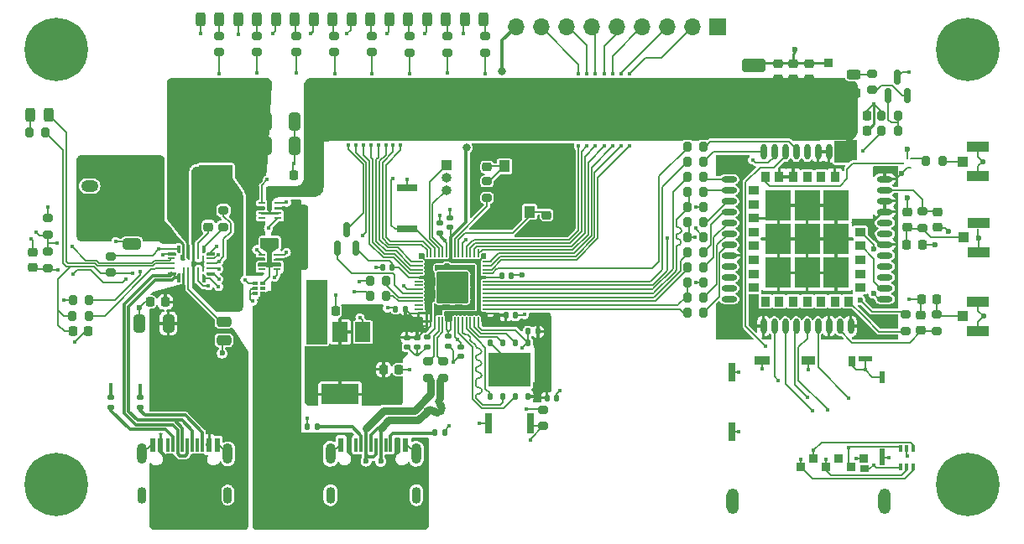
<source format=gbr>
%TF.GenerationSoftware,KiCad,Pcbnew,(6.0.2-0)*%
%TF.CreationDate,2022-03-26T21:56:15+01:00*%
%TF.ProjectId,RP2040GPSTracker,52503230-3430-4475-9053-547261636b65,rev?*%
%TF.SameCoordinates,PX4416780PY363af58*%
%TF.FileFunction,Copper,L1,Top*%
%TF.FilePolarity,Positive*%
%FSLAX46Y46*%
G04 Gerber Fmt 4.6, Leading zero omitted, Abs format (unit mm)*
G04 Created by KiCad (PCBNEW (6.0.2-0)) date 2022-03-26 21:56:15*
%MOMM*%
%LPD*%
G01*
G04 APERTURE LIST*
G04 Aperture macros list*
%AMRoundRect*
0 Rectangle with rounded corners*
0 $1 Rounding radius*
0 $2 $3 $4 $5 $6 $7 $8 $9 X,Y pos of 4 corners*
0 Add a 4 corners polygon primitive as box body*
4,1,4,$2,$3,$4,$5,$6,$7,$8,$9,$2,$3,0*
0 Add four circle primitives for the rounded corners*
1,1,$1+$1,$2,$3*
1,1,$1+$1,$4,$5*
1,1,$1+$1,$6,$7*
1,1,$1+$1,$8,$9*
0 Add four rect primitives between the rounded corners*
20,1,$1+$1,$2,$3,$4,$5,0*
20,1,$1+$1,$4,$5,$6,$7,0*
20,1,$1+$1,$6,$7,$8,$9,0*
20,1,$1+$1,$8,$9,$2,$3,0*%
G04 Aperture macros list end*
%TA.AperFunction,EtchedComponent*%
%ADD10C,0.100000*%
%TD*%
%TA.AperFunction,SMDPad,CuDef*%
%ADD11R,0.600000X1.450000*%
%TD*%
%TA.AperFunction,SMDPad,CuDef*%
%ADD12R,0.300000X1.450000*%
%TD*%
%TA.AperFunction,ComponentPad*%
%ADD13O,0.900000X1.700000*%
%TD*%
%TA.AperFunction,ComponentPad*%
%ADD14O,1.000000X2.100000*%
%TD*%
%TA.AperFunction,SMDPad,CuDef*%
%ADD15RoundRect,0.250000X-0.325000X-0.650000X0.325000X-0.650000X0.325000X0.650000X-0.325000X0.650000X0*%
%TD*%
%TA.AperFunction,SMDPad,CuDef*%
%ADD16RoundRect,0.150000X0.150000X-0.587500X0.150000X0.587500X-0.150000X0.587500X-0.150000X-0.587500X0*%
%TD*%
%TA.AperFunction,SMDPad,CuDef*%
%ADD17RoundRect,0.200000X0.275000X-0.200000X0.275000X0.200000X-0.275000X0.200000X-0.275000X-0.200000X0*%
%TD*%
%TA.AperFunction,SMDPad,CuDef*%
%ADD18RoundRect,0.225000X-0.225000X-0.250000X0.225000X-0.250000X0.225000X0.250000X-0.225000X0.250000X0*%
%TD*%
%TA.AperFunction,SMDPad,CuDef*%
%ADD19RoundRect,0.200000X-0.200000X-0.275000X0.200000X-0.275000X0.200000X0.275000X-0.200000X0.275000X0*%
%TD*%
%TA.AperFunction,SMDPad,CuDef*%
%ADD20RoundRect,0.225000X0.225000X0.250000X-0.225000X0.250000X-0.225000X-0.250000X0.225000X-0.250000X0*%
%TD*%
%TA.AperFunction,SMDPad,CuDef*%
%ADD21R,0.127000X0.127000*%
%TD*%
%TA.AperFunction,SMDPad,CuDef*%
%ADD22R,0.250000X1.400000*%
%TD*%
%TA.AperFunction,SMDPad,CuDef*%
%ADD23R,0.700000X0.250000*%
%TD*%
%TA.AperFunction,ComponentPad*%
%ADD24C,6.400000*%
%TD*%
%TA.AperFunction,SMDPad,CuDef*%
%ADD25O,1.600000X0.600000*%
%TD*%
%TA.AperFunction,SMDPad,CuDef*%
%ADD26O,0.600000X1.600000*%
%TD*%
%TA.AperFunction,SMDPad,CuDef*%
%ADD27R,1.100000X0.900000*%
%TD*%
%TA.AperFunction,SMDPad,CuDef*%
%ADD28R,0.900000X1.100000*%
%TD*%
%TA.AperFunction,SMDPad,CuDef*%
%ADD29R,2.600000X3.100000*%
%TD*%
%TA.AperFunction,SMDPad,CuDef*%
%ADD30RoundRect,0.250000X-0.650000X0.325000X-0.650000X-0.325000X0.650000X-0.325000X0.650000X0.325000X0*%
%TD*%
%TA.AperFunction,SMDPad,CuDef*%
%ADD31RoundRect,0.135000X0.135000X0.185000X-0.135000X0.185000X-0.135000X-0.185000X0.135000X-0.185000X0*%
%TD*%
%TA.AperFunction,SMDPad,CuDef*%
%ADD32RoundRect,0.200000X-0.275000X0.200000X-0.275000X-0.200000X0.275000X-0.200000X0.275000X0.200000X0*%
%TD*%
%TA.AperFunction,SMDPad,CuDef*%
%ADD33RoundRect,0.200000X0.200000X0.275000X-0.200000X0.275000X-0.200000X-0.275000X0.200000X-0.275000X0*%
%TD*%
%TA.AperFunction,SMDPad,CuDef*%
%ADD34R,1.041400X0.990600*%
%TD*%
%TA.AperFunction,SMDPad,CuDef*%
%ADD35R,2.209800X1.041400*%
%TD*%
%TA.AperFunction,SMDPad,CuDef*%
%ADD36RoundRect,0.225000X-0.250000X0.225000X-0.250000X-0.225000X0.250000X-0.225000X0.250000X0.225000X0*%
%TD*%
%TA.AperFunction,SMDPad,CuDef*%
%ADD37RoundRect,0.243750X-0.243750X-0.456250X0.243750X-0.456250X0.243750X0.456250X-0.243750X0.456250X0*%
%TD*%
%TA.AperFunction,SMDPad,CuDef*%
%ADD38RoundRect,0.225000X0.250000X-0.225000X0.250000X0.225000X-0.250000X0.225000X-0.250000X-0.225000X0*%
%TD*%
%TA.AperFunction,ComponentPad*%
%ADD39RoundRect,0.250000X-0.625000X0.350000X-0.625000X-0.350000X0.625000X-0.350000X0.625000X0.350000X0*%
%TD*%
%TA.AperFunction,ComponentPad*%
%ADD40O,1.750000X1.200000*%
%TD*%
%TA.AperFunction,SMDPad,CuDef*%
%ADD41RoundRect,0.140000X-0.170000X0.140000X-0.170000X-0.140000X0.170000X-0.140000X0.170000X0.140000X0*%
%TD*%
%TA.AperFunction,SMDPad,CuDef*%
%ADD42RoundRect,0.135000X-0.135000X-0.185000X0.135000X-0.185000X0.135000X0.185000X-0.135000X0.185000X0*%
%TD*%
%TA.AperFunction,SMDPad,CuDef*%
%ADD43RoundRect,0.243750X0.243750X0.456250X-0.243750X0.456250X-0.243750X-0.456250X0.243750X-0.456250X0*%
%TD*%
%TA.AperFunction,SMDPad,CuDef*%
%ADD44R,0.400000X0.650000*%
%TD*%
%TA.AperFunction,SMDPad,CuDef*%
%ADD45RoundRect,0.050000X0.387500X0.050000X-0.387500X0.050000X-0.387500X-0.050000X0.387500X-0.050000X0*%
%TD*%
%TA.AperFunction,SMDPad,CuDef*%
%ADD46RoundRect,0.050000X0.050000X0.387500X-0.050000X0.387500X-0.050000X-0.387500X0.050000X-0.387500X0*%
%TD*%
%TA.AperFunction,ComponentPad*%
%ADD47C,0.600000*%
%TD*%
%TA.AperFunction,SMDPad,CuDef*%
%ADD48RoundRect,0.144000X1.456000X1.456000X-1.456000X1.456000X-1.456000X-1.456000X1.456000X-1.456000X0*%
%TD*%
%TA.AperFunction,SMDPad,CuDef*%
%ADD49R,3.400000X2.000000*%
%TD*%
%TA.AperFunction,SMDPad,CuDef*%
%ADD50RoundRect,0.140000X0.170000X-0.140000X0.170000X0.140000X-0.170000X0.140000X-0.170000X-0.140000X0*%
%TD*%
%TA.AperFunction,SMDPad,CuDef*%
%ADD51RoundRect,0.140000X-0.140000X-0.170000X0.140000X-0.170000X0.140000X0.170000X-0.140000X0.170000X0*%
%TD*%
%TA.AperFunction,SMDPad,CuDef*%
%ADD52R,0.711200X0.228600*%
%TD*%
%TA.AperFunction,ComponentPad*%
%ADD53R,1.000000X1.000000*%
%TD*%
%TA.AperFunction,ComponentPad*%
%ADD54O,1.000000X1.000000*%
%TD*%
%TA.AperFunction,SMDPad,CuDef*%
%ADD55R,1.500000X2.000000*%
%TD*%
%TA.AperFunction,SMDPad,CuDef*%
%ADD56R,3.800000X2.000000*%
%TD*%
%TA.AperFunction,SMDPad,CuDef*%
%ADD57RoundRect,0.218750X0.218750X0.256250X-0.218750X0.256250X-0.218750X-0.256250X0.218750X-0.256250X0*%
%TD*%
%TA.AperFunction,SMDPad,CuDef*%
%ADD58R,0.203200X0.203200*%
%TD*%
%TA.AperFunction,SMDPad,CuDef*%
%ADD59R,0.101600X0.635000*%
%TD*%
%TA.AperFunction,SMDPad,CuDef*%
%ADD60RoundRect,0.140000X0.140000X0.170000X-0.140000X0.170000X-0.140000X-0.170000X0.140000X-0.170000X0*%
%TD*%
%TA.AperFunction,SMDPad,CuDef*%
%ADD61R,0.838200X0.939800*%
%TD*%
%TA.AperFunction,SMDPad,CuDef*%
%ADD62R,0.939800X0.787400*%
%TD*%
%TA.AperFunction,ComponentPad*%
%ADD63O,1.270000X2.565400*%
%TD*%
%TA.AperFunction,SMDPad,CuDef*%
%ADD64R,0.558800X1.651000*%
%TD*%
%TA.AperFunction,SMDPad,CuDef*%
%ADD65R,0.558800X1.219200*%
%TD*%
%TA.AperFunction,SMDPad,CuDef*%
%ADD66R,1.371600X0.609600*%
%TD*%
%TA.AperFunction,SMDPad,CuDef*%
%ADD67R,0.736600X1.016000*%
%TD*%
%TA.AperFunction,SMDPad,CuDef*%
%ADD68R,1.346200X0.965200*%
%TD*%
%TA.AperFunction,SMDPad,CuDef*%
%ADD69R,1.574800X0.965200*%
%TD*%
%TA.AperFunction,SMDPad,CuDef*%
%ADD70R,0.635000X1.955800*%
%TD*%
%TA.AperFunction,SMDPad,CuDef*%
%ADD71RoundRect,0.243750X-0.456250X0.243750X-0.456250X-0.243750X0.456250X-0.243750X0.456250X0.243750X0*%
%TD*%
%TA.AperFunction,SMDPad,CuDef*%
%ADD72R,1.092200X1.193800*%
%TD*%
%TA.AperFunction,SMDPad,CuDef*%
%ADD73RoundRect,0.250000X0.925000X-0.412500X0.925000X0.412500X-0.925000X0.412500X-0.925000X-0.412500X0*%
%TD*%
%TA.AperFunction,SMDPad,CuDef*%
%ADD74R,0.950000X0.900000*%
%TD*%
%TA.AperFunction,SMDPad,CuDef*%
%ADD75R,0.550000X0.300000*%
%TD*%
%TA.AperFunction,SMDPad,CuDef*%
%ADD76R,0.520000X0.300000*%
%TD*%
%TA.AperFunction,SMDPad,CuDef*%
%ADD77RoundRect,0.135000X-0.185000X0.135000X-0.185000X-0.135000X0.185000X-0.135000X0.185000X0.135000X0*%
%TD*%
%TA.AperFunction,ComponentPad*%
%ADD78R,1.700000X1.700000*%
%TD*%
%TA.AperFunction,ComponentPad*%
%ADD79O,1.700000X1.700000*%
%TD*%
%TA.AperFunction,SMDPad,CuDef*%
%ADD80R,2.000000X0.800000*%
%TD*%
%TA.AperFunction,SMDPad,CuDef*%
%ADD81RoundRect,0.250000X-0.475000X0.250000X-0.475000X-0.250000X0.475000X-0.250000X0.475000X0.250000X0*%
%TD*%
%TA.AperFunction,SMDPad,CuDef*%
%ADD82R,0.800000X2.000000*%
%TD*%
%TA.AperFunction,SMDPad,CuDef*%
%ADD83RoundRect,0.125000X-0.125000X0.250000X-0.125000X-0.250000X0.125000X-0.250000X0.125000X0.250000X0*%
%TD*%
%TA.AperFunction,SMDPad,CuDef*%
%ADD84R,4.300000X3.400000*%
%TD*%
%TA.AperFunction,ViaPad*%
%ADD85C,0.400000*%
%TD*%
%TA.AperFunction,ViaPad*%
%ADD86C,0.600000*%
%TD*%
%TA.AperFunction,ViaPad*%
%ADD87C,0.800000*%
%TD*%
%TA.AperFunction,Conductor*%
%ADD88C,0.200000*%
%TD*%
%TA.AperFunction,Conductor*%
%ADD89C,0.250000*%
%TD*%
%TA.AperFunction,Conductor*%
%ADD90C,0.150000*%
%TD*%
%TA.AperFunction,Conductor*%
%ADD91C,0.300000*%
%TD*%
%TA.AperFunction,Conductor*%
%ADD92C,0.350000*%
%TD*%
%TA.AperFunction,Conductor*%
%ADD93C,0.800000*%
%TD*%
G04 APERTURE END LIST*
D10*
%TO.C,U6*%
X14897569Y26081644D02*
X14897569Y26331644D01*
X14897569Y26331644D02*
X15597569Y26331644D01*
X15597569Y26331644D02*
X15597569Y26181644D01*
X15597569Y26181644D02*
X15497569Y26081644D01*
X15497569Y26081644D02*
X14897569Y26081644D01*
G36*
X15597569Y26181644D02*
G01*
X15497569Y26081644D01*
X14897569Y26081644D01*
X14897569Y26331644D01*
X15597569Y26331644D01*
X15597569Y26181644D01*
G37*
X15597569Y26181644D02*
X15497569Y26081644D01*
X14897569Y26081644D01*
X14897569Y26331644D01*
X15597569Y26331644D01*
X15597569Y26181644D01*
X19497571Y26081644D02*
X19497571Y26331644D01*
X19497571Y26331644D02*
X18797571Y26331644D01*
X18797571Y26331644D02*
X18797571Y26181644D01*
X18797571Y26181644D02*
X18897571Y26081644D01*
X18897571Y26081644D02*
X19497571Y26081644D01*
G36*
X19497571Y26081644D02*
G01*
X18897571Y26081644D01*
X18797571Y26181644D01*
X18797571Y26331644D01*
X19497571Y26331644D01*
X19497571Y26081644D01*
G37*
X19497571Y26081644D02*
X18897571Y26081644D01*
X18797571Y26181644D01*
X18797571Y26331644D01*
X19497571Y26331644D01*
X19497571Y26081644D01*
X15822255Y29006896D02*
X16072255Y29006896D01*
X16072255Y29006896D02*
X16072255Y28306896D01*
X16072255Y28306896D02*
X15922255Y28306896D01*
X15922255Y28306896D02*
X15822255Y28406896D01*
X15822255Y28406896D02*
X15822255Y29006896D01*
G36*
X16072255Y28306896D02*
G01*
X15922255Y28306896D01*
X15822255Y28406896D01*
X15822255Y29006896D01*
X16072255Y29006896D01*
X16072255Y28306896D01*
G37*
X16072255Y28306896D02*
X15922255Y28306896D01*
X15822255Y28406896D01*
X15822255Y29006896D01*
X16072255Y29006896D01*
X16072255Y28306896D01*
X14897569Y28332148D02*
X14897569Y28082148D01*
X14897569Y28082148D02*
X15597569Y28082148D01*
X15597569Y28082148D02*
X15597569Y28232148D01*
X15597569Y28232148D02*
X15497569Y28332148D01*
X15497569Y28332148D02*
X14897569Y28332148D01*
G36*
X15597569Y28232148D02*
G01*
X15597569Y28082148D01*
X14897569Y28082148D01*
X14897569Y28332148D01*
X15497569Y28332148D01*
X15597569Y28232148D01*
G37*
X15597569Y28232148D02*
X15597569Y28082148D01*
X14897569Y28082148D01*
X14897569Y28332148D01*
X15497569Y28332148D01*
X15597569Y28232148D01*
X18572885Y25406896D02*
X18322885Y25406896D01*
X18322885Y25406896D02*
X18322885Y26106896D01*
X18322885Y26106896D02*
X18472885Y26106896D01*
X18472885Y26106896D02*
X18572885Y26006896D01*
X18572885Y26006896D02*
X18572885Y25406896D01*
G36*
X18572885Y26006896D02*
G01*
X18572885Y25406896D01*
X18322885Y25406896D01*
X18322885Y26106896D01*
X18472885Y26106896D01*
X18572885Y26006896D01*
G37*
X18572885Y26006896D02*
X18572885Y25406896D01*
X18322885Y25406896D01*
X18322885Y26106896D01*
X18472885Y26106896D01*
X18572885Y26006896D01*
X18572885Y29006896D02*
X18322885Y29006896D01*
X18322885Y29006896D02*
X18322885Y28306896D01*
X18322885Y28306896D02*
X18472885Y28306896D01*
X18472885Y28306896D02*
X18572885Y28406896D01*
X18572885Y28406896D02*
X18572885Y29006896D01*
G36*
X18572885Y28406896D02*
G01*
X18472885Y28306896D01*
X18322885Y28306896D01*
X18322885Y29006896D01*
X18572885Y29006896D01*
X18572885Y28406896D01*
G37*
X18572885Y28406896D02*
X18472885Y28306896D01*
X18322885Y28306896D01*
X18322885Y29006896D01*
X18572885Y29006896D01*
X18572885Y28406896D01*
X19497571Y28332148D02*
X19497571Y28082148D01*
X19497571Y28082148D02*
X18797571Y28082148D01*
X18797571Y28082148D02*
X18797571Y28232148D01*
X18797571Y28232148D02*
X18897571Y28332148D01*
X18897571Y28332148D02*
X19497571Y28332148D01*
G36*
X19497571Y28082148D02*
G01*
X18797571Y28082148D01*
X18797571Y28232148D01*
X18897571Y28332148D01*
X19497571Y28332148D01*
X19497571Y28082148D01*
G37*
X19497571Y28082148D02*
X18797571Y28082148D01*
X18797571Y28232148D01*
X18897571Y28332148D01*
X19497571Y28332148D01*
X19497571Y28082148D01*
X15822255Y25406896D02*
X16072255Y25406896D01*
X16072255Y25406896D02*
X16072255Y26206896D01*
X16072255Y26206896D02*
X15922255Y26206896D01*
X15922255Y26206896D02*
X15822255Y26006896D01*
X15822255Y26006896D02*
X15822255Y25406896D01*
G36*
X16072255Y25406896D02*
G01*
X15822255Y25406896D01*
X15822255Y26006896D01*
X15922255Y26206896D01*
X16072255Y26206896D01*
X16072255Y25406896D01*
G37*
X16072255Y25406896D02*
X15822255Y25406896D01*
X15822255Y26006896D01*
X15922255Y26206896D01*
X16072255Y26206896D01*
X16072255Y25406896D01*
%TD*%
D11*
%TO.P,J7,A1,GND*%
%TO.N,GNDPWR*%
X32354800Y8909600D03*
%TO.P,J7,A4,VBUS*%
%TO.N,/PROG_VBUS*%
X33154800Y8909600D03*
D12*
%TO.P,J7,A5,CC1*%
%TO.N,Net-(J7-PadA5)*%
X34354800Y8909600D03*
%TO.P,J7,A6,D+*%
%TO.N,/USB_D+*%
X35354800Y8909600D03*
%TO.P,J7,A7,D-*%
%TO.N,/USB_D-*%
X35854800Y8909600D03*
%TO.P,J7,A8,SBU1*%
%TO.N,unconnected-(J7-PadA8)*%
X36854800Y8909600D03*
D11*
%TO.P,J7,A9,VBUS*%
%TO.N,/PROG_VBUS*%
X38054800Y8909600D03*
%TO.P,J7,A12,GND*%
%TO.N,GNDPWR*%
X38854800Y8909600D03*
%TO.P,J7,B1,GND*%
X38854800Y8909600D03*
%TO.P,J7,B4,VBUS*%
%TO.N,/PROG_VBUS*%
X38054800Y8909600D03*
D12*
%TO.P,J7,B5,CC2*%
%TO.N,Net-(J7-PadB5)*%
X37354800Y8909600D03*
%TO.P,J7,B6,D+*%
%TO.N,/USB_D+*%
X36354800Y8909600D03*
%TO.P,J7,B7,D-*%
%TO.N,/USB_D-*%
X34854800Y8909600D03*
%TO.P,J7,B8,SBU2*%
%TO.N,unconnected-(J7-PadB8)*%
X33854800Y8909600D03*
D11*
%TO.P,J7,B9,VBUS*%
%TO.N,/PROG_VBUS*%
X33154800Y8909600D03*
%TO.P,J7,B12,GND*%
%TO.N,GNDPWR*%
X32354800Y8909600D03*
D13*
%TO.P,J7,S1,SHIELD*%
X31279800Y3814600D03*
D14*
X39929800Y7994600D03*
X31279800Y7994600D03*
D13*
X39929800Y3814600D03*
%TD*%
D15*
%TO.P,C46,1*%
%TO.N,/BOOST_OUT*%
X24751100Y39084600D03*
%TO.P,C46,2*%
%TO.N,GNDPWR*%
X27701100Y39084600D03*
%TD*%
D16*
%TO.P,Q1,1,G*%
%TO.N,/LED_PWR*%
X31955000Y28787500D03*
%TO.P,Q1,2,S*%
%TO.N,+3V3*%
X33855000Y28787500D03*
%TO.P,Q1,3,D*%
%TO.N,Net-(Q1-Pad3)*%
X32905000Y30662500D03*
%TD*%
D17*
%TO.P,R38,1*%
%TO.N,/BCM_NTC*%
X2740000Y30137500D03*
%TO.P,R38,2*%
%TO.N,GND*%
X2740000Y31787500D03*
%TD*%
D18*
%TO.P,C24,1*%
%TO.N,GND*%
X90915000Y23590000D03*
%TO.P,C24,2*%
%TO.N,Net-(C24-Pad2)*%
X92465000Y23590000D03*
%TD*%
D19*
%TO.P,R32,1*%
%TO.N,Net-(R32-Pad1)*%
X91365000Y37530000D03*
%TO.P,R32,2*%
%TO.N,Net-(J10-Pad1)*%
X93015000Y37530000D03*
%TD*%
D20*
%TO.P,C35,1*%
%TO.N,GND*%
X31790000Y22410000D03*
%TO.P,C35,2*%
%TO.N,/PI_VREG_IN*%
X30240000Y22410000D03*
%TD*%
D21*
%TO.P,U6,1,DP*%
%TO.N,/BCM_D+*%
X15947255Y25806896D03*
D22*
%TO.P,U6,2,IN*%
%TO.N,/BCM_VBUS*%
X16447381Y26106896D03*
%TO.P,U6,3,PMID*%
%TO.N,Net-(C33-Pad1)*%
X16947507Y26106896D03*
%TO.P,U6,4,SW*%
%TO.N,/BCM_SW*%
X17447633Y26106896D03*
%TO.P,U6,5,PGND*%
%TO.N,GNDPWR*%
X17947759Y26106896D03*
D21*
%TO.P,U6,6,VNTC*%
%TO.N,/BCM_VNTC*%
X18447885Y25756896D03*
%TO.P,U6,7,SCL*%
%TO.N,/BCM_SCL*%
X19147571Y26206644D03*
D23*
%TO.P,U6,8,SDA*%
%TO.N,/BCM_SDA*%
X19147571Y26706770D03*
%TO.P,U6,9,VREF*%
%TO.N,/BCM_VREF_1*%
X19147571Y27206896D03*
%TO.P,U6,10,ILIM*%
%TO.N,Net-(R33-Pad1)*%
X19147571Y27707022D03*
D21*
%TO.P,U6,11,AGND*%
%TO.N,GND*%
X19147571Y28207148D03*
%TO.P,U6,12,OTG*%
%TO.N,/BCM_OTG*%
X18447885Y28656896D03*
D22*
%TO.P,U6,13,BST*%
%TO.N,Net-(C44-Pad2)*%
X17947759Y28306896D03*
%TO.P,U6,14,SW*%
%TO.N,/BCM_SW*%
X17447633Y28306896D03*
%TO.P,U6,15,SYS*%
%TO.N,/BOOST_OUT*%
X16947507Y28306896D03*
%TO.P,U6,16,BATT*%
%TO.N,/BCM_BATT*%
X16447381Y28306896D03*
D21*
%TO.P,U6,17,DISC*%
%TO.N,/BCM_DISC*%
X15947255Y28656896D03*
%TO.P,U6,18,\u002ACE*%
%TO.N,GND*%
X15247569Y28207148D03*
D23*
%TO.P,U6,19,NTC*%
%TO.N,/BCM_NTC*%
X15247569Y27707022D03*
%TO.P,U6,20,\u002ASTAT*%
%TO.N,Net-(D2-Pad1)*%
X15247569Y27206896D03*
%TO.P,U6,21,INT*%
%TO.N,Net-(R29-Pad2)*%
X15247569Y26706770D03*
D21*
%TO.P,U6,22,DM*%
%TO.N,/BCM_D-*%
X15247569Y26206644D03*
%TD*%
D24*
%TO.P,H4,1*%
%TO.N,N/C*%
X3604800Y4864600D03*
%TD*%
D25*
%TO.P,U2,1,UART1_TXD*%
%TO.N,/SIM_TX*%
X71504000Y35731200D03*
%TO.P,U2,2,UART1_RXD*%
%TO.N,/SIM_RX*%
X71504000Y34631200D03*
%TO.P,U2,3,UART1_RTS*%
%TO.N,/SIM_RTS*%
X71504000Y33531200D03*
%TO.P,U2,4,UART1_CTS*%
%TO.N,/SIM_CTS*%
X71504000Y32431200D03*
%TO.P,U2,5,UART1_DCD*%
%TO.N,/SIM_DCD*%
X71504000Y31331200D03*
%TO.P,U2,6,UART1_DTR*%
%TO.N,/SIM_DRT*%
X71504000Y30231200D03*
%TO.P,U2,7,UART1_RI*%
%TO.N,/SIM_RI*%
X71504000Y29131200D03*
%TO.P,U2,8,GND*%
%TO.N,GND*%
X71504000Y28031200D03*
%TO.P,U2,9,MICP*%
%TO.N,unconnected-(U2-Pad9)*%
X71504000Y26931200D03*
%TO.P,U2,10,MICN*%
%TO.N,unconnected-(U2-Pad10)*%
X71504000Y25831200D03*
%TO.P,U2,11,SPK1P*%
%TO.N,unconnected-(U2-Pad11)*%
X71504000Y24731200D03*
%TO.P,U2,12,SPK1N*%
%TO.N,unconnected-(U2-Pad12)*%
X71504000Y23631200D03*
D26*
%TO.P,U2,13,GND*%
%TO.N,GND*%
X74954000Y20881200D03*
%TO.P,U2,14,SIM1_DET*%
%TO.N,/SIM_C_DET*%
X76054000Y20881200D03*
%TO.P,U2,15,SIM1_DATA*%
%TO.N,/SIM_C_DATA*%
X77154000Y20881200D03*
%TO.P,U2,16,SIM1_CLK*%
%TO.N,/SIM_C_CLK*%
X78254000Y20881200D03*
%TO.P,U2,17,SIM1_RST*%
%TO.N,/SIM_C_RST*%
X79354000Y20881200D03*
%TO.P,U2,18,SIM1_VDD*%
%TO.N,/SIM_C_VDD*%
X80454000Y20881200D03*
%TO.P,U2,19,GND*%
%TO.N,GND*%
X81554000Y20881200D03*
%TO.P,U2,20,BT_ANT*%
%TO.N,/SIM_BT_ANT*%
X82654000Y20881200D03*
%TO.P,U2,21,GND*%
%TO.N,GND*%
X83754000Y20881200D03*
D25*
%TO.P,U2,22,UART2_TXD*%
%TO.N,/_GNSS_RXD*%
X87204000Y23631200D03*
%TO.P,U2,23,UART2_RXD*%
%TO.N,/_GNSS_TXD*%
X87204000Y24731200D03*
%TO.P,U2,24,USB_VBUS*%
%TO.N,unconnected-(U2-Pad24)*%
X87204000Y25831200D03*
%TO.P,U2,25,USB_DP*%
%TO.N,unconnected-(U2-Pad25)*%
X87204000Y26931200D03*
%TO.P,U2,26,USB_DM*%
%TO.N,unconnected-(U2-Pad26)*%
X87204000Y28031200D03*
%TO.P,U2,27,GND*%
%TO.N,GND*%
X87204000Y29131200D03*
%TO.P,U2,28,VRTC*%
%TO.N,unconnected-(U2-Pad28)*%
X87204000Y30231200D03*
%TO.P,U2,29,RF_SYNC*%
%TO.N,unconnected-(U2-Pad29)*%
X87204000Y31331200D03*
%TO.P,U2,30,GND*%
%TO.N,GND*%
X87204000Y32431200D03*
%TO.P,U2,31,GND*%
X87204000Y33531200D03*
%TO.P,U2,32,GSM_ANT*%
%TO.N,/SIM_GSM_ANT*%
X87204000Y34631200D03*
%TO.P,U2,33,GND*%
%TO.N,GND*%
X87204000Y35731200D03*
D26*
%TO.P,U2,34,GPS_VBAT*%
%TO.N,/SIM_PWR*%
X83754000Y38481200D03*
%TO.P,U2,35,VBAT*%
X82654000Y38481200D03*
%TO.P,U2,36,GND*%
%TO.N,GND*%
X81554000Y38481200D03*
%TO.P,U2,37,GND*%
X80454000Y38481200D03*
%TO.P,U2,38,ADC*%
%TO.N,unconnected-(U2-Pad38)*%
X79354000Y38481200D03*
%TO.P,U2,39,PWRKEY*%
%TO.N,/SIM_PWRKEY*%
X78254000Y38481200D03*
%TO.P,U2,40,VDD_EXT*%
%TO.N,/SIM_VDD_EXT*%
X77154000Y38481200D03*
%TO.P,U2,41,NETLIGHT*%
%TO.N,/SIM_NETLIGHT*%
X76054000Y38481200D03*
%TO.P,U2,42,STATUS*%
%TO.N,/SIM_STATUS*%
X74954000Y38481200D03*
D27*
%TO.P,U2,43,SPK2N*%
%TO.N,unconnected-(U2-Pad43)*%
X74004000Y34581200D03*
%TO.P,U2,44,SPK2P*%
%TO.N,unconnected-(U2-Pad44)*%
X74004000Y33181200D03*
%TO.P,U2,45,GND*%
%TO.N,GND*%
X74004000Y31781200D03*
%TO.P,U2,46,MCCA3*%
%TO.N,unconnected-(U2-Pad46)*%
X74004000Y30381200D03*
%TO.P,U2,47,MCCA2*%
%TO.N,unconnected-(U2-Pad47)*%
X74004000Y28981200D03*
%TO.P,U2,48,MCCA1*%
%TO.N,unconnected-(U2-Pad48)*%
X74004000Y27581200D03*
%TO.P,U2,49,MCCA0*%
%TO.N,unconnected-(U2-Pad49)*%
X74004000Y26181200D03*
%TO.P,U2,50,MCCK*%
%TO.N,unconnected-(U2-Pad50)*%
X74004000Y24781200D03*
D28*
%TO.P,U2,51,MCCM0*%
%TO.N,unconnected-(U2-Pad51)*%
X75154000Y23381200D03*
%TO.P,U2,52,SIM2_DET*%
%TO.N,unconnected-(U2-Pad52)*%
X76554000Y23381200D03*
%TO.P,U2,53,SIM2_DATA*%
%TO.N,unconnected-(U2-Pad53)*%
X77954000Y23381200D03*
%TO.P,U2,54,SIM2_CLK*%
%TO.N,unconnected-(U2-Pad54)*%
X79354000Y23381200D03*
%TO.P,U2,55,SIM2_RST*%
%TO.N,unconnected-(U2-Pad55)*%
X80754000Y23381200D03*
%TO.P,U2,56,SIM2_VDD*%
%TO.N,unconnected-(U2-Pad56)*%
X82154000Y23381200D03*
%TO.P,U2,57,GPIO1*%
%TO.N,Net-(R13-Pad2)*%
X83554000Y23381200D03*
D27*
%TO.P,U2,58,GPIO2*%
%TO.N,unconnected-(U2-Pad58)*%
X84704000Y24781200D03*
%TO.P,U2,59,GNSS_EN*%
%TO.N,/_GNSS_EN*%
X84704000Y26181200D03*
%TO.P,U2,60,1PPS*%
%TO.N,unconnected-(U2-Pad60)*%
X84704000Y27581200D03*
%TO.P,U2,61,GPS_TXD*%
%TO.N,/_GNSS_TXD*%
X84704000Y28981200D03*
%TO.P,U2,62,GPS_RXD*%
%TO.N,/_GNSS_RXD*%
X84704000Y30381200D03*
D28*
%TO.P,U2,63,GND*%
%TO.N,GND*%
X82154000Y35981200D03*
%TO.P,U2,64,SDA*%
%TO.N,unconnected-(U2-Pad64)*%
X80754000Y35981200D03*
%TO.P,U2,65,SCL*%
%TO.N,unconnected-(U2-Pad65)*%
X79354000Y35981200D03*
%TO.P,U2,66,GND*%
%TO.N,GND*%
X77954000Y35981200D03*
%TO.P,U2,67,GND*%
X76554000Y35981200D03*
%TO.P,U2,68,GPS_ANT*%
%TO.N,/SIM_GNSS_ANT*%
X75154000Y35981200D03*
D29*
%TO.P,U2,69,GND*%
%TO.N,GND*%
X76454000Y33081200D03*
%TO.P,U2,70,GND*%
X76454000Y29681200D03*
%TO.P,U2,71,GND*%
X76454000Y26281200D03*
%TO.P,U2,72,GND*%
X79354000Y26281200D03*
%TO.P,U2,73,GND*%
X82254000Y26281200D03*
%TO.P,U2,74,GND*%
X82254000Y29681200D03*
%TO.P,U2,75,GND*%
X82254000Y33081200D03*
%TO.P,U2,76,GND*%
X79354000Y33081200D03*
%TO.P,U2,77,GND*%
X79354000Y29681200D03*
%TD*%
D30*
%TO.P,C34,1*%
%TO.N,/BCM_BATT*%
X11250000Y32130000D03*
%TO.P,C34,2*%
%TO.N,GNDPWR*%
X11250000Y29180000D03*
%TD*%
D31*
%TO.P,R39,1*%
%TO.N,GND*%
X42825000Y10150000D03*
%TO.P,R39,2*%
%TO.N,Net-(J7-PadB5)*%
X41805000Y10150000D03*
%TD*%
D32*
%TO.P,R30,1*%
%TO.N,Net-(D5-Pad2)*%
X31665000Y50200000D03*
%TO.P,R30,2*%
%TO.N,/LED_5*%
X31665000Y48550000D03*
%TD*%
D33*
%TO.P,R16,1*%
%TO.N,GND*%
X68910000Y25310000D03*
%TO.P,R16,2*%
%TO.N,Net-(R16-Pad2)*%
X67260000Y25310000D03*
%TD*%
%TO.P,R28,1*%
%TO.N,/BCM_VREF_1*%
X2550000Y40440000D03*
%TO.P,R28,2*%
%TO.N,Net-(D2-Pad2)*%
X900000Y40440000D03*
%TD*%
D19*
%TO.P,R47,1*%
%TO.N,/SIM_NETLIGHT*%
X86865000Y40580000D03*
%TO.P,R47,2*%
%TO.N,Net-(Q2-Pad1)*%
X88515000Y40580000D03*
%TD*%
D17*
%TO.P,R48,1*%
%TO.N,Net-(Q2-Pad2)*%
X85950000Y44765000D03*
%TO.P,R48,2*%
%TO.N,Net-(D11-Pad1)*%
X85950000Y46415000D03*
%TD*%
D24*
%TO.P,H3,1*%
%TO.N,N/C*%
X95604800Y4864600D03*
%TD*%
D34*
%TO.P,J4,1,1*%
%TO.N,Net-(C24-Pad2)*%
X95085600Y21883200D03*
D35*
%TO.P,J4,2,GND*%
%TO.N,GND*%
X96610601Y20408199D03*
%TO.P,J4,3,GND*%
X96610601Y23358201D03*
%TD*%
D36*
%TO.P,C23,1*%
%TO.N,GND*%
X89460000Y32407500D03*
%TO.P,C23,2*%
%TO.N,Net-(C23-Pad2)*%
X89460000Y30857500D03*
%TD*%
D33*
%TO.P,R7,1*%
%TO.N,/SIM_CTS*%
X68910000Y28355000D03*
%TO.P,R7,2*%
%TO.N,Net-(R7-Pad2)*%
X67260000Y28355000D03*
%TD*%
D19*
%TO.P,R19,1*%
%TO.N,/BCM_SDA*%
X35280000Y23975000D03*
%TO.P,R19,2*%
%TO.N,Net-(R19-Pad2)*%
X36930000Y23975000D03*
%TD*%
D37*
%TO.P,D4,1,K*%
%TO.N,GND*%
X33402500Y51860000D03*
%TO.P,D4,2,A*%
%TO.N,Net-(D4-Pad2)*%
X35277500Y51860000D03*
%TD*%
D38*
%TO.P,C19,1*%
%TO.N,Net-(U3-Pad20)*%
X53100000Y32096300D03*
%TO.P,C19,2*%
%TO.N,GND*%
X53100000Y33646300D03*
%TD*%
D39*
%TO.P,J9,1,Pin_1*%
%TO.N,/BCM_BATT*%
X6995000Y37030000D03*
D40*
%TO.P,J9,2,Pin_2*%
%TO.N,GNDPWR*%
X6995000Y35030000D03*
%TD*%
D41*
%TO.P,C8,1*%
%TO.N,+1V1*%
X44385000Y18795000D03*
%TO.P,C8,2*%
%TO.N,GND*%
X44385000Y17835000D03*
%TD*%
D42*
%TO.P,R36,1*%
%TO.N,GND*%
X28970000Y10720000D03*
%TO.P,R36,2*%
%TO.N,Net-(J7-PadA5)*%
X29990000Y10720000D03*
%TD*%
D43*
%TO.P,D2,1,K*%
%TO.N,Net-(D2-Pad1)*%
X2857500Y42200000D03*
%TO.P,D2,2,A*%
%TO.N,Net-(D2-Pad2)*%
X982500Y42200000D03*
%TD*%
D32*
%TO.P,R43,1*%
%TO.N,Net-(D8-Pad2)*%
X43060000Y50180000D03*
%TO.P,R43,2*%
%TO.N,/LED_2*%
X43060000Y48530000D03*
%TD*%
D19*
%TO.P,R18,1*%
%TO.N,/BCM_SCL*%
X35280000Y25485000D03*
%TO.P,R18,2*%
%TO.N,Net-(R18-Pad2)*%
X36930000Y25485000D03*
%TD*%
D38*
%TO.P,C20,1*%
%TO.N,Net-(Y1-Pad3)*%
X47080000Y36955000D03*
%TO.P,C20,2*%
%TO.N,GND*%
X47080000Y38505000D03*
%TD*%
D41*
%TO.P,C11,1*%
%TO.N,+1V1*%
X41010000Y19760000D03*
%TO.P,C11,2*%
%TO.N,GND*%
X41010000Y18800000D03*
%TD*%
D32*
%TO.P,R22,1*%
%TO.N,Net-(D3-Pad2)*%
X39265000Y50180000D03*
%TO.P,R22,2*%
%TO.N,/LED_3*%
X39265000Y48530000D03*
%TD*%
D33*
%TO.P,R8,1*%
%TO.N,/SIM_RX*%
X68915000Y34450000D03*
%TO.P,R8,2*%
%TO.N,Net-(R15-Pad2)*%
X67265000Y34450000D03*
%TD*%
D17*
%TO.P,R20,1*%
%TO.N,/SIM_BT_ANT*%
X92440000Y20425000D03*
%TO.P,R20,2*%
%TO.N,Net-(C24-Pad2)*%
X92440000Y22075000D03*
%TD*%
D32*
%TO.P,R45,1*%
%TO.N,Net-(D10-Pad2)*%
X20055000Y50200000D03*
%TO.P,R45,2*%
%TO.N,Net-(Q1-Pad3)*%
X20055000Y48550000D03*
%TD*%
%TO.P,R5,1*%
%TO.N,/SPI_SS*%
X52740000Y12425000D03*
%TO.P,R5,2*%
%TO.N,/USB_BOOT*%
X52740000Y10775000D03*
%TD*%
%TO.P,R21,1*%
%TO.N,/SIM_GSM_ANT*%
X90980000Y32465000D03*
%TO.P,R21,2*%
%TO.N,Net-(C23-Pad2)*%
X90980000Y30815000D03*
%TD*%
D44*
%TO.P,CR1,1,1*%
%TO.N,Net-(C30-Pad2)*%
X90075000Y8565000D03*
%TO.P,CR1,2,2*%
%TO.N,GND*%
X89425000Y8565000D03*
%TO.P,CR1,3,3*%
%TO.N,/SIM_C_VDD*%
X88775000Y8565000D03*
%TO.P,CR1,4,4*%
%TO.N,/SIM_C_DET*%
X88775000Y6665000D03*
%TO.P,CR1,5,5*%
%TO.N,Net-(C28-Pad2)*%
X89425000Y6665000D03*
%TO.P,CR1,6,6*%
%TO.N,Net-(C29-Pad2)*%
X90075000Y6665000D03*
%TD*%
D37*
%TO.P,D7,1,K*%
%TO.N,GND*%
X44833300Y51855000D03*
%TO.P,D7,2,A*%
%TO.N,Net-(D7-Pad2)*%
X46708300Y51855000D03*
%TD*%
D45*
%TO.P,U3,1,IOVDD*%
%TO.N,+3V3*%
X47036500Y22202600D03*
%TO.P,U3,2,GPIO0*%
%TO.N,Net-(R3-Pad2)*%
X47036500Y22602600D03*
%TO.P,U3,3,GPIO1*%
%TO.N,Net-(R16-Pad2)*%
X47036500Y23002600D03*
%TO.P,U3,4,GPIO2*%
%TO.N,Net-(R6-Pad2)*%
X47036500Y23402600D03*
%TO.P,U3,5,GPIO3*%
%TO.N,Net-(R7-Pad2)*%
X47036500Y23802600D03*
%TO.P,U3,6,GPIO4*%
%TO.N,Net-(R15-Pad2)*%
X47036500Y24202600D03*
%TO.P,U3,7,GPIO5*%
%TO.N,Net-(R9-Pad2)*%
X47036500Y24602600D03*
%TO.P,U3,8,GPIO6*%
%TO.N,Net-(R10-Pad2)*%
X47036500Y25002600D03*
%TO.P,U3,9,GPIO7*%
%TO.N,Net-(R11-Pad2)*%
X47036500Y25402600D03*
%TO.P,U3,10,IOVDD*%
%TO.N,+3V3*%
X47036500Y25802600D03*
%TO.P,U3,11,GPIO8*%
%TO.N,Net-(R12-Pad2)*%
X47036500Y26202600D03*
%TO.P,U3,12,GPIO9*%
%TO.N,/IO_1*%
X47036500Y26602600D03*
%TO.P,U3,13,GPIO10*%
%TO.N,/IO_2*%
X47036500Y27002600D03*
%TO.P,U3,14,GPIO11*%
%TO.N,/IO_3*%
X47036500Y27402600D03*
D46*
%TO.P,U3,15,GPIO12*%
%TO.N,/IO_4*%
X46199000Y28240100D03*
%TO.P,U3,16,GPIO13*%
%TO.N,/IO_5*%
X45799000Y28240100D03*
%TO.P,U3,17,GPIO14*%
%TO.N,/IO_6*%
X45399000Y28240100D03*
%TO.P,U3,18,GPIO15*%
%TO.N,/IO_7*%
X44999000Y28240100D03*
%TO.P,U3,19,TESTEN*%
%TO.N,GND*%
X44599000Y28240100D03*
%TO.P,U3,20,XIN*%
%TO.N,Net-(U3-Pad20)*%
X44199000Y28240100D03*
%TO.P,U3,21,XOUT*%
%TO.N,Net-(R17-Pad1)*%
X43799000Y28240100D03*
%TO.P,U3,22,IOVDD*%
%TO.N,+3V3*%
X43399000Y28240100D03*
%TO.P,U3,23,DVDD*%
%TO.N,+1V1*%
X42999000Y28240100D03*
%TO.P,U3,24,SWCLK*%
%TO.N,Net-(J3-Pad3)*%
X42599000Y28240100D03*
%TO.P,U3,25,SWD*%
%TO.N,Net-(J3-Pad1)*%
X42199000Y28240100D03*
%TO.P,U3,26,RUN*%
%TO.N,/PI_RESET*%
X41799000Y28240100D03*
%TO.P,U3,27,GPIO16*%
%TO.N,/LED_1*%
X41399000Y28240100D03*
%TO.P,U3,28,GPIO17*%
%TO.N,/LED_2*%
X40999000Y28240100D03*
D45*
%TO.P,U3,29,GPIO18*%
%TO.N,/LED_3*%
X40161500Y27402600D03*
%TO.P,U3,30,GPIO19*%
%TO.N,/LED_4*%
X40161500Y27002600D03*
%TO.P,U3,31,GPIO20*%
%TO.N,/LED_5*%
X40161500Y26602600D03*
%TO.P,U3,32,GPIO21*%
%TO.N,/LED_6*%
X40161500Y26202600D03*
%TO.P,U3,33,IOVDD*%
%TO.N,+3V3*%
X40161500Y25802600D03*
%TO.P,U3,34,GPIO22*%
%TO.N,unconnected-(U3-Pad34)*%
X40161500Y25402600D03*
%TO.P,U3,35,GPIO23*%
%TO.N,unconnected-(U3-Pad35)*%
X40161500Y25002600D03*
%TO.P,U3,36,GPIO24*%
%TO.N,/LED_7*%
X40161500Y24602600D03*
%TO.P,U3,37,GPIO25*%
%TO.N,/LED_PWR*%
X40161500Y24202600D03*
%TO.P,U3,38,GPIO26_ADC0*%
%TO.N,Net-(R18-Pad2)*%
X40161500Y23802600D03*
%TO.P,U3,39,GPIO27_ADC1*%
%TO.N,Net-(R19-Pad2)*%
X40161500Y23402600D03*
%TO.P,U3,40,GPIO28_ADC2*%
%TO.N,unconnected-(U3-Pad40)*%
X40161500Y23002600D03*
%TO.P,U3,41,GPIO29_ADC3*%
%TO.N,unconnected-(U3-Pad41)*%
X40161500Y22602600D03*
%TO.P,U3,42,IOVDD*%
%TO.N,+3V3*%
X40161500Y22202600D03*
D46*
%TO.P,U3,43,ADC_AVDD*%
X40999000Y21365100D03*
%TO.P,U3,44,VREG_IN*%
X41399000Y21365100D03*
%TO.P,U3,45,VREG_VOUT*%
%TO.N,+1V1*%
X41799000Y21365100D03*
%TO.P,U3,46,USB_DM*%
%TO.N,/PI_D-*%
X42199000Y21365100D03*
%TO.P,U3,47,USB_DP*%
%TO.N,/PI_D+*%
X42599000Y21365100D03*
%TO.P,U3,48,USB_VDD*%
%TO.N,+3V3*%
X42999000Y21365100D03*
%TO.P,U3,49,IOVDD*%
X43399000Y21365100D03*
%TO.P,U3,50,DVDD*%
%TO.N,+1V1*%
X43799000Y21365100D03*
%TO.P,U3,51,QSPI_SD3*%
%TO.N,/SPI_IO3*%
X44199000Y21365100D03*
%TO.P,U3,52,QSPI_SCLK*%
%TO.N,/SPI_CLK*%
X44599000Y21365100D03*
%TO.P,U3,53,QSPI_SD0*%
%TO.N,/SPI_IO0*%
X44999000Y21365100D03*
%TO.P,U3,54,QSPI_SD2*%
%TO.N,/SPI_IO2*%
X45399000Y21365100D03*
%TO.P,U3,55,QSPI_SD1*%
%TO.N,/SPI_IO1*%
X45799000Y21365100D03*
%TO.P,U3,56,QSPI_SS*%
%TO.N,/SPI_SS*%
X46199000Y21365100D03*
D47*
%TO.P,U3,57,GND*%
%TO.N,GND*%
X43599000Y23527600D03*
X44874000Y26077600D03*
X42324000Y26077600D03*
X43599000Y24802600D03*
X43599000Y26077600D03*
D48*
X43599000Y24802600D03*
D47*
X44874000Y23527600D03*
X42324000Y24802600D03*
X44874000Y24802600D03*
X42324000Y23527600D03*
%TD*%
D24*
%TO.P,H2,1*%
%TO.N,N/C*%
X95604800Y48864600D03*
%TD*%
D49*
%TO.P,L2,1,1*%
%TO.N,/BOOST_OUT*%
X19714600Y41858400D03*
%TO.P,L2,2,2*%
%TO.N,/BCM_SW*%
X19714600Y36158400D03*
%TD*%
D50*
%TO.P,C6,1*%
%TO.N,GND*%
X38980000Y18780000D03*
%TO.P,C6,2*%
%TO.N,+3V3*%
X38980000Y19740000D03*
%TD*%
D32*
%TO.P,R23,1*%
%TO.N,Net-(D4-Pad2)*%
X35465000Y50200000D03*
%TO.P,R23,2*%
%TO.N,/LED_4*%
X35465000Y48550000D03*
%TD*%
D51*
%TO.P,C12,1*%
%TO.N,+3V3*%
X53110000Y13645000D03*
%TO.P,C12,2*%
%TO.N,GND*%
X54070000Y13645000D03*
%TD*%
D38*
%TO.P,C45,1*%
%TO.N,/BCM_VNTC*%
X1210000Y26830000D03*
%TO.P,C45,2*%
%TO.N,GND*%
X1210000Y28380000D03*
%TD*%
D52*
%TO.P,U10,1,GND*%
%TO.N,GND*%
X25925100Y26607455D03*
%TO.P,U10,2,VOUT*%
%TO.N,/PI_VREG_IN*%
X25925100Y27107581D03*
%TO.P,U10,3,VIN1*%
%TO.N,/PROG_VBUS*%
X25925100Y27607707D03*
%TO.P,U10,4,ON*%
%TO.N,GND*%
X25925100Y28107833D03*
%TO.P,U10,5,GND*%
X24324900Y28107833D03*
%TO.P,U10,6,VIN2*%
%TO.N,/BOOST_OUT*%
X24324900Y27607707D03*
%TO.P,U10,7,VOUT*%
%TO.N,/PI_VREG_IN*%
X24324900Y27107581D03*
%TO.P,U10,8,ST*%
%TO.N,unconnected-(U10-Pad8)*%
X24324900Y26607455D03*
%TD*%
D17*
%TO.P,R34,1*%
%TO.N,/BCM_VNTC*%
X2740000Y26767500D03*
%TO.P,R34,2*%
%TO.N,/BCM_NTC*%
X2740000Y28417500D03*
%TD*%
D41*
%TO.P,C5,1*%
%TO.N,GND*%
X43325000Y31825000D03*
%TO.P,C5,2*%
%TO.N,+3V3*%
X43325000Y30865000D03*
%TD*%
D33*
%TO.P,R4,1*%
%TO.N,/SIM_DRT*%
X68910000Y23790000D03*
%TO.P,R4,2*%
%TO.N,Net-(R16-Pad2)*%
X67260000Y23790000D03*
%TD*%
D53*
%TO.P,J3,1,Pin_1*%
%TO.N,Net-(J3-Pad1)*%
X42945000Y37130000D03*
D54*
%TO.P,J3,2,Pin_2*%
%TO.N,GND*%
X42945000Y35860000D03*
%TO.P,J3,3,Pin_3*%
%TO.N,Net-(J3-Pad3)*%
X42945000Y34590000D03*
%TD*%
D15*
%TO.P,C38,1*%
%TO.N,/BOOST_OUT*%
X24751100Y41523000D03*
%TO.P,C38,2*%
%TO.N,GNDPWR*%
X27701100Y41523000D03*
%TD*%
D33*
%TO.P,R12,1*%
%TO.N,/SIM_PWRKEY*%
X68925000Y39050000D03*
%TO.P,R12,2*%
%TO.N,Net-(R12-Pad2)*%
X67275000Y39050000D03*
%TD*%
D55*
%TO.P,U7,1,ADJUST/GROUND*%
%TO.N,GND*%
X34555000Y20295000D03*
%TO.P,U7,2,OUTPUT*%
%TO.N,+3V3*%
X32255000Y20295000D03*
%TO.P,U7,3,INPUT*%
%TO.N,/PI_VREG_IN*%
X29955000Y20295000D03*
D56*
%TO.P,U7,4,TAB*%
%TO.N,+3V3*%
X32255000Y13995000D03*
%TD*%
D37*
%TO.P,D9,1,K*%
%TO.N,GND*%
X21972500Y51860000D03*
%TO.P,D9,2,A*%
%TO.N,Net-(D9-Pad2)*%
X23847500Y51860000D03*
%TD*%
D50*
%TO.P,C1,1*%
%TO.N,GND*%
X43195000Y18875000D03*
%TO.P,C1,2*%
%TO.N,+3V3*%
X43195000Y19835000D03*
%TD*%
D32*
%TO.P,R31,1*%
%TO.N,Net-(D6-Pad2)*%
X27835000Y50200000D03*
%TO.P,R31,2*%
%TO.N,/LED_6*%
X27835000Y48550000D03*
%TD*%
D51*
%TO.P,C7,1*%
%TO.N,GND*%
X37860000Y22615000D03*
%TO.P,C7,2*%
%TO.N,+3V3*%
X38820000Y22615000D03*
%TD*%
D17*
%TO.P,R37,1*%
%TO.N,/BCM_VREF_1*%
X9130000Y26292500D03*
%TO.P,R37,2*%
%TO.N,/BCM_DISC*%
X9130000Y27942500D03*
%TD*%
D57*
%TO.P,D1,1,A1*%
%TO.N,GND*%
X90952500Y29080000D03*
%TO.P,D1,2,A2*%
%TO.N,Net-(C23-Pad2)*%
X89377500Y29080000D03*
%TD*%
D37*
%TO.P,D5,1,K*%
%TO.N,GND*%
X29592500Y51860000D03*
%TO.P,D5,2,A*%
%TO.N,Net-(D5-Pad2)*%
X31467500Y51860000D03*
%TD*%
D32*
%TO.P,R13,1*%
%TO.N,/_GNSS_EN*%
X89340000Y22075000D03*
%TO.P,R13,2*%
%TO.N,Net-(R13-Pad2)*%
X89340000Y20425000D03*
%TD*%
D51*
%TO.P,C3,1*%
%TO.N,GND*%
X36515000Y26855000D03*
%TO.P,C3,2*%
%TO.N,+3V3*%
X37475000Y26855000D03*
%TD*%
D16*
%TO.P,Q2,1,G*%
%TO.N,Net-(Q2-Pad1)*%
X87545000Y44192500D03*
%TO.P,Q2,2,S*%
%TO.N,Net-(Q2-Pad2)*%
X89445000Y44192500D03*
%TO.P,Q2,3,D*%
%TO.N,GND*%
X88495000Y46067500D03*
%TD*%
D58*
%TO.P,U8,1,UNBALANCED_PORT*%
%TO.N,/SIM_GNSS_ANT*%
X89036100Y37340000D03*
D59*
%TO.P,U8,2,GND*%
%TO.N,GND*%
X89436100Y36861400D03*
%TO.P,U8,3,GND*%
X89836100Y36861400D03*
%TO.P,U8,4,UNBALANCED_PORT*%
%TO.N,Net-(R32-Pad1)*%
X89836100Y37818600D03*
%TO.P,U8,5,GND*%
%TO.N,GND*%
X89436100Y37818600D03*
%TD*%
D60*
%TO.P,C4,1*%
%TO.N,GND*%
X49515000Y25995000D03*
%TO.P,C4,2*%
%TO.N,+3V3*%
X48555000Y25995000D03*
%TD*%
D19*
%TO.P,R29,1*%
%TO.N,/BCM_VREF_1*%
X5265000Y21920000D03*
%TO.P,R29,2*%
%TO.N,Net-(R29-Pad2)*%
X6915000Y21920000D03*
%TD*%
D18*
%TO.P,C36,1*%
%TO.N,/BCM_VREF_1*%
X5315000Y20360000D03*
%TO.P,C36,2*%
%TO.N,GND*%
X6865000Y20360000D03*
%TD*%
D61*
%TO.P,J8,1,C1*%
%TO.N,/SIM_C_VDD*%
X83804999Y6659499D03*
%TO.P,J8,2,C2*%
%TO.N,Net-(C28-Pad2)*%
X81264999Y6659499D03*
%TO.P,J8,3,C3*%
%TO.N,Net-(C29-Pad2)*%
X78724999Y6659499D03*
%TO.P,J8,4,C5*%
%TO.N,GND*%
X85074999Y7509500D03*
%TO.P,J8,5,C6*%
%TO.N,unconnected-(J8-Pad5)*%
X82534999Y7509500D03*
%TO.P,J8,6,C7*%
%TO.N,Net-(C30-Pad2)*%
X79994999Y7509500D03*
D62*
%TO.P,J8,7,SW*%
%TO.N,/SIM_C_DET*%
X85124999Y6479499D03*
D63*
%TO.P,J8,8,GND*%
%TO.N,GND*%
X87215000Y3159500D03*
D64*
%TO.P,J8,9,GND*%
X86965001Y7659499D03*
D65*
%TO.P,J8,10,GND*%
X86965001Y15744499D03*
D66*
%TO.P,J8,11,GND*%
X85230000Y17564500D03*
D67*
%TO.P,J8,12,GND*%
X83914999Y17349500D03*
D68*
%TO.P,J8,13,GND*%
X79465102Y17384499D03*
D69*
%TO.P,J8,14,GND*%
X74830001Y17384500D03*
D70*
%TO.P,J8,15,GND*%
X71815000Y16209500D03*
%TO.P,J8,16,GND*%
X71765000Y10239500D03*
D63*
%TO.P,J8,17,GND*%
X71865000Y3159500D03*
%TD*%
D20*
%TO.P,C18,1*%
%TO.N,GND*%
X85445000Y42140000D03*
%TO.P,C18,2*%
%TO.N,/SIM_PWR*%
X83895000Y42140000D03*
%TD*%
D33*
%TO.P,R15,1*%
%TO.N,GND*%
X68915000Y32920000D03*
%TO.P,R15,2*%
%TO.N,Net-(R15-Pad2)*%
X67265000Y32920000D03*
%TD*%
D37*
%TO.P,D8,1,K*%
%TO.N,GND*%
X41023000Y51855000D03*
%TO.P,D8,2,A*%
%TO.N,Net-(D8-Pad2)*%
X42898000Y51855000D03*
%TD*%
D71*
%TO.P,D11,1,K*%
%TO.N,Net-(D11-Pad1)*%
X84075000Y46307500D03*
%TO.P,D11,2,A*%
%TO.N,/SIM_PWR*%
X84075000Y44432500D03*
%TD*%
D33*
%TO.P,R9,1*%
%TO.N,/SIM_TX*%
X68925000Y35985000D03*
%TO.P,R9,2*%
%TO.N,Net-(R9-Pad2)*%
X67275000Y35985000D03*
%TD*%
D36*
%TO.P,C22,1*%
%TO.N,GND*%
X90860000Y22025000D03*
%TO.P,C22,2*%
%TO.N,/SIM_BT_ANT*%
X90860000Y20475000D03*
%TD*%
D20*
%TO.P,C37,1*%
%TO.N,GND*%
X38185000Y16520000D03*
%TO.P,C37,2*%
%TO.N,+3V3*%
X36635000Y16520000D03*
%TD*%
D33*
%TO.P,R46,1*%
%TO.N,Net-(Q2-Pad1)*%
X88520000Y42145000D03*
%TO.P,R46,2*%
%TO.N,GND*%
X86870000Y42145000D03*
%TD*%
D24*
%TO.P,H1,1*%
%TO.N,N/C*%
X3604800Y48864600D03*
%TD*%
D72*
%TO.P,Y1,1,1*%
%TO.N,Net-(U3-Pad20)*%
X51360000Y32437600D03*
%TO.P,Y1,2,GND*%
%TO.N,GND*%
X51360000Y37035000D03*
%TO.P,Y1,3,3*%
%TO.N,Net-(Y1-Pad3)*%
X48820000Y37035000D03*
%TO.P,Y1,4,GND*%
%TO.N,GND*%
X48820000Y32437600D03*
%TD*%
D73*
%TO.P,C13,1*%
%TO.N,/SIM_PWR*%
X73955000Y44150000D03*
%TO.P,C13,2*%
%TO.N,GND*%
X73955000Y47225000D03*
%TD*%
D17*
%TO.P,R1,1*%
%TO.N,/USB_D+*%
X42620000Y15645000D03*
%TO.P,R1,2*%
%TO.N,/PI_D+*%
X42620000Y17295000D03*
%TD*%
D52*
%TO.P,U5,1,GND*%
%TO.N,GND*%
X25940100Y31799811D03*
%TO.P,U5,2,VOUT*%
%TO.N,/SIM_PWR*%
X25940100Y32299937D03*
%TO.P,U5,3,VIN1*%
%TO.N,/PROG_VBUS*%
X25940100Y32800063D03*
%TO.P,U5,4,ON*%
%TO.N,GND*%
X25940100Y33300189D03*
%TO.P,U5,5,GND*%
X24339900Y33300189D03*
%TO.P,U5,6,VIN2*%
%TO.N,/BOOST_OUT*%
X24339900Y32800063D03*
%TO.P,U5,7,VOUT*%
%TO.N,/SIM_PWR*%
X24339900Y32299937D03*
%TO.P,U5,8,ST*%
%TO.N,unconnected-(U5-Pad8)*%
X24339900Y31799811D03*
%TD*%
D74*
%TO.P,Z1,A*%
%TO.N,GND*%
X81512800Y47492200D03*
%TO.P,Z1,K*%
%TO.N,/SIM_PWR*%
X81512800Y44342200D03*
%TD*%
D60*
%TO.P,C2,1*%
%TO.N,GND*%
X49925000Y21975000D03*
%TO.P,C2,2*%
%TO.N,+3V3*%
X48965000Y21975000D03*
%TD*%
D75*
%TO.P,U4,1,A*%
%TO.N,/BCM_DISC*%
X23704987Y25209999D03*
D76*
%TO.P,U4,2,B*%
%TO.N,GND*%
X23690001Y24710000D03*
%TO.P,U4,3,GND*%
X23690001Y24210001D03*
%TO.P,U4,4,C*%
%TO.N,/PROG_VBUS*%
X24429999Y24210001D03*
%TO.P,U4,5,NC*%
%TO.N,unconnected-(U4-Pad5)*%
X24429999Y24710000D03*
%TO.P,U4,6,VCC*%
%TO.N,/PI_VREG_IN*%
X24429999Y25209999D03*
%TD*%
D38*
%TO.P,C16,1*%
%TO.N,/SIM_PWR*%
X79560000Y45853400D03*
%TO.P,C16,2*%
%TO.N,GND*%
X79560000Y47403400D03*
%TD*%
D33*
%TO.P,R6,1*%
%TO.N,/SIM_DCD*%
X68910000Y26830000D03*
%TO.P,R6,2*%
%TO.N,Net-(R6-Pad2)*%
X67260000Y26830000D03*
%TD*%
%TO.P,R3,1*%
%TO.N,/SIM_RI*%
X68910000Y22270000D03*
%TO.P,R3,2*%
%TO.N,Net-(R3-Pad2)*%
X67260000Y22270000D03*
%TD*%
%TO.P,R11,1*%
%TO.N,/SIM_STATUS*%
X68925000Y37515000D03*
%TO.P,R11,2*%
%TO.N,Net-(R11-Pad2)*%
X67275000Y37515000D03*
%TD*%
D32*
%TO.P,R44,1*%
%TO.N,Net-(D9-Pad2)*%
X23860000Y50200000D03*
%TO.P,R44,2*%
%TO.N,/LED_7*%
X23860000Y48550000D03*
%TD*%
D38*
%TO.P,C21,1*%
%TO.N,GND*%
X92520000Y30857500D03*
%TO.P,C21,2*%
%TO.N,/SIM_GSM_ANT*%
X92520000Y32407500D03*
%TD*%
D32*
%TO.P,R35,1*%
%TO.N,/BCM_VREF_1*%
X20502000Y32569000D03*
%TO.P,R35,2*%
%TO.N,/BCM_OTG*%
X20502000Y30919000D03*
%TD*%
D34*
%TO.P,J10,1,1*%
%TO.N,Net-(J10-Pad1)*%
X95085600Y37520000D03*
D35*
%TO.P,J10,2,GND*%
%TO.N,GND*%
X96610601Y36044999D03*
%TO.P,J10,3,GND*%
X96610601Y38995001D03*
%TD*%
D37*
%TO.P,D10,1,K*%
%TO.N,GND*%
X18162500Y51860000D03*
%TO.P,D10,2,A*%
%TO.N,Net-(D10-Pad2)*%
X20037500Y51860000D03*
%TD*%
D18*
%TO.P,C32,1*%
%TO.N,GNDPWR*%
X13065000Y23320000D03*
%TO.P,C32,2*%
%TO.N,/BCM_VBUS*%
X14615000Y23320000D03*
%TD*%
D11*
%TO.P,J6,A1,GND*%
%TO.N,GNDPWR*%
X13354800Y8909600D03*
%TO.P,J6,A4,VBUS*%
%TO.N,/BCM_VBUS*%
X14154800Y8909600D03*
D12*
%TO.P,J6,A5,CC1*%
%TO.N,Net-(J6-PadA5)*%
X15354800Y8909600D03*
%TO.P,J6,A6,D+*%
%TO.N,/BCM_D+*%
X16354800Y8909600D03*
%TO.P,J6,A7,D-*%
%TO.N,/BCM_D-*%
X16854800Y8909600D03*
%TO.P,J6,A8,SBU1*%
%TO.N,unconnected-(J6-PadA8)*%
X17854800Y8909600D03*
D11*
%TO.P,J6,A9,VBUS*%
%TO.N,/BCM_VBUS*%
X19054800Y8909600D03*
%TO.P,J6,A12,GND*%
%TO.N,GNDPWR*%
X19854800Y8909600D03*
%TO.P,J6,B1,GND*%
X19854800Y8909600D03*
%TO.P,J6,B4,VBUS*%
%TO.N,/BCM_VBUS*%
X19054800Y8909600D03*
D12*
%TO.P,J6,B5,CC2*%
%TO.N,Net-(J6-PadB5)*%
X18354800Y8909600D03*
%TO.P,J6,B6,D+*%
%TO.N,/BCM_D+*%
X17354800Y8909600D03*
%TO.P,J6,B7,D-*%
%TO.N,/BCM_D-*%
X15854800Y8909600D03*
%TO.P,J6,B8,SBU2*%
%TO.N,unconnected-(J6-PadB8)*%
X14854800Y8909600D03*
D11*
%TO.P,J6,B9,VBUS*%
%TO.N,/BCM_VBUS*%
X14154800Y8909600D03*
%TO.P,J6,B12,GND*%
%TO.N,GNDPWR*%
X13354800Y8909600D03*
D14*
%TO.P,J6,S1,SHIELD*%
X20929800Y7994600D03*
D13*
X12279800Y3814600D03*
X20929800Y3814600D03*
D14*
X12279800Y7994600D03*
%TD*%
D50*
%TO.P,C9,1*%
%TO.N,+1V1*%
X42275000Y30330000D03*
%TO.P,C9,2*%
%TO.N,GND*%
X42275000Y31290000D03*
%TD*%
%TO.P,C10,1*%
%TO.N,GND*%
X40010000Y18770000D03*
%TO.P,C10,2*%
%TO.N,+3V3*%
X40010000Y19730000D03*
%TD*%
D33*
%TO.P,R33,1*%
%TO.N,Net-(R33-Pad1)*%
X6925000Y23500000D03*
%TO.P,R33,2*%
%TO.N,GND*%
X5275000Y23500000D03*
%TD*%
D77*
%TO.P,R41,1*%
%TO.N,GND*%
X12105000Y13670000D03*
%TO.P,R41,2*%
%TO.N,Net-(J6-PadB5)*%
X12105000Y12650000D03*
%TD*%
D15*
%TO.P,C31,1*%
%TO.N,GNDPWR*%
X11970000Y21165000D03*
%TO.P,C31,2*%
%TO.N,/BCM_VBUS*%
X14920000Y21165000D03*
%TD*%
D32*
%TO.P,R42,1*%
%TO.N,Net-(D7-Pad2)*%
X46870000Y50180000D03*
%TO.P,R42,2*%
%TO.N,/LED_1*%
X46870000Y48530000D03*
%TD*%
D37*
%TO.P,D3,1,K*%
%TO.N,GND*%
X37212500Y51850000D03*
%TO.P,D3,2,A*%
%TO.N,Net-(D3-Pad2)*%
X39087500Y51850000D03*
%TD*%
D17*
%TO.P,R17,1*%
%TO.N,Net-(R17-Pad1)*%
X47080000Y33860000D03*
%TO.P,R17,2*%
%TO.N,Net-(Y1-Pad3)*%
X47080000Y35510000D03*
%TD*%
D78*
%TO.P,J11,1,Pin_1*%
%TO.N,GND*%
X70300000Y51105000D03*
D79*
%TO.P,J11,2,Pin_2*%
%TO.N,/IO_1*%
X67760000Y51105000D03*
%TO.P,J11,3,Pin_3*%
%TO.N,/IO_2*%
X65220000Y51105000D03*
%TO.P,J11,4,Pin_4*%
%TO.N,/IO_3*%
X62680000Y51105000D03*
%TO.P,J11,5,Pin_5*%
%TO.N,/IO_4*%
X60140000Y51105000D03*
%TO.P,J11,6,Pin_6*%
%TO.N,/IO_5*%
X57600000Y51105000D03*
%TO.P,J11,7,Pin_7*%
%TO.N,/IO_6*%
X55060000Y51105000D03*
%TO.P,J11,8,Pin_8*%
%TO.N,/IO_7*%
X52520000Y51105000D03*
%TO.P,J11,9,Pin_9*%
%TO.N,+3V3*%
X49980000Y51105000D03*
%TD*%
D31*
%TO.P,R49,1*%
%TO.N,+3V3*%
X52215000Y20345000D03*
%TO.P,R49,2*%
%TO.N,/SPI_SS*%
X51195000Y20345000D03*
%TD*%
D18*
%TO.P,C17,1*%
%TO.N,/SIM_PWR*%
X83885000Y40590000D03*
%TO.P,C17,2*%
%TO.N,GND*%
X85435000Y40590000D03*
%TD*%
D34*
%TO.P,J5,1,1*%
%TO.N,Net-(C23-Pad2)*%
X95105600Y29830000D03*
D35*
%TO.P,J5,2,GND*%
%TO.N,GND*%
X96630601Y28354999D03*
%TO.P,J5,3,GND*%
X96630601Y31305001D03*
%TD*%
D77*
%TO.P,R40,1*%
%TO.N,GND*%
X9160000Y13680000D03*
%TO.P,R40,2*%
%TO.N,Net-(J6-PadA5)*%
X9160000Y12660000D03*
%TD*%
D80*
%TO.P,J2,1,A*%
%TO.N,/PI_RESET*%
X39035000Y30675000D03*
%TO.P,J2,2,B*%
%TO.N,GND*%
X39035000Y34875000D03*
%TD*%
D18*
%TO.P,C26,1*%
%TO.N,GNDPWR*%
X27565000Y36100000D03*
%TO.P,C26,2*%
%TO.N,/SIM_PWR*%
X29115000Y36100000D03*
%TD*%
D38*
%TO.P,C14,1*%
%TO.N,/SIM_PWR*%
X76432800Y45853400D03*
%TO.P,C14,2*%
%TO.N,GND*%
X76432800Y47403400D03*
%TD*%
D33*
%TO.P,R14,1*%
%TO.N,GND*%
X68915000Y29875000D03*
%TO.P,R14,2*%
%TO.N,Net-(R10-Pad2)*%
X67265000Y29875000D03*
%TD*%
D81*
%TO.P,C33,1*%
%TO.N,Net-(C33-Pad1)*%
X20525000Y21355000D03*
%TO.P,C33,2*%
%TO.N,GNDPWR*%
X20525000Y19455000D03*
%TD*%
D38*
%TO.P,C15,1*%
%TO.N,/SIM_PWR*%
X77956800Y45853400D03*
%TO.P,C15,2*%
%TO.N,GND*%
X77956800Y47403400D03*
%TD*%
D17*
%TO.P,R2,1*%
%TO.N,/USB_D-*%
X41100000Y15645000D03*
%TO.P,R2,2*%
%TO.N,/PI_D-*%
X41100000Y17295000D03*
%TD*%
D82*
%TO.P,J1,1,A*%
%TO.N,/USB_BOOT*%
X51420000Y11050000D03*
%TO.P,J1,2,B*%
%TO.N,GND*%
X47220000Y11050000D03*
%TD*%
D33*
%TO.P,R10,1*%
%TO.N,/SIM_RTS*%
X68915000Y31400000D03*
%TO.P,R10,2*%
%TO.N,Net-(R10-Pad2)*%
X67265000Y31400000D03*
%TD*%
D36*
%TO.P,C44,1*%
%TO.N,/BCM_SW*%
X18978000Y32468200D03*
%TO.P,C44,2*%
%TO.N,Net-(C44-Pad2)*%
X18978000Y30918200D03*
%TD*%
D37*
%TO.P,D6,1,K*%
%TO.N,GND*%
X25782500Y51860000D03*
%TO.P,D6,2,A*%
%TO.N,Net-(D6-Pad2)*%
X27657500Y51860000D03*
%TD*%
D83*
%TO.P,U1,1,~{CS}*%
%TO.N,/SPI_SS*%
X51200000Y19185000D03*
%TO.P,U1,2,DO(IO1)*%
%TO.N,/SPI_IO1*%
X49930000Y19185000D03*
%TO.P,U1,3,IO2*%
%TO.N,/SPI_IO2*%
X48660000Y19185000D03*
%TO.P,U1,4,GND*%
%TO.N,GND*%
X47390000Y19185000D03*
%TO.P,U1,5,DI(IO0)*%
%TO.N,/SPI_IO0*%
X47390000Y13785000D03*
%TO.P,U1,6,CLK*%
%TO.N,/SPI_CLK*%
X48660000Y13785000D03*
%TO.P,U1,7,IO3*%
%TO.N,/SPI_IO3*%
X49930000Y13785000D03*
%TO.P,U1,8,VCC*%
%TO.N,+3V3*%
X51200000Y13785000D03*
D84*
%TO.P,U1,9,PAD*%
%TO.N,GND*%
X49295000Y16485000D03*
%TD*%
D85*
%TO.N,GND*%
X68095000Y30770000D03*
X18162500Y50437500D03*
D86*
X89460000Y33804400D03*
X73940000Y23550000D03*
D85*
X72430000Y10215000D03*
D86*
X80312600Y25086800D03*
X78362600Y27466800D03*
D85*
X4405000Y23515000D03*
X39045000Y35740000D03*
X44715000Y50425000D03*
D86*
X72170000Y37835000D03*
D85*
X31785000Y23990000D03*
X40020000Y18020000D03*
D86*
X81242600Y30896800D03*
X77412600Y25096800D03*
X96670000Y29790000D03*
X89436100Y38780000D03*
D85*
X25502500Y50462500D03*
X43260000Y10785000D03*
D86*
X85932400Y30728000D03*
D85*
X2740000Y32925000D03*
D86*
X83162600Y31906800D03*
X78402600Y34276800D03*
D85*
X34255000Y21745000D03*
X32915000Y50425000D03*
X42295000Y32090000D03*
X14360000Y28050000D03*
D86*
X78115000Y48800000D03*
X72120000Y22580000D03*
D85*
X46320000Y11090000D03*
X25020000Y30760000D03*
D86*
X77412600Y28526800D03*
D85*
X50100000Y38735000D03*
D86*
X93610000Y30470000D03*
X77412600Y31896800D03*
X81312600Y34286800D03*
D85*
X89650000Y46555000D03*
X1065000Y29700000D03*
X49215000Y17900000D03*
X37020000Y22715000D03*
D86*
X92260000Y29095000D03*
X81252600Y27466800D03*
X88833950Y36259250D03*
D85*
X87595000Y7615000D03*
X35835000Y26855000D03*
X21972500Y50337500D03*
X89640000Y23590000D03*
X40745000Y50410000D03*
D86*
X80292600Y31876800D03*
X97150000Y21870000D03*
X78402600Y30886800D03*
D85*
X43315000Y32690000D03*
D86*
X83232600Y25116800D03*
D85*
X50855000Y22035000D03*
X23840000Y28619800D03*
D86*
X86821600Y21299200D03*
D85*
X9160000Y14980000D03*
X28970000Y11565000D03*
X86105000Y43290000D03*
D86*
X83242600Y28446800D03*
D85*
X89430000Y7800000D03*
X23445000Y23390000D03*
X79470000Y16500000D03*
X5485000Y19300000D03*
X72475000Y16205000D03*
D86*
X75462600Y27466800D03*
X50565000Y26025000D03*
X97090000Y37520000D03*
X75482600Y30846800D03*
D85*
X26830000Y28320000D03*
X24908900Y35668300D03*
D86*
X79795000Y37215000D03*
D85*
X19765400Y28899200D03*
X26852000Y33395000D03*
X29290000Y50425000D03*
X68140000Y32920000D03*
X43650000Y17230000D03*
X48475000Y31025000D03*
X12105000Y14860000D03*
X68130000Y25335000D03*
X74815000Y16550000D03*
X25658200Y25825800D03*
X44945000Y29580000D03*
D86*
X75492600Y34286800D03*
D85*
X54395000Y14335000D03*
X85230000Y16450000D03*
X84305000Y7555000D03*
D86*
X80332600Y28496800D03*
D85*
X36940000Y50450000D03*
X39235000Y16510000D03*
D86*
%TO.N,+3V3*%
X31642500Y16775000D03*
D87*
X48605000Y46625000D03*
X44990000Y38900000D03*
D86*
%TO.N,+1V1*%
X42125800Y22592800D03*
X42999000Y26910000D03*
D85*
X42785000Y29515000D03*
X44075000Y19525000D03*
D86*
%TO.N,/SIM_PWR*%
X83045000Y43250000D03*
D85*
%TO.N,/SIM_C_VDD*%
X83540000Y13620000D03*
X83555000Y8580000D03*
%TO.N,Net-(C28-Pad2)*%
X81245000Y7465000D03*
%TO.N,Net-(C29-Pad2)*%
X78715000Y7470000D03*
%TO.N,Net-(C30-Pad2)*%
X79985000Y8320000D03*
%TO.N,/BCM_VREF_1*%
X11290000Y26250000D03*
X20020000Y27400000D03*
D87*
%TO.N,/BOOST_OUT*%
X18370000Y45400000D03*
D85*
%TO.N,/BCM_VNTC*%
X3800000Y26555000D03*
X10640000Y25605000D03*
X19994000Y24886000D03*
X5295000Y26140000D03*
%TO.N,/SIM_C_DET*%
X76460000Y15420000D03*
X86055000Y6855000D03*
%TO.N,/USB_BOOT*%
X51445000Y9415000D03*
%TO.N,/BCM_DISC*%
X22650000Y25580000D03*
X13950000Y28665000D03*
D86*
%TO.N,/USB_D+*%
X36345000Y7240000D03*
%TO.N,/USB_D-*%
X34870000Y7249800D03*
D85*
%TO.N,Net-(R10-Pad2)*%
X68010000Y29880000D03*
X65265000Y29790000D03*
D86*
%TO.N,/_GNSS_EN*%
X84713400Y23534400D03*
X84713400Y26176000D03*
D85*
%TO.N,/BCM_SCL*%
X34220000Y25410000D03*
X20002000Y25656000D03*
%TO.N,/BCM_SDA*%
X20002000Y26672000D03*
X33660000Y24360000D03*
%TO.N,/SIM_C_RST*%
X81405000Y12435000D03*
%TO.N,/SIM_C_CLK*%
X79395000Y13680000D03*
%TO.N,/SIM_C_DATA*%
X79880000Y12340000D03*
%TO.N,/SIM_VDD_EXT*%
X75165000Y18875000D03*
%TO.N,Net-(R33-Pad1)*%
X12060000Y26400000D03*
X19930000Y28070000D03*
%TO.N,/BCM_NTC*%
X1565000Y30375000D03*
X3740000Y29250000D03*
X5190000Y28925000D03*
D86*
%TO.N,/_GNSS_RXD*%
X86059600Y24169400D03*
X86059600Y28639800D03*
D85*
%TO.N,/IO_1*%
X61445200Y46410400D03*
X61445000Y39060000D03*
%TO.N,/IO_2*%
X60595000Y39060000D03*
X60595200Y46410400D03*
%TO.N,/IO_3*%
X59745200Y46410400D03*
X59745000Y39060000D03*
%TO.N,/IO_4*%
X58895200Y46410400D03*
X58895000Y39060000D03*
D86*
%TO.N,/PI_VREG_IN*%
X25680000Y29440000D03*
X29790000Y24550000D03*
X30390000Y25200000D03*
X24510000Y29470000D03*
X25110000Y28830000D03*
X29230000Y25200000D03*
D85*
%TO.N,/IO_5*%
X57995200Y46410400D03*
X57995000Y39060000D03*
%TO.N,/IO_6*%
X57145200Y46410400D03*
X57145000Y39060000D03*
D86*
%TO.N,GNDPWR*%
X12005000Y22765000D03*
X20340000Y18150000D03*
D85*
X27570000Y37355000D03*
X9615000Y29425000D03*
X18978000Y24962200D03*
%TO.N,/IO_7*%
X56295000Y39060000D03*
X56295200Y46410400D03*
%TO.N,Net-(Q1-Pad3)*%
X20055000Y46405000D03*
X33104800Y39155000D03*
%TO.N,/LED_3*%
X39280000Y46405000D03*
X36854800Y39155000D03*
%TO.N,/LED_4*%
X35455000Y46400000D03*
X36104800Y39155000D03*
%TO.N,/LED_5*%
X35354800Y39155000D03*
X31710000Y46410000D03*
%TO.N,/LED_6*%
X27830000Y46430000D03*
X34604800Y39155000D03*
%TO.N,/LED_1*%
X46885000Y46390000D03*
X38354800Y39155000D03*
%TO.N,/LED_2*%
X43070000Y46445000D03*
X37604800Y39155000D03*
%TO.N,/LED_7*%
X34540000Y30030000D03*
X33854800Y39155000D03*
X38660000Y24970000D03*
X23860000Y46430000D03*
%TO.N,/SIM_NETLIGHT*%
X85010000Y38600000D03*
X73850000Y37685000D03*
%TO.N,/PI_RESET*%
X37580000Y35825000D03*
%TO.N,/SPI_SS*%
X50600000Y18710000D03*
X51050000Y12535000D03*
%TD*%
D88*
%TO.N,/IO_6*%
X57145200Y46410400D02*
X57145200Y49254800D01*
X57145200Y49254800D02*
X55295000Y51105000D01*
X55295000Y51105000D02*
X55060000Y51105000D01*
%TO.N,/IO_4*%
X58895200Y46410400D02*
X58890000Y46415600D01*
X58890000Y46415600D02*
X58890000Y49210000D01*
X58890000Y49210000D02*
X60140000Y50460000D01*
X60140000Y50460000D02*
X60140000Y51105000D01*
D89*
%TO.N,GND*%
X73955000Y47225000D02*
X74222200Y47492200D01*
X74222200Y47492200D02*
X81512800Y47492200D01*
D90*
X23360001Y24210001D02*
X23200000Y24050000D01*
X33310000Y51860000D02*
X33310000Y50820000D01*
D88*
X88982500Y46555000D02*
X88495000Y46067500D01*
X14517148Y28207148D02*
X15247569Y28207148D01*
D90*
X1065000Y29700000D02*
X1210000Y29555000D01*
D88*
X4420000Y23500000D02*
X4405000Y23515000D01*
X40230000Y18020000D02*
X41010000Y18800000D01*
D90*
X37115000Y51850000D02*
X37115000Y50625000D01*
D88*
X47390000Y19185000D02*
X48675000Y17900000D01*
X68095000Y30695000D02*
X68915000Y29875000D01*
X83914999Y17349500D02*
X83914999Y16875001D01*
X72475000Y16205000D02*
X72470500Y16209500D01*
X97150000Y21870000D02*
X96610000Y22410000D01*
X96610000Y38000000D02*
X96610000Y38993200D01*
X50565000Y26025000D02*
X49545000Y26025000D01*
D90*
X23420000Y24710000D02*
X23200000Y24490000D01*
X25940100Y33300189D02*
X26757189Y33300189D01*
D88*
X39235000Y16510000D02*
X38195000Y16510000D01*
X85935501Y15744499D02*
X85230000Y16450000D01*
D90*
X89436100Y37818600D02*
X89436100Y38780000D01*
D88*
X89460000Y32495000D02*
X89460000Y33804400D01*
D89*
X74004000Y31781200D02*
X75154000Y31781200D01*
D90*
X25020000Y30879711D02*
X25940100Y31799811D01*
D88*
X97150000Y21870000D02*
X96610000Y21330000D01*
D90*
X1210000Y29555000D02*
X1210000Y28467500D01*
X33305000Y51860000D02*
X33315000Y51850000D01*
D88*
X93310000Y30770000D02*
X93610000Y30470000D01*
X37760000Y22715000D02*
X37860000Y22615000D01*
D89*
X78115000Y48800000D02*
X78115000Y48571400D01*
D88*
X47180000Y11090000D02*
X46320000Y11090000D01*
D90*
X19765400Y28899200D02*
X19147571Y28281371D01*
D88*
X86870000Y42525000D02*
X86870000Y42145000D01*
D90*
X24339900Y35099300D02*
X24908900Y35668300D01*
D88*
X74815000Y17369499D02*
X74830001Y17384500D01*
X90915000Y23590000D02*
X89640000Y23590000D01*
X79465102Y16504898D02*
X79465102Y17384499D01*
X88305900Y35731200D02*
X87204000Y35731200D01*
X86105000Y43290000D02*
X85445000Y42630000D01*
X85445000Y42630000D02*
X85445000Y42140000D01*
X5495000Y19310000D02*
X6545000Y20360000D01*
D90*
X42825000Y10350000D02*
X42825000Y10150000D01*
D88*
X44945000Y29580000D02*
X44599000Y29234000D01*
D89*
X87204000Y32431200D02*
X86920796Y32431200D01*
D88*
X54075000Y14015000D02*
X54395000Y14335000D01*
X97090000Y37520000D02*
X96610000Y37040000D01*
D90*
X25695000Y51860000D02*
X25695000Y50655000D01*
D88*
X92520000Y30770000D02*
X93310000Y30770000D01*
X84305000Y7555000D02*
X85029499Y7555000D01*
X84340000Y16450000D02*
X85230000Y16450000D01*
X54070000Y14015000D02*
X54075000Y14015000D01*
X86105000Y43290000D02*
X86870000Y42525000D01*
X96610000Y21330000D02*
X96610000Y20410000D01*
D91*
X9160000Y13995000D02*
X9160000Y14980000D01*
D88*
X74815000Y16550000D02*
X74815000Y17369499D01*
X49545000Y26025000D02*
X49515000Y25995000D01*
X90860000Y22025000D02*
X90860000Y23535000D01*
D89*
X85932400Y29952800D02*
X86754000Y29131200D01*
D90*
X23840000Y28619800D02*
X23840000Y28592733D01*
X29495000Y50655000D02*
X29302500Y50462500D01*
D88*
X40020000Y18020000D02*
X39740000Y18020000D01*
D90*
X35835000Y26855000D02*
X36515000Y26855000D01*
D88*
X85230000Y17564500D02*
X85230000Y16450000D01*
X40020000Y18020000D02*
X40230000Y18020000D01*
X72470500Y16209500D02*
X71815000Y16209500D01*
X50855000Y22035000D02*
X50795000Y21975000D01*
X89425000Y7805000D02*
X89425000Y8565000D01*
X43650000Y17230000D02*
X44255000Y17835000D01*
X40917500Y51855000D02*
X40917500Y50582500D01*
D90*
X23445000Y23390000D02*
X23200000Y23635000D01*
D88*
X43650000Y17230000D02*
X43650000Y18420000D01*
D89*
X75154000Y31781200D02*
X76454000Y33081200D01*
D88*
X89836100Y36861400D02*
X89436100Y36861400D01*
D90*
X26757189Y33300189D02*
X26852000Y33395000D01*
X19147571Y28281371D02*
X19147571Y28207148D01*
D88*
X47220000Y11050000D02*
X47180000Y11090000D01*
X96610000Y29850000D02*
X96610000Y30703200D01*
X89650000Y46555000D02*
X88982500Y46555000D01*
X96630601Y29750601D02*
X96670000Y29790000D01*
D89*
X86105000Y43290000D02*
X86105000Y41260000D01*
D88*
X43325000Y32680000D02*
X43325000Y31825000D01*
X85029499Y7555000D02*
X85074999Y7509500D01*
D89*
X86105000Y41260000D02*
X85435000Y40590000D01*
D88*
X96610000Y22410000D02*
X96610000Y23356400D01*
X68915000Y32920000D02*
X68140000Y32920000D01*
X6545000Y20360000D02*
X6865000Y20360000D01*
X40917500Y50582500D02*
X40745000Y50410000D01*
X31790000Y22410000D02*
X31790000Y23985000D01*
X40020000Y18760000D02*
X40010000Y18770000D01*
D90*
X23840000Y28592733D02*
X24324900Y28107833D01*
D88*
X43650000Y18420000D02*
X43195000Y18875000D01*
X40020000Y18020000D02*
X40020000Y18760000D01*
X88833950Y36259250D02*
X88305900Y35731200D01*
X96630601Y28354999D02*
X96630601Y29750601D01*
X54070000Y13645000D02*
X54070000Y14015000D01*
X90860000Y23535000D02*
X90915000Y23590000D01*
X68130000Y25335000D02*
X68885000Y25335000D01*
D90*
X23690001Y24210001D02*
X23360001Y24210001D01*
D88*
X42295000Y32090000D02*
X42295000Y31310000D01*
D89*
X78115000Y48571400D02*
X77956800Y48413200D01*
D90*
X2740000Y31875000D02*
X2740000Y32925000D01*
D88*
X68095000Y30770000D02*
X68095000Y30695000D01*
X38195000Y16510000D02*
X38185000Y16520000D01*
X48675000Y17900000D02*
X49215000Y17900000D01*
X89430000Y7800000D02*
X89425000Y7805000D01*
X89436100Y36861400D02*
X88833950Y36259250D01*
D89*
X85932400Y30728000D02*
X85932400Y29952800D01*
D88*
X50795000Y21975000D02*
X49925000Y21975000D01*
D90*
X26617833Y28107833D02*
X25925100Y28107833D01*
D88*
X72405500Y10239500D02*
X71765000Y10239500D01*
D90*
X26830000Y28320000D02*
X26617833Y28107833D01*
D88*
X72430000Y10215000D02*
X72405500Y10239500D01*
D90*
X23200000Y24490000D02*
X23200000Y24050000D01*
D88*
X18162500Y51860000D02*
X18162500Y50437500D01*
X96670000Y29790000D02*
X96610000Y29850000D01*
X79470000Y16500000D02*
X79465102Y16504898D01*
D90*
X25020000Y30760000D02*
X25020000Y30879711D01*
D88*
X87595000Y7615000D02*
X87009500Y7615000D01*
D90*
X29515000Y50650000D02*
X29290000Y50425000D01*
D88*
X68885000Y25335000D02*
X68910000Y25310000D01*
X28970000Y11565000D02*
X28970000Y10720000D01*
D90*
X25695000Y50655000D02*
X25502500Y50462500D01*
D88*
X44599000Y29234000D02*
X44599000Y28240100D01*
X86965001Y15744499D02*
X85935501Y15744499D01*
X92245000Y29080000D02*
X90952500Y29080000D01*
X44715000Y51850000D02*
X44720000Y51855000D01*
D90*
X43260000Y10785000D02*
X42825000Y10350000D01*
D89*
X86920796Y32431200D02*
X85932400Y31442804D01*
D88*
X34255000Y21745000D02*
X34555000Y21445000D01*
X92260000Y29095000D02*
X92245000Y29080000D01*
D89*
X86754000Y29131200D02*
X87204000Y29131200D01*
D88*
X21972500Y51860000D02*
X21972500Y50337500D01*
D91*
X12105000Y13985000D02*
X12105000Y14860000D01*
D90*
X23690001Y24710000D02*
X23420000Y24710000D01*
X39045000Y35740000D02*
X39035000Y35730000D01*
D89*
X87204000Y33531200D02*
X87204000Y32431200D01*
D88*
X31790000Y23985000D02*
X31785000Y23990000D01*
X39740000Y18020000D02*
X38980000Y18780000D01*
X42295000Y31310000D02*
X42275000Y31290000D01*
X44715000Y50425000D02*
X44715000Y51850000D01*
X83914999Y16875001D02*
X84340000Y16450000D01*
D90*
X33310000Y50820000D02*
X32915000Y50425000D01*
X25925100Y26092700D02*
X25925100Y26607455D01*
D88*
X37020000Y22715000D02*
X37760000Y22715000D01*
D89*
X77956800Y48413200D02*
X77956800Y47490900D01*
D88*
X43315000Y32690000D02*
X43325000Y32680000D01*
D89*
X85932400Y31442804D02*
X85932400Y30728000D01*
D88*
X97090000Y37520000D02*
X96610000Y38000000D01*
X87009500Y7615000D02*
X86965001Y7659499D01*
D90*
X23200000Y23635000D02*
X23200000Y24050000D01*
X29515000Y51850000D02*
X29515000Y50650000D01*
X25658200Y25825800D02*
X25925100Y26092700D01*
D88*
X5187500Y23500000D02*
X4420000Y23500000D01*
X14360000Y28050000D02*
X14517148Y28207148D01*
D90*
X39035000Y35730000D02*
X39035000Y34875000D01*
D88*
X44255000Y17835000D02*
X44385000Y17835000D01*
X96610000Y37040000D02*
X96610000Y36020000D01*
X34555000Y21445000D02*
X34555000Y20295000D01*
D90*
X24339900Y33300189D02*
X24339900Y35099300D01*
D88*
%TO.N,+3V3*%
X38990000Y19750000D02*
X38980000Y19740000D01*
X40999000Y21365100D02*
X40999000Y20897400D01*
X47036500Y22202600D02*
X46326000Y22202600D01*
X43325000Y30865000D02*
X43375000Y30815000D01*
X40136200Y21355400D02*
X40989300Y21355400D01*
X39232400Y22202600D02*
X38820000Y22615000D01*
X41246000Y22202600D02*
X41126000Y22202600D01*
X41399000Y22049600D02*
X41246000Y22202600D01*
X40999000Y22075600D02*
X40999000Y21365100D01*
X47967400Y22202600D02*
X48150000Y22020000D01*
X40995000Y20490000D02*
X40825000Y20490000D01*
X40989300Y21355400D02*
X40999000Y21365100D01*
X43158000Y22202600D02*
X42999000Y22043600D01*
X43399000Y28240100D02*
X43399000Y27669600D01*
X40999000Y22075600D02*
X41076000Y22152600D01*
X43399000Y28240100D02*
X43415000Y28256100D01*
X43375000Y29894250D02*
X43415000Y29854250D01*
X40825000Y20490000D02*
X40065000Y19730000D01*
X40158900Y25800000D02*
X40161500Y25802600D01*
X43399000Y21365100D02*
X43399000Y20519000D01*
X40065000Y19730000D02*
X40010000Y19730000D01*
X33855000Y28787500D02*
X35142500Y27500000D01*
X42999000Y22043600D02*
X42999000Y21365100D01*
D91*
X43415000Y29854250D02*
X43415000Y28256100D01*
D88*
X41126000Y22202600D02*
X40999000Y22075600D01*
X40161500Y22202600D02*
X39232400Y22202600D01*
X43399000Y27669600D02*
X43599000Y27469600D01*
X41399000Y20894000D02*
X40995000Y20490000D01*
D91*
X48605000Y49730000D02*
X49980000Y51105000D01*
D88*
X40161500Y25802600D02*
X40916000Y25802600D01*
X48362600Y25802600D02*
X48555000Y25995000D01*
X41399000Y21365100D02*
X41399000Y20894000D01*
X43195000Y20315000D02*
X43195000Y19835000D01*
X41076000Y22152600D02*
X41076000Y22803200D01*
X47036500Y21746100D02*
X47409000Y21373600D01*
X43704705Y22202600D02*
X43399000Y21896895D01*
D91*
X44990000Y38900000D02*
X44970000Y38880000D01*
D88*
X40161500Y22202600D02*
X40136200Y22177300D01*
X41399000Y21365100D02*
X41399000Y22049600D01*
X40136200Y22177300D02*
X40136200Y21355400D01*
X40999000Y20897400D02*
X40357400Y20897400D01*
X37210000Y27500000D02*
X37475000Y27235000D01*
X47036500Y25802600D02*
X48362600Y25802600D01*
X43375000Y30815000D02*
X43375000Y29894250D01*
D91*
X44970000Y31409250D02*
X43415000Y29854250D01*
D88*
X42999000Y20511000D02*
X43195000Y20315000D01*
X40161500Y22202600D02*
X41246000Y22202600D01*
X37475000Y27235000D02*
X37475000Y26855000D01*
X37475000Y26855000D02*
X38148922Y26855000D01*
X38148922Y26855000D02*
X39203922Y25800000D01*
X39203922Y25800000D02*
X40158900Y25800000D01*
X42999000Y21365100D02*
X42999000Y20511000D01*
X40290000Y19750000D02*
X38990000Y19750000D01*
X47036500Y22202600D02*
X47036500Y21746100D01*
D91*
X44970000Y38880000D02*
X44970000Y31409250D01*
D88*
X43399000Y20519000D02*
X43195000Y20315000D01*
X43399000Y21896895D02*
X43399000Y21365100D01*
X35142500Y27500000D02*
X37210000Y27500000D01*
X47036500Y22202600D02*
X47967400Y22202600D01*
D91*
X48605000Y46625000D02*
X48605000Y49730000D01*
D88*
%TO.N,+1V1*%
X41010000Y19890000D02*
X41010000Y19760000D01*
X41948000Y22415000D02*
X42125800Y22592800D01*
X42785000Y29515000D02*
X42999000Y29301000D01*
X41799000Y21935800D02*
X41948000Y22084800D01*
D89*
X42275000Y30025000D02*
X42275000Y30330000D01*
D88*
X44075000Y19525000D02*
X43799000Y19801000D01*
D89*
X42785000Y29515000D02*
X42275000Y30025000D01*
D88*
X41799000Y20679000D02*
X41010000Y19890000D01*
X41948000Y22084800D02*
X41948000Y22415000D01*
X44075000Y19525000D02*
X44385000Y19215000D01*
X42999000Y29301000D02*
X42999000Y28240100D01*
X44385000Y19215000D02*
X44385000Y18795000D01*
X41799000Y21365100D02*
X41799000Y21935800D01*
X41799000Y21365100D02*
X41799000Y20679000D01*
X43799000Y19801000D02*
X43799000Y21365100D01*
%TO.N,/SIM_GSM_ANT*%
X90048800Y34631200D02*
X90980000Y33700000D01*
X87204000Y34631200D02*
X90048800Y34631200D01*
X91060000Y32495000D02*
X91000000Y32555000D01*
X92520000Y32495000D02*
X91060000Y32495000D01*
X90980000Y33700000D02*
X90980000Y32552500D01*
%TO.N,/SIM_BT_ANT*%
X83895200Y19240000D02*
X89712500Y19240000D01*
X82654000Y20481200D02*
X83895200Y19240000D01*
X82654000Y20881200D02*
X82654000Y20481200D01*
X89712500Y19240000D02*
X90860000Y20387500D01*
X90860000Y20387500D02*
X92390000Y20387500D01*
%TO.N,Net-(C23-Pad2)*%
X89377500Y30607500D02*
X89377500Y29080000D01*
X90980000Y30727500D02*
X91877500Y29830000D01*
X91877500Y29830000D02*
X95105600Y29830000D01*
X89500000Y30730000D02*
X89377500Y30607500D01*
X91000000Y30730000D02*
X89500000Y30730000D01*
%TO.N,Net-(C24-Pad2)*%
X92440000Y22162500D02*
X92719300Y21883200D01*
X92440000Y22075000D02*
X92440000Y23565000D01*
X92440000Y23565000D02*
X92465000Y23590000D01*
X92719300Y21883200D02*
X95124100Y21883200D01*
%TO.N,/SIM_C_VDD*%
X83555000Y6909498D02*
X83804999Y6659499D01*
X83540000Y13620000D02*
X80454000Y16706000D01*
X83555000Y8580000D02*
X83686510Y8711510D01*
X80454000Y16706000D02*
X80454000Y20881200D01*
X88628490Y8711510D02*
X88775000Y8565000D01*
X83686510Y8711510D02*
X88628490Y8711510D01*
X83555000Y8580000D02*
X83555000Y6909498D01*
%TO.N,Net-(C28-Pad2)*%
X81245000Y7465000D02*
X81264999Y7445001D01*
X81770000Y5790000D02*
X88878022Y5790000D01*
X88878022Y5790000D02*
X89425000Y6336978D01*
X81264999Y7445001D02*
X81264999Y6659499D01*
X89425000Y6336978D02*
X89425000Y6665000D01*
X81264999Y6659499D02*
X81264999Y6295001D01*
X81264999Y6295001D02*
X81770000Y5790000D01*
%TO.N,Net-(C29-Pad2)*%
X89201502Y5463480D02*
X90075000Y6336978D01*
X78715000Y7475000D02*
X78724999Y7465001D01*
X79921018Y5463480D02*
X89201502Y5463480D01*
X90075000Y6336978D02*
X90075000Y6665000D01*
X78724999Y6659499D02*
X79921018Y5463480D01*
X78724999Y7465001D02*
X78724999Y6659499D01*
%TO.N,Net-(C30-Pad2)*%
X90075000Y8893022D02*
X90075000Y8565000D01*
X80801520Y9136520D02*
X89831502Y9136520D01*
X79985000Y8320000D02*
X80801520Y9136520D01*
X79985000Y8320000D02*
X79994999Y8310001D01*
X89831502Y9136520D02*
X90075000Y8893022D01*
X79994999Y8310001D02*
X79994999Y7509500D01*
D92*
%TO.N,/BCM_VBUS*%
X14154800Y8197721D02*
X14707521Y7645000D01*
X14154800Y8909600D02*
X14154800Y8197721D01*
D88*
%TO.N,Net-(C33-Pad1)*%
X20239000Y21355000D02*
X20525000Y21355000D01*
X16947507Y26106896D02*
X16947507Y24646493D01*
X16947507Y24646493D02*
X20239000Y21355000D01*
%TO.N,/BCM_VREF_1*%
X3800000Y22480000D02*
X4360000Y21920000D01*
X3800000Y21015000D02*
X4455000Y20360000D01*
X9130000Y26205000D02*
X8085000Y26205000D01*
X4313480Y27236520D02*
X4313480Y38676520D01*
X4669624Y26880376D02*
X4313480Y27236520D01*
X4313480Y38676520D02*
X2550000Y40440000D01*
X11290000Y26250000D02*
X11245000Y26205000D01*
X3800000Y22640000D02*
X3800000Y21015000D01*
D90*
X20502000Y31975223D02*
X21203520Y31273703D01*
X20502000Y27882000D02*
X20020000Y27400000D01*
D88*
X8085000Y26205000D02*
X7409624Y26880376D01*
X19806896Y27206896D02*
X19990000Y27390000D01*
D90*
X20502000Y29687777D02*
X20502000Y27882000D01*
D88*
X4360000Y21920000D02*
X5177500Y21920000D01*
X3800000Y25630000D02*
X3800000Y22480000D01*
X11245000Y26205000D02*
X9130000Y26205000D01*
D90*
X21203520Y30389297D02*
X20502000Y29687777D01*
D88*
X5050376Y26880376D02*
X4669624Y26880376D01*
X19147571Y27206896D02*
X19806896Y27206896D01*
X5050376Y26880376D02*
X3800000Y25630000D01*
D90*
X20502000Y32656500D02*
X20502000Y31975223D01*
X21203520Y31273703D02*
X21203520Y30389297D01*
D88*
X7409624Y26880376D02*
X5050376Y26880376D01*
X4455000Y20360000D02*
X5227500Y20360000D01*
%TO.N,Net-(C44-Pad2)*%
X17962000Y29262150D02*
X18978000Y30278150D01*
X17947759Y28306896D02*
X17962000Y28321137D01*
X18978000Y30278150D02*
X18978000Y30830700D01*
X17962000Y28321137D02*
X17962000Y29262150D01*
D90*
%TO.N,/BCM_VNTC*%
X19994000Y24886000D02*
X19994000Y24911400D01*
X10335000Y25300000D02*
X8365000Y25300000D01*
X2740000Y26680000D02*
X1272500Y26680000D01*
X2865000Y26555000D02*
X2740000Y26680000D01*
X10640000Y25605000D02*
X10335000Y25300000D01*
X3800000Y26555000D02*
X2865000Y26555000D01*
X19994000Y24911400D02*
X19148504Y25756896D01*
X19148504Y25756896D02*
X18447885Y25756896D01*
X7086144Y26578856D02*
X5733856Y26578856D01*
X8365000Y25300000D02*
X7086144Y26578856D01*
X1272500Y26680000D02*
X1210000Y26742500D01*
X5733856Y26578856D02*
X5295000Y26140000D01*
D88*
%TO.N,/SIM_C_DET*%
X76054000Y15826000D02*
X76054000Y20881200D01*
X86055000Y6855000D02*
X85679499Y6479499D01*
X86055000Y6855000D02*
X86302512Y6607488D01*
X88717488Y6607488D02*
X88775000Y6665000D01*
X86302512Y6607488D02*
X88717488Y6607488D01*
X85679499Y6479499D02*
X85124999Y6479499D01*
X76460000Y15420000D02*
X76054000Y15826000D01*
%TO.N,Net-(D2-Pad1)*%
X7544873Y27206896D02*
X4833104Y27206896D01*
X4833104Y27206896D02*
X4640000Y27400000D01*
X15247569Y27206896D02*
X13616147Y27206896D01*
X4640000Y27400000D02*
X4640000Y40417500D01*
X4640000Y40417500D02*
X2857500Y42200000D01*
X7801770Y26950000D02*
X7544873Y27206896D01*
X13616147Y27206896D02*
X13359251Y26950000D01*
X13359251Y26950000D02*
X7801770Y26950000D01*
%TO.N,Net-(D2-Pad2)*%
X982500Y42200000D02*
X982500Y40522500D01*
X982500Y40522500D02*
X900000Y40440000D01*
%TO.N,/USB_BOOT*%
X52740000Y10775000D02*
X51695000Y10775000D01*
X51445000Y9480000D02*
X52740000Y10775000D01*
X51695000Y10775000D02*
X51420000Y11050000D01*
X51445000Y9415000D02*
X51445000Y9480000D01*
%TO.N,Net-(J3-Pad1)*%
X42945000Y37130000D02*
X41253480Y35438480D01*
X41253480Y29737719D02*
X42199000Y28792198D01*
X41253480Y35438480D02*
X41253480Y29737719D01*
X42199000Y28792198D02*
X42199000Y28240100D01*
%TO.N,Net-(J3-Pad3)*%
X42945000Y34590000D02*
X41580000Y33225000D01*
X42599000Y28853968D02*
X42599000Y28240100D01*
X41580000Y29872968D02*
X42599000Y28853968D01*
X41580000Y33225000D02*
X41580000Y29872968D01*
%TO.N,Net-(J10-Pad1)*%
X93112500Y37520000D02*
X95124100Y37520000D01*
X93102500Y37530000D02*
X93112500Y37520000D01*
%TO.N,/BCM_OTG*%
X18447885Y28777385D02*
X20502000Y30831500D01*
X18447885Y28656896D02*
X18447885Y28777385D01*
%TO.N,/BCM_DISC*%
X23020001Y25209999D02*
X23704987Y25209999D01*
X22650000Y25580000D02*
X23020001Y25209999D01*
X13950000Y28665000D02*
X13958104Y28656896D01*
X13950000Y28665000D02*
X13315000Y28030000D01*
X13315000Y28030000D02*
X9130000Y28030000D01*
X13958104Y28656896D02*
X15947255Y28656896D01*
D93*
%TO.N,/USB_D+*%
X42335000Y15360000D02*
X42335000Y13613248D01*
D91*
X36354800Y7249800D02*
X36345000Y7240000D01*
D93*
X41024025Y12302270D02*
X41024024Y12302271D01*
D91*
X36354800Y8909600D02*
X36354800Y10574800D01*
D93*
X42620000Y15645000D02*
X42335000Y15360000D01*
D91*
X35354800Y8909600D02*
X35354800Y9884800D01*
D93*
X41731131Y12250652D02*
X41679513Y12302270D01*
X40126752Y11405000D02*
X37185000Y11405000D01*
X40917958Y12196206D02*
X40126752Y11405000D01*
D91*
X36044800Y10574800D02*
X36354800Y10574800D01*
D93*
X41731133Y12250653D02*
X41731131Y12250652D01*
D91*
X35354800Y9884800D02*
X36044800Y10574800D01*
X36354800Y8909600D02*
X36354800Y7249800D01*
D93*
X37185000Y11405000D02*
X36354800Y10574800D01*
X42335000Y12957760D02*
X42386619Y12906141D01*
X41024024Y12302271D02*
X40917958Y12196206D01*
X41731133Y12250653D02*
G75*
G03*
X42386619Y12250653I327743J327738D01*
G01*
X42386619Y12250653D02*
G75*
G03*
X42386619Y12906141I-327744J327744D01*
G01*
X42335000Y12957760D02*
G75*
G02*
X42335000Y13613248I327744J327744D01*
G01*
X41024025Y12302270D02*
G75*
G02*
X41679513Y12302270I327744J-327744D01*
G01*
D88*
%TO.N,/PI_D+*%
X42035000Y19722512D02*
X42574000Y20261512D01*
X42035000Y17880000D02*
X42035000Y19722512D01*
X42620000Y17295000D02*
X42035000Y17880000D01*
X42574000Y20261512D02*
X42574000Y21340100D01*
X42574000Y21340100D02*
X42599000Y21365100D01*
D91*
%TO.N,/USB_D-*%
X35111378Y7675000D02*
X34854800Y7931578D01*
X34854800Y8909600D02*
X34854800Y7265000D01*
X35854800Y8909600D02*
X35854800Y7931578D01*
D93*
X41100000Y15645000D02*
X41385000Y15360000D01*
X41385000Y15360000D02*
X41385000Y14006752D01*
X39733248Y12355000D02*
X36635000Y12355000D01*
X36635000Y12355000D02*
X34854800Y10574800D01*
D91*
X34854800Y7931578D02*
X34854800Y8909600D01*
D93*
X41385000Y14006752D02*
X39733248Y12355000D01*
D91*
X34854800Y8909600D02*
X34854800Y10574800D01*
X35854800Y7931578D02*
X35598222Y7675000D01*
X34854800Y7265000D02*
X34870000Y7249800D01*
X35598222Y7675000D02*
X35111378Y7675000D01*
D88*
%TO.N,/PI_D-*%
X41685000Y17880000D02*
X41685000Y19867488D01*
X41100000Y17295000D02*
X41685000Y17880000D01*
X42224000Y21340100D02*
X42199000Y21365100D01*
X41685000Y19867488D02*
X42224000Y20406488D01*
X42224000Y20406488D02*
X42224000Y21340100D01*
D90*
%TO.N,/SIM_RI*%
X68910000Y22270000D02*
X70502480Y23862480D01*
X70502480Y28292480D02*
X71341200Y29131200D01*
X70502480Y23862480D02*
X70502480Y28292480D01*
X71341200Y29131200D02*
X71504000Y29131200D01*
D88*
%TO.N,Net-(R3-Pad2)*%
X66825000Y22270000D02*
X67460000Y22270000D01*
X66550979Y22544021D02*
X66825000Y22270000D01*
X47036500Y22602600D02*
X66409557Y22602600D01*
X66409557Y22602599D02*
G75*
G02*
X66550978Y22544020I1J-199998D01*
G01*
D90*
%TO.N,/SIM_DRT*%
X68910000Y23790000D02*
X70225960Y25105960D01*
X70225960Y29062416D02*
X71394744Y30231200D01*
X71394744Y30231200D02*
X71504000Y30231200D01*
X70225960Y25105960D02*
X70225960Y29062416D01*
D91*
%TO.N,Net-(J7-PadA5)*%
X34354800Y9837622D02*
X33472422Y10720000D01*
X34354800Y8909600D02*
X34354800Y9837622D01*
X33472422Y10720000D02*
X29990000Y10720000D01*
D90*
%TO.N,/SIM_DCD*%
X71394744Y31331200D02*
X71504000Y31331200D01*
X69949440Y29885896D02*
X71394744Y31331200D01*
X68910000Y26830000D02*
X69949440Y27869440D01*
X69949440Y27869440D02*
X69949440Y29885896D01*
D88*
%TO.N,Net-(R6-Pad2)*%
X64051179Y23461179D02*
X67420000Y26830000D01*
X47036500Y23402600D02*
X63909757Y23402600D01*
X63909757Y23402601D02*
G75*
G03*
X64051178Y23461180I1J199998D01*
G01*
D90*
%TO.N,/SIM_CTS*%
X69672920Y31172920D02*
X70931200Y32431200D01*
X69672920Y29117920D02*
X69672920Y31172920D01*
X68910000Y28355000D02*
X69672920Y29117920D01*
X70931200Y32431200D02*
X71504000Y32431200D01*
D88*
%TO.N,Net-(R7-Pad2)*%
X66692059Y27587059D02*
X67460000Y28355000D01*
X66633480Y26588093D02*
X66633480Y27445637D01*
X63989409Y23861179D02*
X66574902Y26446672D01*
X47036500Y23802600D02*
X63847987Y23802600D01*
X66633481Y27445637D02*
G75*
G02*
X66692060Y27587058I199998J1D01*
G01*
X66633480Y26588093D02*
G75*
G02*
X66574902Y26446672I-200003J1D01*
G01*
X63989409Y23861179D02*
G75*
G02*
X63847987Y23802600I-141421J141420D01*
G01*
%TO.N,/SIM_RX*%
X69115000Y34450000D02*
X69296200Y34631200D01*
X69296200Y34631200D02*
X71504000Y34631200D01*
D91*
%TO.N,Net-(J7-PadB5)*%
X41673480Y10018480D02*
X41805000Y10150000D01*
X37585658Y10018480D02*
X41673480Y10018480D01*
X37354800Y9787622D02*
X37585658Y10018480D01*
X37354800Y8909600D02*
X37354800Y9787622D01*
D88*
%TO.N,/SIM_TX*%
X69178800Y35731200D02*
X71504000Y35731200D01*
X68925000Y35985000D02*
X69178800Y35731200D01*
%TO.N,Net-(R9-Pad2)*%
X67326050Y35700000D02*
X67133850Y35700000D01*
X65830000Y34313307D02*
X65830000Y26722843D01*
X63709757Y24602600D02*
X47036500Y24602600D01*
X67133850Y35700000D02*
X65888578Y34454728D01*
X65771421Y26581421D02*
X63851178Y24661178D01*
X63709757Y24602600D02*
G75*
G03*
X63851178Y24661178I-1J200003D01*
G01*
X65771421Y26581421D02*
G75*
G03*
X65830000Y26722843I-141420J141421D01*
G01*
X65888578Y34454728D02*
G75*
G03*
X65830000Y34313307I141425J-141422D01*
G01*
D90*
%TO.N,/SIM_RTS*%
X69230000Y31400000D02*
X71361200Y33531200D01*
X68915000Y31400000D02*
X69230000Y31400000D01*
X71361200Y33531200D02*
X71504000Y33531200D01*
D88*
%TO.N,Net-(R10-Pad2)*%
X68005000Y29875000D02*
X67465000Y29875000D01*
X63647987Y25002600D02*
X47036500Y25002600D01*
X68010000Y29880000D02*
X68005000Y29875000D01*
D90*
X67465000Y29875000D02*
X67465000Y31400000D01*
D88*
X65216421Y26488191D02*
X63789408Y25061178D01*
X65275000Y29795000D02*
X65275000Y26629613D01*
X65216421Y26488191D02*
G75*
G03*
X65275000Y26629613I-141420J141421D01*
G01*
X63789408Y25061178D02*
G75*
G02*
X63647987Y25002600I-141422J141425D01*
G01*
%TO.N,/SIM_STATUS*%
X69895000Y38485000D02*
X68925000Y37515000D01*
X74950200Y38485000D02*
X69895000Y38485000D01*
X74954000Y38481200D02*
X74950200Y38485000D01*
%TO.N,Net-(R11-Pad2)*%
X63626179Y25461179D02*
X64706422Y26541422D01*
X64823579Y35063579D02*
X67275000Y37515000D01*
X47036500Y25402600D02*
X60037600Y25402600D01*
X60037600Y25402600D02*
X63484757Y25402600D01*
X64765000Y26682843D02*
X64765000Y34922157D01*
X63626179Y25461179D02*
G75*
G02*
X63484757Y25402600I-141421J141420D01*
G01*
X64823579Y35063579D02*
G75*
G03*
X64765000Y34922157I141420J-141421D01*
G01*
X64706422Y26541422D02*
G75*
G03*
X64765000Y26682843I-141425J141422D01*
G01*
%TO.N,/SIM_PWRKEY*%
X78254000Y38481200D02*
X78254000Y38766000D01*
X77547000Y39525000D02*
X69600000Y39525000D01*
X78254000Y38766000D02*
X78280000Y38792000D01*
X69600000Y39525000D02*
X69125000Y39050000D01*
X78280000Y38792000D02*
X77547000Y39525000D01*
%TO.N,Net-(R12-Pad2)*%
X63720133Y26725920D02*
X63748579Y26753579D01*
X47505755Y26202600D02*
X47545427Y26203156D01*
X47618731Y26233520D02*
X47647177Y26261179D01*
X48163841Y26695000D02*
X63607157Y26695000D01*
X64438480Y27443480D02*
X64438480Y36013480D01*
X48124250Y26694039D02*
X48163841Y26695000D01*
X47545427Y26203156D02*
X47618731Y26233520D01*
X48051095Y26663737D02*
X48124250Y26694039D01*
X63646829Y26695556D02*
X63720133Y26725920D01*
X48022420Y26636422D02*
X48051095Y26663737D01*
X64438480Y36013480D02*
X67475000Y39050000D01*
X63748579Y26753579D02*
X64438480Y27443480D01*
X63607157Y26695000D02*
X63646829Y26695556D01*
X47647177Y26261179D02*
X48022420Y26636422D01*
X47036500Y26202600D02*
X47505755Y26202600D01*
%TO.N,/_GNSS_EN*%
X89136500Y22366000D02*
X89340000Y22162500D01*
X85881800Y22366000D02*
X89136500Y22366000D01*
X84713400Y23534400D02*
X85881800Y22366000D01*
%TO.N,Net-(R13-Pad2)*%
X89340000Y20337500D02*
X86597700Y20337500D01*
X86597700Y20337500D02*
X85121700Y21813500D01*
X85121700Y21813500D02*
X83554000Y23381200D01*
%TO.N,Net-(R17-Pad1)*%
X43799000Y29705770D02*
X43799000Y28240100D01*
X47080000Y33860000D02*
X47080000Y32986770D01*
X47080000Y32986770D02*
X43799000Y29705770D01*
D90*
%TO.N,/BCM_SCL*%
X34220000Y25410000D02*
X34295000Y25485000D01*
X19451356Y26206644D02*
X19147571Y26206644D01*
X20002000Y25656000D02*
X19451356Y26206644D01*
X34295000Y25485000D02*
X35280000Y25485000D01*
%TO.N,Net-(R18-Pad2)*%
X36930000Y25070000D02*
X36930000Y25485000D01*
X38197400Y23802600D02*
X36930000Y25070000D01*
X40161500Y23802600D02*
X38197400Y23802600D01*
%TO.N,/BCM_SDA*%
X33660000Y24360000D02*
X34895000Y24360000D01*
X19967230Y26706770D02*
X19147571Y26706770D01*
X20002000Y26672000D02*
X19967230Y26706770D01*
X34895000Y24360000D02*
X35280000Y23975000D01*
%TO.N,Net-(R19-Pad2)*%
X37605000Y23975000D02*
X36930000Y23975000D01*
X40161500Y23402600D02*
X38177400Y23402600D01*
X38177400Y23402600D02*
X37605000Y23975000D01*
D88*
%TO.N,/SIM_C_RST*%
X81405000Y12435000D02*
X81405000Y12470000D01*
X78455000Y18750000D02*
X79354000Y19649000D01*
X79354000Y19649000D02*
X79354000Y20881200D01*
X78455000Y15420000D02*
X78455000Y18750000D01*
X81405000Y12470000D02*
X78455000Y15420000D01*
%TO.N,/SIM_C_CLK*%
X78128480Y20755680D02*
X78254000Y20881200D01*
X79395000Y13680000D02*
X78128480Y14946520D01*
X78128480Y14946520D02*
X78128480Y20755680D01*
%TO.N,/SIM_C_DATA*%
X79880000Y12375000D02*
X77170000Y15085000D01*
X77170000Y20865200D02*
X77154000Y20881200D01*
X79880000Y12340000D02*
X79880000Y12375000D01*
X77170000Y15085000D02*
X77170000Y20865200D01*
%TO.N,/SIM_VDD_EXT*%
X73155000Y20885000D02*
X73155000Y35435222D01*
X73155000Y35435222D02*
X74634778Y36915000D01*
X75165000Y18875000D02*
X73155000Y20885000D01*
X76015000Y36915000D02*
X77154000Y38054000D01*
X77154000Y38054000D02*
X77154000Y38481200D01*
X74634778Y36915000D02*
X76015000Y36915000D01*
%TO.N,Net-(R29-Pad2)*%
X13193480Y26623480D02*
X8490000Y21920000D01*
X13577791Y26706770D02*
X13494500Y26623480D01*
X13494500Y26623480D02*
X13193480Y26623480D01*
X8490000Y21920000D02*
X7002500Y21920000D01*
X15247569Y26706770D02*
X13577791Y26706770D01*
%TO.N,Net-(R32-Pad1)*%
X90988900Y37818600D02*
X91277500Y37530000D01*
D90*
X89836100Y37818600D02*
X90988900Y37818600D01*
%TO.N,Net-(R33-Pad1)*%
X9535000Y23500000D02*
X7012500Y23500000D01*
X19147571Y27707022D02*
X19567022Y27707022D01*
X19567022Y27707022D02*
X19930000Y28070000D01*
X12060000Y26400000D02*
X12060000Y26025000D01*
X12060000Y26025000D02*
X9535000Y23500000D01*
%TO.N,/BCM_NTC*%
X1565000Y30375000D02*
X1890000Y30050000D01*
X7669766Y27508416D02*
X7926663Y27251520D01*
X2740000Y29275000D02*
X2740000Y30050000D01*
X5190000Y28925000D02*
X6606584Y27508416D01*
X6606584Y27508416D02*
X7669766Y27508416D01*
X7926663Y27251520D02*
X13234357Y27251520D01*
X2740000Y28505000D02*
X2740000Y29275000D01*
X3590000Y29275000D02*
X2740000Y29275000D01*
X3615000Y29250000D02*
X3590000Y29275000D01*
X3740000Y29250000D02*
X3615000Y29250000D01*
X1890000Y30050000D02*
X2740000Y30050000D01*
X13234357Y27251520D02*
X13516244Y27533407D01*
X15073954Y27533407D02*
X15247569Y27707022D01*
X13516244Y27533407D02*
X15073954Y27533407D01*
D88*
%TO.N,/_GNSS_RXD*%
X86597800Y23631200D02*
X87204000Y23631200D01*
X86059600Y29125600D02*
X84804000Y30381200D01*
X86059600Y24169400D02*
X86597800Y23631200D01*
X84804000Y30381200D02*
X84704000Y30381200D01*
X86059600Y28639800D02*
X86059600Y29125600D01*
%TO.N,/_GNSS_TXD*%
X84804000Y28981200D02*
X86085000Y27700200D01*
X86767800Y24731200D02*
X87204000Y24731200D01*
X84704000Y28981200D02*
X84804000Y28981200D01*
X86085000Y27700200D02*
X86085000Y25414000D01*
X86085000Y25414000D02*
X86767800Y24731200D01*
%TO.N,/SIM_GNSS_ANT*%
X83973120Y37340000D02*
X89036100Y37340000D01*
X75545000Y35040000D02*
X82665822Y35040000D01*
X83395000Y36761880D02*
X83973120Y37340000D01*
X82665822Y35040000D02*
X83395000Y35769178D01*
X83395000Y35769178D02*
X83395000Y36761880D01*
X75154000Y35981200D02*
X75154000Y35431000D01*
X75154000Y35431000D02*
X75545000Y35040000D01*
%TO.N,Net-(D6-Pad2)*%
X27745000Y51860000D02*
X27745000Y50290000D01*
%TO.N,Net-(R16-Pad2)*%
X67260000Y23790000D02*
X67260000Y25310000D01*
X47036500Y23002600D02*
X66254757Y23002600D01*
X66396179Y23061179D02*
X67125000Y23790000D01*
X66254757Y23002601D02*
G75*
G03*
X66396178Y23061180I1J199998D01*
G01*
%TO.N,/IO_1*%
X58254120Y29753501D02*
X58254120Y35869120D01*
X61445200Y46410400D02*
X63039800Y48005000D01*
X56073961Y27573342D02*
X58254120Y29753501D01*
X47526828Y26602600D02*
X48497570Y27573342D01*
X48497570Y27573342D02*
X56073961Y27573342D01*
X58254120Y35869120D02*
X61445000Y39060000D01*
X47036500Y26602600D02*
X47526828Y26602600D01*
X63039800Y48005000D02*
X64660000Y48005000D01*
X64660000Y48005000D02*
X67760000Y51105000D01*
%TO.N,/IO_2*%
X48420898Y27958440D02*
X55997290Y27958440D01*
X47465058Y27002600D02*
X48420898Y27958440D01*
X47036500Y27002600D02*
X47465058Y27002600D01*
X57927600Y29888750D02*
X57927600Y36392600D01*
X60595200Y46480200D02*
X65220000Y51105000D01*
X55997290Y27958440D02*
X57927600Y29888750D01*
X60595200Y46410400D02*
X60595200Y46480200D01*
X57927600Y36392600D02*
X60595000Y39060000D01*
%TO.N,/IO_3*%
X59745200Y46410400D02*
X59745200Y48190200D01*
X48255745Y28253697D02*
X48328900Y28283999D01*
X47036500Y27402600D02*
X47320445Y27402600D01*
X47320445Y27402600D02*
X47360117Y27403156D01*
X47433421Y27433520D02*
X47461867Y27461179D01*
X55862040Y28284960D02*
X57601080Y30024000D01*
X47360117Y27403156D02*
X47433421Y27433520D01*
X57601080Y36916080D02*
X59745000Y39060000D01*
X59745200Y48190200D02*
X62660000Y51105000D01*
X48368491Y28284960D02*
X55862040Y28284960D01*
X48227070Y28226382D02*
X48255745Y28253697D01*
X62660000Y51105000D02*
X62680000Y51105000D01*
X57601080Y30024000D02*
X57601080Y36916080D01*
X48328900Y28283999D02*
X48368491Y28284960D01*
X47461867Y27461179D02*
X48227070Y28226382D01*
%TO.N,/IO_4*%
X46511802Y28552902D02*
X46540477Y28580217D01*
X46613632Y28610519D02*
X46653223Y28611480D01*
X46540477Y28580217D02*
X46613632Y28610519D01*
X57274560Y37439560D02*
X58895000Y39060000D01*
X57274560Y30159250D02*
X57274560Y37439560D01*
X55726790Y28611480D02*
X57274560Y30159250D01*
X46199000Y28240100D02*
X46511802Y28552902D01*
X46653223Y28611480D02*
X55726790Y28611480D01*
D91*
%TO.N,/BCM_D+*%
X15565768Y25806896D02*
X15947255Y25806896D01*
X16354800Y8909600D02*
X16354800Y10548400D01*
X16354800Y10548400D02*
X15533200Y11370000D01*
X17354800Y8909600D02*
X17354800Y10335200D01*
X10895000Y22871800D02*
X13573200Y25550000D01*
X15308872Y25550000D02*
X15565768Y25806896D01*
X15533200Y11370000D02*
X11813200Y11370000D01*
X10895000Y12288200D02*
X10895000Y22871800D01*
X17354800Y10335200D02*
X16320000Y11370000D01*
X16320000Y11370000D02*
X15533200Y11370000D01*
X13573200Y25550000D02*
X15308872Y25550000D01*
X11813200Y11370000D02*
X10895000Y12288200D01*
%TO.N,/BCM_D-*%
X15854800Y10412000D02*
X15346800Y10920000D01*
X16086378Y7750000D02*
X15854800Y7981578D01*
X16854800Y7981578D02*
X16623222Y7750000D01*
X15122474Y26000000D02*
X15247569Y26125095D01*
X15247569Y26125095D02*
X15247569Y26206644D01*
X11626800Y10920000D02*
X10445000Y12101800D01*
X15854800Y7981578D02*
X15854800Y8909600D01*
X15346800Y10920000D02*
X11626800Y10920000D01*
X15854800Y8909600D02*
X15854800Y10412000D01*
X16854800Y8909600D02*
X16854800Y7981578D01*
X10445000Y23058200D02*
X13386800Y26000000D01*
X13386800Y26000000D02*
X15122474Y26000000D01*
X10445000Y12101800D02*
X10445000Y23058200D01*
X16623222Y7750000D02*
X16086378Y7750000D01*
D88*
%TO.N,/BCM_BATT*%
X16447381Y28306896D02*
X16447381Y29142619D01*
X16447381Y29142619D02*
X16090000Y29500000D01*
%TO.N,/PI_VREG_IN*%
X25090000Y26898081D02*
X25090000Y25870000D01*
X25090000Y25870000D02*
X24429999Y25209999D01*
X24324900Y27107581D02*
X24880500Y27107581D01*
X24880500Y27107581D02*
X25090000Y26898081D01*
%TO.N,Net-(D3-Pad2)*%
X39165000Y51850000D02*
X39165000Y50280000D01*
X39160000Y50305000D02*
X39265000Y50200000D01*
%TO.N,Net-(D4-Pad2)*%
X35350000Y51855000D02*
X35355000Y51860000D01*
X35355000Y50310000D02*
X35465000Y50200000D01*
X35360000Y51860000D02*
X35360000Y50305000D01*
%TO.N,Net-(D5-Pad2)*%
X31555000Y51860000D02*
X31555000Y50310000D01*
X31545000Y50290000D02*
X31635000Y50200000D01*
%TO.N,Net-(D11-Pad1)*%
X84075000Y46307500D02*
X85842500Y46307500D01*
X85842500Y46307500D02*
X85950000Y46415000D01*
%TO.N,/IO_5*%
X57600000Y51105000D02*
X58010000Y50695000D01*
X45799000Y28240100D02*
X45799000Y28659157D01*
X45857579Y28800579D02*
X45936422Y28879422D01*
X58010000Y50695000D02*
X58010000Y46425200D01*
X58010000Y46425200D02*
X57995200Y46410400D01*
X55591540Y28938000D02*
X56948040Y30294500D01*
X45965097Y28906737D02*
X46038252Y28937039D01*
X46077843Y28938000D02*
X55591540Y28938000D01*
X56948040Y38013040D02*
X57995000Y39060000D01*
X45936422Y28879422D02*
X45965097Y28906737D01*
X56948040Y30294500D02*
X56948040Y38013040D01*
X45799556Y28698829D02*
X45829920Y28772133D01*
X45799000Y28659157D02*
X45799556Y28698829D01*
X46038252Y28937039D02*
X46077843Y28938000D01*
X45829920Y28772133D02*
X45857579Y28800579D01*
%TO.N,/IO_6*%
X45429920Y28833902D02*
X45457579Y28862348D01*
X45399000Y28720926D02*
X45399556Y28760598D01*
X45942594Y29264520D02*
X55456290Y29264520D01*
X45457579Y28862348D02*
X45801173Y29205942D01*
X45903003Y29263559D02*
X45942594Y29264520D01*
X56621520Y30429750D02*
X56621520Y38536520D01*
X45801173Y29205942D02*
X45829848Y29233257D01*
X55456290Y29264520D02*
X56621520Y30429750D01*
X45399000Y28240100D02*
X45399000Y28720926D01*
X56621520Y38536520D02*
X57145000Y39060000D01*
X45829848Y29233257D02*
X45903003Y29263559D01*
X45399556Y28760598D02*
X45429920Y28833902D01*
D91*
%TO.N,Net-(J6-PadB5)*%
X12560000Y11880000D02*
X12105000Y12335000D01*
X18354800Y10170200D02*
X16645000Y11880000D01*
X16645000Y11880000D02*
X12560000Y11880000D01*
X18354800Y8909600D02*
X18354800Y10170200D01*
%TO.N,Net-(J6-PadA5)*%
X11055000Y10450000D02*
X9160000Y12345000D01*
X14610000Y10450000D02*
X11055000Y10450000D01*
X15354800Y9705200D02*
X14610000Y10450000D01*
X15354800Y8909600D02*
X15354800Y9705200D01*
D88*
%TO.N,GNDPWR*%
X27570000Y37355000D02*
X27477500Y37262500D01*
X11005000Y29425000D02*
X9615000Y29425000D01*
X32194800Y8909600D02*
X31279800Y7994600D01*
D90*
X18419200Y24962200D02*
X17947759Y25433641D01*
X17947759Y25433641D02*
X17947759Y26106896D01*
D88*
X27570000Y37355000D02*
X27701100Y37486100D01*
X39014800Y8909600D02*
X39929800Y7994600D01*
X38854800Y8909600D02*
X39014800Y8909600D01*
X12005000Y22765000D02*
X12560000Y23320000D01*
D90*
X19854800Y8909600D02*
X20014800Y8909600D01*
D88*
X27701100Y41410500D02*
X27588600Y41523000D01*
D90*
X13354800Y8909600D02*
X13194800Y8909600D01*
D88*
X12005000Y21200000D02*
X11970000Y21165000D01*
D90*
X18978000Y24962200D02*
X18419200Y24962200D01*
D88*
X12005000Y22765000D02*
X12005000Y21200000D01*
X11250000Y29180000D02*
X11005000Y29425000D01*
X20340000Y18150000D02*
X20340000Y19270000D01*
D90*
X13194800Y8909600D02*
X12279800Y7994600D01*
D88*
X27477500Y37262500D02*
X27477500Y36100000D01*
X20340000Y19270000D02*
X20525000Y19455000D01*
D90*
X20014800Y8909600D02*
X20929800Y7994600D01*
D88*
X12560000Y23320000D02*
X13065000Y23320000D01*
X27701100Y37486100D02*
X27701100Y41410500D01*
X32354800Y8909600D02*
X32194800Y8909600D01*
%TO.N,/IO_7*%
X56295000Y30565000D02*
X55321040Y29591040D01*
X44999000Y28796157D02*
X44999000Y28240100D01*
X55321040Y29591040D02*
X45793883Y29591040D01*
X56295200Y46410400D02*
X56295200Y47329800D01*
X56295000Y39060000D02*
X56295000Y30565000D01*
X45652462Y29532462D02*
X45057579Y28937579D01*
X56295200Y47329800D02*
X52520000Y51105000D01*
X44999001Y28796157D02*
G75*
G02*
X45057580Y28937578I199998J1D01*
G01*
X45652462Y29532462D02*
G75*
G02*
X45793883Y29591040I141422J-141425D01*
G01*
%TO.N,Net-(R15-Pad2)*%
X66156520Y31528677D02*
X66156520Y31086520D01*
X66651642Y30591398D02*
X66651642Y30486520D01*
X63786217Y24202600D02*
X47036500Y24202600D01*
X66097941Y26431481D02*
X63927638Y24261178D01*
X66601642Y29441398D02*
X66601642Y29286520D01*
X66156520Y28841398D02*
X66156520Y28686520D01*
X67465000Y32920000D02*
X66215098Y31670098D01*
X66156520Y28686520D02*
X66156520Y26572903D01*
X66156520Y29991398D02*
X66156520Y29886520D01*
D90*
X67465000Y32920000D02*
X67465000Y34450000D01*
D88*
X66156520Y31528677D02*
G75*
G02*
X66215098Y31670098I200003J-1D01*
G01*
X66601642Y29441398D02*
G75*
G03*
X66379081Y29663959I-222562J-1D01*
G01*
X66404081Y30838959D02*
G75*
G02*
X66156520Y31086520I0J247561D01*
G01*
X63786217Y24202600D02*
G75*
G03*
X63927638Y24261178I-1J200003D01*
G01*
X66404081Y30238959D02*
G75*
G03*
X66651642Y30486520I0J247561D01*
G01*
X66379081Y29663959D02*
G75*
G02*
X66156520Y29886520I1J222562D01*
G01*
X66379081Y29063959D02*
G75*
G03*
X66601642Y29286520I-1J222562D01*
G01*
X66156519Y26572903D02*
G75*
G02*
X66097940Y26431482I-199998J-1D01*
G01*
X66156520Y29991398D02*
G75*
G02*
X66404081Y30238959I247561J0D01*
G01*
X66156520Y28841398D02*
G75*
G02*
X66379081Y29063959I222562J-1D01*
G01*
X66651642Y30591398D02*
G75*
G03*
X66404081Y30838959I-247561J0D01*
G01*
%TO.N,Net-(D7-Pad2)*%
X46870000Y50180000D02*
X46870000Y51755000D01*
X46870000Y51755000D02*
X46770000Y51855000D01*
%TO.N,Net-(D8-Pad2)*%
X43060000Y50180000D02*
X43060000Y51762500D01*
X43060000Y51762500D02*
X42967500Y51855000D01*
%TO.N,Net-(D9-Pad2)*%
X23860000Y51847500D02*
X23847500Y51860000D01*
X23860000Y50200000D02*
X23860000Y51847500D01*
%TO.N,Net-(D10-Pad2)*%
X20055000Y50200000D02*
X20055000Y51842500D01*
X20055000Y51842500D02*
X20037500Y51860000D01*
%TO.N,/LED_PWR*%
X37550000Y26235000D02*
X33405000Y26235000D01*
X37735000Y26050000D02*
X37550000Y26235000D01*
X37735000Y25075000D02*
X37735000Y26050000D01*
X40161500Y24202600D02*
X38607400Y24202600D01*
X33405000Y26235000D02*
X31955000Y27685000D01*
X38607400Y24202600D02*
X37735000Y25075000D01*
X31955000Y27685000D02*
X31955000Y28787500D01*
%TO.N,Net-(Q1-Pad3)*%
X34570440Y32327940D02*
X32905000Y30662500D01*
X34570440Y37266020D02*
X34570440Y32327940D01*
X20055000Y46405000D02*
X20055000Y48550000D01*
X33104800Y39155000D02*
X33104800Y38731660D01*
X33104800Y38731660D02*
X34570440Y37266020D01*
%TO.N,/LED_3*%
X39280000Y46405000D02*
X39280000Y48515000D01*
X40161500Y27402600D02*
X39448398Y27402600D01*
X36218480Y29619751D02*
X36218480Y37535250D01*
X38041438Y28809560D02*
X37028671Y28809560D01*
X39280000Y48515000D02*
X39265000Y48530000D01*
X39448398Y27402600D02*
X38041438Y28809560D01*
X37028671Y28809560D02*
X36218480Y29619751D01*
X36854800Y38171570D02*
X36854800Y39155000D01*
X36218480Y37535250D02*
X36854800Y38171570D01*
%TO.N,/LED_4*%
X36104800Y37939800D02*
X36104800Y39155000D01*
X36893421Y28483040D02*
X35891960Y29484501D01*
X40161500Y27002600D02*
X39386629Y27002600D01*
X35891960Y29484501D02*
X35891960Y37726960D01*
X39386629Y27002600D02*
X37906189Y28483040D01*
X35455000Y48540000D02*
X35465000Y48550000D01*
X37906189Y28483040D02*
X36893421Y28483040D01*
X35455000Y46400000D02*
X35455000Y48540000D01*
X35891960Y37726960D02*
X36104800Y37939800D01*
%TO.N,/LED_5*%
X35550000Y37710000D02*
X35354800Y37905200D01*
X35550000Y29364692D02*
X35550000Y37710000D01*
X36758172Y28156520D02*
X35550000Y29364692D01*
X39324860Y26602600D02*
X37770940Y28156520D01*
X37770940Y28156520D02*
X36758172Y28156520D01*
X31710000Y48505000D02*
X31665000Y48550000D01*
X31710000Y46410000D02*
X31710000Y48505000D01*
X40161500Y26602600D02*
X39324860Y26602600D01*
X35354800Y37905200D02*
X35354800Y39155000D01*
%TO.N,/LED_6*%
X27835000Y46435000D02*
X27835000Y48550000D01*
X35223480Y29229442D02*
X35223480Y37536520D01*
X27830000Y46430000D02*
X27835000Y46435000D01*
X40161500Y26202600D02*
X39263091Y26202600D01*
X39263091Y26202600D02*
X37635691Y27830000D01*
X37635691Y27830000D02*
X36622922Y27830000D01*
X36622922Y27830000D02*
X35223480Y29229442D01*
X34604800Y38155200D02*
X34604800Y39155000D01*
X35223480Y37536520D02*
X34604800Y38155200D01*
%TO.N,/LED_1*%
X40605058Y29462600D02*
X37307400Y29462600D01*
X38354800Y38634800D02*
X38354800Y39155000D01*
X46885000Y46390000D02*
X46885000Y48515000D01*
X41399000Y28240100D02*
X41399000Y28668658D01*
X41399000Y28668658D02*
X40605058Y29462600D01*
X46885000Y48515000D02*
X46870000Y48530000D01*
X36875000Y29895000D02*
X36875000Y37155000D01*
X36875000Y37155000D02*
X38354800Y38634800D01*
X37307400Y29462600D02*
X36875000Y29895000D01*
%TO.N,/LED_2*%
X43070000Y46445000D02*
X43070000Y48520000D01*
X40999000Y28606888D02*
X40469808Y29136080D01*
X40999000Y28240100D02*
X40999000Y28606888D01*
X37163920Y29136080D02*
X36545000Y29755000D01*
X43070000Y48520000D02*
X43060000Y48530000D01*
X40469808Y29136080D02*
X37163920Y29136080D01*
X36545000Y29755000D02*
X36545000Y37400000D01*
X36545000Y37400000D02*
X37604800Y38459800D01*
X37604800Y38459800D02*
X37604800Y39155000D01*
%TO.N,/LED_7*%
X34896960Y37401269D02*
X33854800Y38443430D01*
X34540000Y30030000D02*
X34896960Y30386960D01*
X39027400Y24602600D02*
X40161500Y24602600D01*
X23860000Y46430000D02*
X23860000Y48550000D01*
X33854800Y38443430D02*
X33854800Y39155000D01*
X38660000Y24970000D02*
X39027400Y24602600D01*
X34896960Y30386960D02*
X34896960Y37401269D01*
%TO.N,Net-(Q2-Pad1)*%
X88515000Y41430000D02*
X88515000Y42140000D01*
X88515000Y42140000D02*
X88520000Y42145000D01*
X88515000Y40580000D02*
X88515000Y41430000D01*
X87545000Y41725000D02*
X87545000Y44192500D01*
X87840000Y41430000D02*
X87545000Y41725000D01*
X88515000Y41430000D02*
X87840000Y41430000D01*
%TO.N,Net-(Q2-Pad2)*%
X86420000Y44765000D02*
X86885000Y45230000D01*
X87940000Y45230000D02*
X88977500Y44192500D01*
X86885000Y45230000D02*
X87940000Y45230000D01*
X85950000Y44765000D02*
X86420000Y44765000D01*
X88977500Y44192500D02*
X89445000Y44192500D01*
%TO.N,/SIM_NETLIGHT*%
X86915000Y40505000D02*
X86915000Y40520000D01*
X85010000Y38600000D02*
X86915000Y40505000D01*
X75390000Y37365000D02*
X74170000Y37365000D01*
X76054000Y38481200D02*
X76054000Y38029000D01*
X76054000Y38029000D02*
X75390000Y37365000D01*
X74170000Y37365000D02*
X73850000Y37685000D01*
%TO.N,/PI_RESET*%
X37410000Y35695000D02*
X37530000Y35815000D01*
X37410000Y31065000D02*
X37410000Y35695000D01*
X37800000Y30675000D02*
X37410000Y31065000D01*
X39854428Y30675000D02*
X39035000Y30675000D01*
X39035000Y30675000D02*
X37800000Y30675000D01*
X41799000Y28730428D02*
X39854428Y30675000D01*
X41799000Y28240100D02*
X41799000Y28730428D01*
%TO.N,/SPI_SS*%
X49921960Y20463040D02*
X51200000Y19185000D01*
X52630000Y12535000D02*
X52740000Y12425000D01*
X46199000Y21365100D02*
X46199000Y20839540D01*
X51200000Y19185000D02*
X51075000Y19185000D01*
X51195000Y20345000D02*
X51195000Y19190000D01*
X46575500Y20463040D02*
X49921960Y20463040D01*
X51075000Y19185000D02*
X50600000Y18710000D01*
X46199000Y20839540D02*
X46575500Y20463040D01*
X51050000Y12535000D02*
X52630000Y12535000D01*
X51195000Y19190000D02*
X51200000Y19185000D01*
%TO.N,/SPI_IO1*%
X45799000Y21365100D02*
X45799000Y20777770D01*
X46440250Y20136520D02*
X48978480Y20136520D01*
X48978480Y20136520D02*
X49930000Y19185000D01*
X45799000Y20777770D02*
X46440250Y20136520D01*
%TO.N,/SPI_IO2*%
X48035000Y19810000D02*
X46305000Y19810000D01*
X48660000Y19185000D02*
X48035000Y19810000D01*
X45399000Y20716000D02*
X45399000Y21365100D01*
X46305000Y19810000D02*
X45399000Y20716000D01*
%TO.N,/SPI_IO0*%
X46918489Y18716511D02*
X46169750Y19465250D01*
X47390000Y13785000D02*
X47390000Y14086978D01*
X46169750Y19483480D02*
X44999000Y20654230D01*
X46169750Y19465250D02*
X46169750Y19483480D01*
X44999000Y20654230D02*
X44999000Y21365100D01*
X46918489Y14558489D02*
X46918489Y18716511D01*
X47390000Y14086978D02*
X46918489Y14558489D01*
%TO.N,/SPI_CLK*%
X45921520Y16528768D02*
X45921520Y16523480D01*
X45921520Y17728768D02*
X45921520Y17723480D01*
X45384069Y19467703D02*
X45921520Y18930249D01*
X48395000Y12900000D02*
X48660000Y13165000D01*
X46271520Y14073480D02*
X46221520Y14073480D01*
X46516232Y17128768D02*
X46516232Y17123480D01*
X44599000Y21365100D02*
X44599000Y20252770D01*
X45921520Y15328768D02*
X45921520Y15323480D01*
X46516232Y18328768D02*
X46516232Y18323480D01*
X45921520Y13723480D02*
X45921520Y13721323D01*
X44599000Y20252770D02*
X44818385Y20033385D01*
X45921520Y15323480D02*
X45921520Y14973480D01*
X45384070Y19609124D02*
X45384068Y19609123D01*
X45384068Y19467703D02*
X45384069Y19467703D01*
X48660000Y13165000D02*
X48660000Y13785000D01*
X45980099Y13579901D02*
X46660000Y12900000D01*
X45101227Y20033387D02*
X45384069Y19750545D01*
X45921520Y13773480D02*
X45921520Y13723480D01*
X45101226Y20033386D02*
X45101227Y20033387D01*
X45921520Y18930249D02*
X45921520Y18923480D01*
X46221520Y14673480D02*
X46271520Y14673480D01*
X46660000Y12900000D02*
X48395000Y12900000D01*
X46516232Y15928768D02*
X46516232Y15923480D01*
X45921520Y15328768D02*
G75*
G02*
X46218876Y15626124I297358J-2D01*
G01*
X46218876Y18026124D02*
G75*
G03*
X46516232Y18323480I-2J297358D01*
G01*
X46218876Y16826124D02*
G75*
G03*
X46516232Y17123480I-2J297358D01*
G01*
X45921520Y17728768D02*
G75*
G02*
X46218876Y18026124I297358J-2D01*
G01*
X46218876Y16226124D02*
G75*
G02*
X45921520Y16523480I2J297358D01*
G01*
X46516232Y15928768D02*
G75*
G03*
X46218876Y16226124I-297358J-2D01*
G01*
X46516232Y17128768D02*
G75*
G03*
X46218876Y17426124I-297358J-2D01*
G01*
X46221520Y14673480D02*
G75*
G02*
X45921520Y14973480I0J300000D01*
G01*
X45101225Y20033385D02*
G75*
G03*
X44959807Y20033385I-70709J-70713D01*
G01*
X45921520Y13773480D02*
G75*
G02*
X46221520Y14073480I300000J0D01*
G01*
X46218876Y15626124D02*
G75*
G03*
X46516232Y15923480I-2J297358D01*
G01*
X45384070Y19609124D02*
G75*
G03*
X45384069Y19750545I-70710J70710D01*
G01*
X46571520Y14373480D02*
G75*
G03*
X46271520Y14673480I-300000J0D01*
G01*
X46218876Y17426124D02*
G75*
G02*
X45921520Y17723480I2J297358D01*
G01*
X46218876Y18626124D02*
G75*
G02*
X45921520Y18923480I2J297358D01*
G01*
X45921520Y16528768D02*
G75*
G02*
X46218876Y16826124I297358J-2D01*
G01*
X45980099Y13579901D02*
G75*
G02*
X45921520Y13721323I141420J141421D01*
G01*
X46271520Y14073480D02*
G75*
G03*
X46571520Y14373480I0J300000D01*
G01*
X46516232Y18328768D02*
G75*
G03*
X46218876Y18626124I-297358J-2D01*
G01*
X44959806Y20033386D02*
G75*
G02*
X44818385Y20033385I-70711J70709D01*
G01*
X45384069Y19467704D02*
G75*
G02*
X45384069Y19609122I70713J70709D01*
G01*
%TO.N,/SPI_IO3*%
X45595000Y13495000D02*
X45595000Y18795000D01*
X44200000Y21364100D02*
X44199000Y21365100D01*
X44200000Y20190000D02*
X44200000Y21364100D01*
X49930000Y13770000D02*
X48733480Y12573480D01*
X48733480Y12573480D02*
X46516520Y12573480D01*
X49930000Y13785000D02*
X49930000Y13770000D01*
X46516520Y12573480D02*
X45595000Y13495000D01*
X45595000Y18795000D02*
X44200000Y20190000D01*
%TO.N,Net-(U3-Pad20)*%
X49680000Y30325000D02*
X51360000Y32005000D01*
X44199000Y28240100D02*
X44199000Y29644000D01*
X44199000Y29644000D02*
X44880000Y30325000D01*
X52758700Y32437600D02*
X53100000Y32096300D01*
X51360000Y32437600D02*
X52758700Y32437600D01*
X51360000Y32005000D02*
X51360000Y32437600D01*
X44880000Y30325000D02*
X49680000Y30325000D01*
%TO.N,Net-(Y1-Pad3)*%
X48820000Y37035000D02*
X47160000Y37035000D01*
X47160000Y37035000D02*
X47080000Y36955000D01*
X47295000Y35510000D02*
X48820000Y37035000D01*
X47080000Y35510000D02*
X47295000Y35510000D01*
%TD*%
%TA.AperFunction,Conductor*%
%TO.N,/PI_VREG_IN*%
G36*
X30904191Y25561093D02*
G01*
X30940155Y25511593D01*
X30945000Y25481000D01*
X30945000Y19124000D01*
X30926093Y19065809D01*
X30876593Y19029845D01*
X30846000Y19025000D01*
X28969000Y19025000D01*
X28910809Y19043907D01*
X28874845Y19093407D01*
X28870000Y19124000D01*
X28870000Y25481000D01*
X28888907Y25539191D01*
X28938407Y25575155D01*
X28969000Y25580000D01*
X30846000Y25580000D01*
X30904191Y25561093D01*
G37*
%TD.AperFunction*%
%TD*%
%TA.AperFunction,Conductor*%
%TO.N,+3V3*%
G36*
X47114999Y22233193D02*
G01*
X47150963Y22183693D01*
X47150963Y22122507D01*
X47136901Y22094910D01*
X47136500Y22094358D01*
X47136500Y21818281D01*
X47140622Y21805596D01*
X47144743Y21802601D01*
X47453557Y21802601D01*
X47460754Y21803128D01*
X47518355Y21811606D01*
X47532873Y21816117D01*
X47623216Y21860473D01*
X47636342Y21869870D01*
X47707101Y21940752D01*
X47716474Y21953894D01*
X47760678Y22044326D01*
X47765160Y22058826D01*
X47769282Y22087083D01*
X47762696Y22125615D01*
X47757024Y22136418D01*
X47765855Y22196963D01*
X47808587Y22240753D01*
X47854608Y22252100D01*
X48286000Y22252100D01*
X48344191Y22233193D01*
X48380155Y22183693D01*
X48385000Y22153100D01*
X48385000Y22140680D01*
X48389122Y22127995D01*
X48393243Y22125000D01*
X49016000Y22125000D01*
X49074191Y22106093D01*
X49110155Y22056593D01*
X49115000Y22026000D01*
X49115000Y21380681D01*
X49119122Y21367996D01*
X49123243Y21365001D01*
X49155247Y21365001D01*
X49159890Y21365220D01*
X49182374Y21367345D01*
X49194070Y21369910D01*
X49306234Y21409300D01*
X49319167Y21416147D01*
X49419641Y21490359D01*
X49420618Y21489036D01*
X49467271Y21512806D01*
X49527703Y21503235D01*
X49540946Y21495120D01*
X49547103Y21490647D01*
X49552609Y21485141D01*
X49559548Y21481605D01*
X49559550Y21481604D01*
X49655885Y21432519D01*
X49662825Y21428983D01*
X49670519Y21427764D01*
X49670520Y21427764D01*
X49750419Y21415109D01*
X49750421Y21415109D01*
X49754265Y21414500D01*
X49924978Y21414500D01*
X50095734Y21414501D01*
X50099577Y21415110D01*
X50099582Y21415110D01*
X50179481Y21427764D01*
X50179484Y21427765D01*
X50187175Y21428983D01*
X50242283Y21457062D01*
X50290452Y21481605D01*
X50290454Y21481606D01*
X50297391Y21485141D01*
X50384859Y21572609D01*
X50388398Y21579554D01*
X50391401Y21583688D01*
X50440900Y21619654D01*
X50471496Y21624500D01*
X50643006Y21624500D01*
X50672529Y21619996D01*
X50782233Y21585722D01*
X50846744Y21584540D01*
X50904202Y21583486D01*
X50904204Y21583486D01*
X50911255Y21583357D01*
X50918058Y21585212D01*
X50918060Y21585212D01*
X50986113Y21603766D01*
X51035755Y21617300D01*
X51145724Y21684821D01*
X51162722Y21703600D01*
X51227590Y21775265D01*
X51227590Y21775266D01*
X51232322Y21780493D01*
X51288588Y21896625D01*
X51309997Y22023880D01*
X51310133Y22035000D01*
X51308797Y22044326D01*
X51295230Y22139066D01*
X51305697Y22199349D01*
X51349599Y22241967D01*
X51393230Y22252100D01*
X53342179Y22252100D01*
X53400370Y22233193D01*
X53420711Y22213380D01*
X53465182Y22155442D01*
X53478104Y22133069D01*
X53497164Y22087083D01*
X53518090Y22036592D01*
X53524784Y22011635D01*
X53539299Y21901604D01*
X53540149Y21888686D01*
X53540767Y19793005D01*
X53540767Y19792795D01*
X53544641Y14386654D01*
X53544690Y14317646D01*
X53525824Y14259442D01*
X53476350Y14223442D01*
X53412888Y14224167D01*
X53339074Y14250088D01*
X53327371Y14252656D01*
X53304886Y14254782D01*
X53300250Y14255000D01*
X53275680Y14255000D01*
X53262995Y14250878D01*
X53260000Y14246757D01*
X53260000Y13594000D01*
X53241093Y13535809D01*
X53191593Y13499845D01*
X53161000Y13495000D01*
X52545681Y13495000D01*
X52532996Y13490878D01*
X52530001Y13486757D01*
X52530001Y13424753D01*
X52530220Y13420110D01*
X52532345Y13397626D01*
X52534910Y13385933D01*
X52571557Y13281578D01*
X52572998Y13220409D01*
X52538211Y13170076D01*
X52477451Y13149777D01*
X51769107Y13154771D01*
X51711051Y13174089D01*
X51675437Y13223841D01*
X51675868Y13285025D01*
X51681595Y13298714D01*
X51730702Y13395091D01*
X51735457Y13409726D01*
X51749391Y13497703D01*
X51750000Y13505442D01*
X51750000Y13619320D01*
X51745878Y13632005D01*
X51741757Y13635000D01*
X51149000Y13635000D01*
X51090809Y13653907D01*
X51054845Y13703407D01*
X51050000Y13734000D01*
X51050000Y13810680D01*
X52530000Y13810680D01*
X52534122Y13797995D01*
X52538243Y13795000D01*
X52944320Y13795000D01*
X52957005Y13799122D01*
X52960000Y13803243D01*
X52960000Y14239319D01*
X52955878Y14252004D01*
X52951757Y14254999D01*
X52919753Y14254999D01*
X52915110Y14254780D01*
X52892626Y14252655D01*
X52880930Y14250090D01*
X52768766Y14210700D01*
X52755833Y14203853D01*
X52661316Y14134041D01*
X52650959Y14123684D01*
X52581147Y14029167D01*
X52574300Y14016234D01*
X52534912Y13904073D01*
X52532344Y13892371D01*
X52530218Y13869886D01*
X52530000Y13865250D01*
X52530000Y13810680D01*
X51050000Y13810680D01*
X51050000Y13836000D01*
X51068907Y13894191D01*
X51118407Y13930155D01*
X51149000Y13935000D01*
X51734319Y13935000D01*
X51747004Y13939122D01*
X51749999Y13943243D01*
X51749999Y14064556D01*
X51749390Y14072298D01*
X51735456Y14160275D01*
X51730702Y14174908D01*
X51676654Y14280984D01*
X51667612Y14293429D01*
X51583429Y14377612D01*
X51570984Y14386654D01*
X51567582Y14388387D01*
X51564883Y14391086D01*
X51564678Y14391235D01*
X51564702Y14391267D01*
X51524317Y14431652D01*
X51514746Y14492084D01*
X51542523Y14546601D01*
X51557526Y14558913D01*
X51617491Y14598980D01*
X51625601Y14604399D01*
X51680966Y14687260D01*
X51695500Y14760326D01*
X51695500Y15186340D01*
X51867000Y15184400D01*
X51868182Y15692155D01*
X51868183Y15692165D01*
X51874795Y18532112D01*
X51875000Y18620000D01*
X51706086Y19101315D01*
X51700500Y19134098D01*
X51700500Y19470590D01*
X51689635Y19544396D01*
X51634541Y19656610D01*
X51574558Y19716488D01*
X51546732Y19770980D01*
X51545500Y19786553D01*
X51545500Y19789227D01*
X51564407Y19847418D01*
X51574435Y19859169D01*
X51600562Y19885342D01*
X51655054Y19913167D01*
X51715494Y19903649D01*
X51750259Y19874219D01*
X51764534Y19854893D01*
X51774892Y19844535D01*
X51868200Y19775616D01*
X51881133Y19768769D01*
X51991875Y19729879D01*
X52003577Y19727311D01*
X52025715Y19725218D01*
X52030351Y19725000D01*
X52049320Y19725000D01*
X52062005Y19729122D01*
X52065000Y19733243D01*
X52065000Y19740680D01*
X52365000Y19740680D01*
X52369122Y19727995D01*
X52373243Y19725000D01*
X52399649Y19725000D01*
X52404285Y19725218D01*
X52426423Y19727311D01*
X52438125Y19729879D01*
X52548867Y19768769D01*
X52561800Y19775616D01*
X52655108Y19844535D01*
X52665465Y19854892D01*
X52734384Y19948200D01*
X52741231Y19961133D01*
X52780121Y20071875D01*
X52782689Y20083577D01*
X52784782Y20105715D01*
X52785000Y20110351D01*
X52785000Y20179320D01*
X52780878Y20192005D01*
X52776757Y20195000D01*
X52380680Y20195000D01*
X52367995Y20190878D01*
X52365000Y20186757D01*
X52365000Y19740680D01*
X52065000Y19740680D01*
X52065000Y20510680D01*
X52365000Y20510680D01*
X52369122Y20497995D01*
X52373243Y20495000D01*
X52769320Y20495000D01*
X52782005Y20499122D01*
X52785000Y20503243D01*
X52785000Y20579649D01*
X52784782Y20584285D01*
X52782689Y20606423D01*
X52780121Y20618125D01*
X52741231Y20728867D01*
X52734384Y20741800D01*
X52665465Y20835108D01*
X52655108Y20845465D01*
X52561800Y20914384D01*
X52548867Y20921231D01*
X52438125Y20960121D01*
X52426423Y20962689D01*
X52404285Y20964782D01*
X52399649Y20965000D01*
X52380680Y20965000D01*
X52367995Y20960878D01*
X52365000Y20956757D01*
X52365000Y20510680D01*
X52065000Y20510680D01*
X52065000Y20949320D01*
X52060878Y20962005D01*
X52056757Y20965000D01*
X52030351Y20965000D01*
X52025715Y20964782D01*
X52003577Y20962689D01*
X51991875Y20960121D01*
X51881133Y20921231D01*
X51868200Y20914384D01*
X51774892Y20845465D01*
X51764534Y20835107D01*
X51750256Y20815777D01*
X51700474Y20780203D01*
X51639291Y20780685D01*
X51600681Y20804532D01*
X51592103Y20813095D01*
X51556956Y20848181D01*
X51441656Y20904541D01*
X51386866Y20912534D01*
X51370080Y20914983D01*
X51370078Y20914983D01*
X51366535Y20915500D01*
X51195882Y20915500D01*
X51023466Y20915499D01*
X50964793Y20906863D01*
X50956551Y20905650D01*
X50947691Y20904346D01*
X50940789Y20900957D01*
X50940788Y20900957D01*
X50895006Y20878479D01*
X50832489Y20847784D01*
X50741819Y20756956D01*
X50685459Y20641656D01*
X50674500Y20566535D01*
X50674500Y20445190D01*
X50655593Y20386999D01*
X50606093Y20351035D01*
X50544907Y20351035D01*
X50505496Y20375186D01*
X50203705Y20676977D01*
X50190540Y20693280D01*
X50189227Y20695314D01*
X50189224Y20695318D01*
X50184785Y20702192D01*
X50159628Y20722025D01*
X50155223Y20725939D01*
X50155222Y20725938D01*
X50152091Y20728591D01*
X50149214Y20731468D01*
X50134359Y20742084D01*
X50130641Y20744875D01*
X50099574Y20769367D01*
X50099573Y20769367D01*
X50093149Y20774432D01*
X50085842Y20776998D01*
X50084597Y20777645D01*
X50078291Y20782151D01*
X50046502Y20791658D01*
X50032545Y20795832D01*
X50028109Y20797273D01*
X49988927Y20811033D01*
X49988924Y20811034D01*
X49983054Y20813095D01*
X49977916Y20813540D01*
X49975778Y20813540D01*
X49974059Y20813614D01*
X49972698Y20813729D01*
X49966496Y20815584D01*
X49958325Y20815263D01*
X49916406Y20813616D01*
X49912519Y20813540D01*
X46761690Y20813540D01*
X46703499Y20832447D01*
X46691686Y20842536D01*
X46578496Y20955726D01*
X46550719Y21010243D01*
X46549500Y21025730D01*
X46549500Y21703600D01*
X46566120Y21754753D01*
X48385001Y21754753D01*
X48385220Y21750110D01*
X48387345Y21727626D01*
X48389910Y21715930D01*
X48429300Y21603766D01*
X48436147Y21590833D01*
X48505959Y21496316D01*
X48516316Y21485959D01*
X48610833Y21416147D01*
X48623766Y21409300D01*
X48735927Y21369912D01*
X48747629Y21367344D01*
X48770114Y21365218D01*
X48774750Y21365000D01*
X48799320Y21365000D01*
X48812005Y21369122D01*
X48815000Y21373243D01*
X48815000Y21809320D01*
X48810878Y21822005D01*
X48806757Y21825000D01*
X48400681Y21825000D01*
X48387996Y21820878D01*
X48385001Y21816757D01*
X48385001Y21754753D01*
X46566120Y21754753D01*
X46568407Y21761791D01*
X46617907Y21797755D01*
X46648500Y21802600D01*
X46920820Y21802600D01*
X46933505Y21806722D01*
X46936500Y21810843D01*
X46936500Y22153100D01*
X46955407Y22211291D01*
X47004907Y22247255D01*
X47035500Y22252100D01*
X47056808Y22252100D01*
X47114999Y22233193D01*
G37*
%TD.AperFunction*%
%TD*%
%TA.AperFunction,Conductor*%
%TO.N,/BCM_VBUS*%
G36*
X16531572Y26212989D02*
G01*
X16567536Y26163489D01*
X16572381Y26132896D01*
X16572381Y25122576D01*
X16576503Y25109891D01*
X16599979Y25092834D01*
X16598978Y25091457D01*
X16618011Y25081759D01*
X16645788Y25027243D01*
X16647007Y25011756D01*
X16647007Y24700001D01*
X16646704Y24695876D01*
X16645082Y24691151D01*
X16645425Y24682017D01*
X16646937Y24641732D01*
X16647007Y24638019D01*
X16647007Y24618545D01*
X16647832Y24614115D01*
X16648168Y24608922D01*
X16649281Y24579285D01*
X16652887Y24570891D01*
X16652888Y24570888D01*
X16653824Y24568710D01*
X16660190Y24547759D01*
X16662298Y24536440D01*
X16667095Y24528658D01*
X16676275Y24513765D01*
X16682958Y24500898D01*
X16693471Y24476430D01*
X16697485Y24471544D01*
X16701849Y24467180D01*
X16716120Y24449125D01*
X16721039Y24441145D01*
X16744276Y24423475D01*
X16754346Y24414683D01*
X19570504Y21598525D01*
X19598281Y21544008D01*
X19599500Y21528521D01*
X19599500Y21051166D01*
X19602481Y21019631D01*
X19647366Y20891816D01*
X19727850Y20782850D01*
X19836816Y20702366D01*
X19964631Y20657481D01*
X19970638Y20656913D01*
X19970639Y20656913D01*
X19993855Y20654718D01*
X19993865Y20654718D01*
X19996166Y20654500D01*
X21053834Y20654500D01*
X21056135Y20654718D01*
X21056145Y20654718D01*
X21079361Y20656913D01*
X21079362Y20656913D01*
X21085369Y20657481D01*
X21213184Y20702366D01*
X21269796Y20744180D01*
X21327832Y20763543D01*
X21386170Y20745094D01*
X21410665Y20719936D01*
X21634137Y20388887D01*
X22932356Y18465722D01*
X22939629Y18453010D01*
X22993757Y18339657D01*
X23002323Y18311688D01*
X23020960Y18187481D01*
X23022056Y18172858D01*
X23031882Y3024664D01*
X23033325Y800346D01*
X23032486Y787423D01*
X23032155Y784891D01*
X23018061Y677330D01*
X23011385Y652357D01*
X22971453Y555802D01*
X22958542Y533413D01*
X22894974Y450485D01*
X22876704Y432199D01*
X22793838Y368557D01*
X22771456Y355623D01*
X22674940Y315604D01*
X22649972Y308905D01*
X22576954Y299270D01*
X22539894Y294380D01*
X22526976Y293529D01*
X20716599Y293051D01*
X13533160Y291154D01*
X13520233Y291998D01*
X13410131Y306469D01*
X13385156Y313157D01*
X13288608Y353136D01*
X13266218Y366061D01*
X13262965Y368557D01*
X13183311Y429676D01*
X13165031Y447957D01*
X13101422Y530871D01*
X13088499Y553263D01*
X13048529Y649812D01*
X13041843Y674787D01*
X13027381Y784891D01*
X13026538Y797818D01*
X13027432Y3373675D01*
X20279300Y3373675D01*
X20294729Y3251542D01*
X20355232Y3098729D01*
X20451837Y2965763D01*
X20456632Y2961797D01*
X20456634Y2961794D01*
X20507632Y2919605D01*
X20578474Y2861000D01*
X20584107Y2858349D01*
X20584109Y2858348D01*
X20652831Y2826010D01*
X20727187Y2791021D01*
X20888630Y2760224D01*
X20970645Y2765384D01*
X21046449Y2770153D01*
X21046451Y2770153D01*
X21052660Y2770544D01*
X21058578Y2772467D01*
X21058579Y2772467D01*
X21203047Y2819407D01*
X21203048Y2819408D01*
X21208971Y2821332D01*
X21347740Y2909398D01*
X21352000Y2913934D01*
X21352002Y2913936D01*
X21455982Y3024664D01*
X21455983Y3024665D01*
X21460248Y3029207D01*
X21539427Y3173232D01*
X21580300Y3332423D01*
X21580300Y4255525D01*
X21564871Y4377658D01*
X21504368Y4530471D01*
X21407763Y4663437D01*
X21402968Y4667403D01*
X21402966Y4667406D01*
X21339629Y4719802D01*
X21281126Y4768200D01*
X21275493Y4770851D01*
X21275491Y4770852D01*
X21192736Y4809793D01*
X21132413Y4838179D01*
X20970970Y4868976D01*
X20888955Y4863816D01*
X20813151Y4859047D01*
X20813149Y4859047D01*
X20806940Y4858656D01*
X20801022Y4856733D01*
X20801021Y4856733D01*
X20656553Y4809793D01*
X20656552Y4809792D01*
X20650629Y4807868D01*
X20511860Y4719802D01*
X20507600Y4715266D01*
X20507598Y4715264D01*
X20403618Y4604536D01*
X20399352Y4599993D01*
X20320173Y4455968D01*
X20279300Y4296777D01*
X20279300Y3373675D01*
X13027432Y3373675D01*
X13028684Y6983717D01*
X13047612Y7041902D01*
X13097124Y7077848D01*
X13158309Y7077827D01*
X13203314Y7047230D01*
X13205714Y7043448D01*
X13210259Y7039180D01*
X13269321Y6983717D01*
X13326444Y6930074D01*
X13331905Y6927072D01*
X13466118Y6853287D01*
X13466122Y6853286D01*
X13471576Y6850287D01*
X13631991Y6809100D01*
X13756042Y6809100D01*
X13838697Y6819542D01*
X13872931Y6823866D01*
X13872932Y6823866D01*
X13879112Y6824647D01*
X14033099Y6885615D01*
X14100163Y6934340D01*
X14162051Y6979304D01*
X14162052Y6979305D01*
X14167087Y6982963D01*
X14171053Y6987758D01*
X14171056Y6987760D01*
X14215846Y7041902D01*
X14272656Y7110574D01*
X14275543Y7116708D01*
X14340522Y7254795D01*
X14340522Y7254796D01*
X14343173Y7260429D01*
X14374206Y7423114D01*
X14373408Y7435807D01*
X14364198Y7582188D01*
X14363807Y7588405D01*
X14312628Y7745917D01*
X14312613Y7745940D01*
X14305258Y7804146D01*
X14334731Y7857764D01*
X14390092Y7883819D01*
X14402505Y7884600D01*
X14496439Y7884600D01*
X14502285Y7884946D01*
X14518153Y7886834D01*
X14532319Y7890728D01*
X14619314Y7929370D01*
X14634121Y7939547D01*
X14649591Y7955043D01*
X14704083Y7982868D01*
X14719655Y7984100D01*
X15024548Y7984100D01*
X15083031Y7995733D01*
X15083687Y7992436D01*
X15126464Y7995803D01*
X15126569Y7995733D01*
X15185052Y7984100D01*
X15413558Y7984100D01*
X15471749Y7965193D01*
X15507713Y7915693D01*
X15511872Y7896737D01*
X15513564Y7882440D01*
X15516918Y7875456D01*
X15517339Y7874124D01*
X15518612Y7866475D01*
X15541305Y7824418D01*
X15543405Y7820295D01*
X15561380Y7782861D01*
X15561382Y7782857D01*
X15564074Y7777252D01*
X15567392Y7773304D01*
X15568900Y7771796D01*
X15570082Y7770507D01*
X15570948Y7769481D01*
X15574022Y7763784D01*
X15580027Y7758233D01*
X15580031Y7758228D01*
X15610818Y7729769D01*
X15613621Y7727075D01*
X15804633Y7536063D01*
X15817798Y7519760D01*
X15819111Y7517726D01*
X15819114Y7517722D01*
X15823553Y7510848D01*
X15848710Y7491015D01*
X15853119Y7487098D01*
X15853120Y7487099D01*
X15856245Y7484451D01*
X15859125Y7481571D01*
X15862436Y7479205D01*
X15862443Y7479199D01*
X15873974Y7470959D01*
X15877702Y7468160D01*
X15880652Y7465835D01*
X15915189Y7438608D01*
X15922491Y7436044D01*
X15923745Y7435392D01*
X15930047Y7430889D01*
X15956045Y7423114D01*
X15975793Y7417208D01*
X15980229Y7415767D01*
X16019411Y7402007D01*
X16019414Y7402006D01*
X16025284Y7399945D01*
X16030422Y7399500D01*
X16032560Y7399500D01*
X16034279Y7399426D01*
X16035640Y7399311D01*
X16041842Y7397456D01*
X16050013Y7397777D01*
X16091932Y7399424D01*
X16095819Y7399500D01*
X16575274Y7399500D01*
X16596110Y7397282D01*
X16597392Y7397006D01*
X16606483Y7395049D01*
X16638293Y7398814D01*
X16644185Y7399161D01*
X16644185Y7399164D01*
X16648252Y7399500D01*
X16652337Y7399500D01*
X16656363Y7400170D01*
X16656374Y7400171D01*
X16670341Y7402496D01*
X16674948Y7403152D01*
X16697911Y7405870D01*
X16714234Y7407802D01*
X16714235Y7407802D01*
X16722360Y7408764D01*
X16729344Y7412118D01*
X16730676Y7412539D01*
X16738325Y7413812D01*
X16780382Y7436505D01*
X16784505Y7438605D01*
X16821939Y7456580D01*
X16821943Y7456582D01*
X16827548Y7459274D01*
X16831496Y7462592D01*
X16833004Y7464100D01*
X16834293Y7465282D01*
X16835319Y7466148D01*
X16841016Y7469222D01*
X16846567Y7475227D01*
X16846572Y7475231D01*
X16875031Y7506018D01*
X16877725Y7508821D01*
X17068737Y7699833D01*
X17085040Y7712998D01*
X17087074Y7714311D01*
X17087078Y7714314D01*
X17093952Y7718753D01*
X17113785Y7743910D01*
X17117702Y7748319D01*
X17117701Y7748320D01*
X17120349Y7751445D01*
X17123229Y7754325D01*
X17125595Y7757636D01*
X17125601Y7757643D01*
X17133841Y7769174D01*
X17136640Y7772902D01*
X17161128Y7803965D01*
X17161129Y7803966D01*
X17166192Y7810389D01*
X17168756Y7817691D01*
X17169408Y7818945D01*
X17173911Y7825247D01*
X17187592Y7870993D01*
X17189033Y7875429D01*
X17196515Y7896736D01*
X17203948Y7917903D01*
X17241068Y7966541D01*
X17297356Y7984100D01*
X17524548Y7984100D01*
X17583031Y7995733D01*
X17583687Y7992436D01*
X17626464Y7995803D01*
X17626569Y7995733D01*
X17685052Y7984100D01*
X18024548Y7984100D01*
X18083031Y7995733D01*
X18083687Y7992436D01*
X18126464Y7995803D01*
X18126569Y7995733D01*
X18185052Y7984100D01*
X18490006Y7984100D01*
X18548197Y7965193D01*
X18559949Y7955164D01*
X18575905Y7939236D01*
X18590734Y7929082D01*
X18677780Y7890600D01*
X18691985Y7886727D01*
X18707380Y7884932D01*
X18713092Y7884600D01*
X18811990Y7884600D01*
X18870181Y7865693D01*
X18906145Y7816193D01*
X18906145Y7755007D01*
X18901572Y7743458D01*
X18866427Y7668771D01*
X18835394Y7506086D01*
X18835785Y7499871D01*
X18835785Y7499870D01*
X18836589Y7487098D01*
X18845793Y7340795D01*
X18896972Y7183283D01*
X18985714Y7043448D01*
X18990250Y7039188D01*
X18990252Y7039186D01*
X19065516Y6968508D01*
X19106444Y6930074D01*
X19111905Y6927072D01*
X19246118Y6853287D01*
X19246122Y6853286D01*
X19251576Y6850287D01*
X19411991Y6809100D01*
X19536042Y6809100D01*
X19618697Y6819542D01*
X19652931Y6823866D01*
X19652932Y6823866D01*
X19659112Y6824647D01*
X19813099Y6885615D01*
X19880163Y6934340D01*
X19942051Y6979304D01*
X19942052Y6979305D01*
X19947087Y6982963D01*
X19951053Y6987758D01*
X19951056Y6987760D01*
X19995846Y7041902D01*
X20052656Y7110574D01*
X20094254Y7198974D01*
X20136139Y7243576D01*
X20196241Y7255040D01*
X20251603Y7228989D01*
X20276440Y7191816D01*
X20304455Y7117677D01*
X20307835Y7112760D01*
X20307836Y7112757D01*
X20356534Y7041902D01*
X20400488Y6977949D01*
X20527079Y6865160D01*
X20676919Y6785824D01*
X20759139Y6765171D01*
X20835569Y6745973D01*
X20835572Y6745973D01*
X20841359Y6744519D01*
X20926959Y6744071D01*
X21004939Y6743662D01*
X21004941Y6743662D01*
X21010905Y6743631D01*
X21016701Y6745023D01*
X21016705Y6745023D01*
X21124097Y6770807D01*
X21175768Y6783212D01*
X21256047Y6824647D01*
X21321125Y6858236D01*
X21321127Y6858238D01*
X21326431Y6860975D01*
X21454196Y6972431D01*
X21459027Y6979304D01*
X21548256Y7106265D01*
X21548256Y7106266D01*
X21551687Y7111147D01*
X21597632Y7228989D01*
X21611108Y7263552D01*
X21611108Y7263553D01*
X21613276Y7269113D01*
X21630300Y7398426D01*
X21630300Y8587116D01*
X21615076Y8712920D01*
X21555145Y8871523D01*
X21459112Y9011251D01*
X21332521Y9124040D01*
X21182681Y9203376D01*
X21100461Y9224028D01*
X21024031Y9243227D01*
X21024028Y9243227D01*
X21018241Y9244681D01*
X20932641Y9245129D01*
X20854661Y9245538D01*
X20854659Y9245538D01*
X20848695Y9245569D01*
X20842899Y9244177D01*
X20842895Y9244177D01*
X20735503Y9218393D01*
X20683832Y9205988D01*
X20654404Y9190799D01*
X20538475Y9130964D01*
X20538473Y9130962D01*
X20533169Y9128225D01*
X20528671Y9124301D01*
X20519380Y9116196D01*
X20463101Y9092191D01*
X20403460Y9105850D01*
X20363238Y9151957D01*
X20355300Y9190799D01*
X20355300Y9654348D01*
X20343667Y9712831D01*
X20299352Y9779152D01*
X20233031Y9823467D01*
X20223468Y9825369D01*
X20223466Y9825370D01*
X20200795Y9829879D01*
X20174548Y9835100D01*
X19619594Y9835100D01*
X19561403Y9854007D01*
X19549651Y9864036D01*
X19533692Y9879967D01*
X19518869Y9890117D01*
X19431820Y9928600D01*
X19417615Y9932473D01*
X19402220Y9934268D01*
X19396508Y9934600D01*
X19220480Y9934600D01*
X19207795Y9930478D01*
X19204800Y9926357D01*
X19204800Y8858600D01*
X19185893Y8800409D01*
X19136393Y8764445D01*
X19105800Y8759600D01*
X18804300Y8759600D01*
X18746109Y8778507D01*
X18710145Y8828007D01*
X18705300Y8858600D01*
X18705300Y8960600D01*
X18724207Y9018791D01*
X18773707Y9054755D01*
X18804300Y9059600D01*
X18889120Y9059600D01*
X18901805Y9063722D01*
X18904800Y9067843D01*
X18904800Y9918920D01*
X18900678Y9931605D01*
X18896557Y9934600D01*
X18804300Y9934600D01*
X18746109Y9953507D01*
X18710145Y10003007D01*
X18705300Y10033600D01*
X18705300Y10122252D01*
X18707518Y10143088D01*
X18708028Y10145459D01*
X18709751Y10153461D01*
X18705986Y10185271D01*
X18705639Y10191163D01*
X18705636Y10191163D01*
X18705300Y10195230D01*
X18705300Y10199315D01*
X18704630Y10203341D01*
X18704629Y10203352D01*
X18702304Y10217319D01*
X18701646Y10221938D01*
X18696036Y10269339D01*
X18692685Y10276319D01*
X18692260Y10277660D01*
X18690988Y10285303D01*
X18668300Y10327350D01*
X18666195Y10331483D01*
X18648225Y10368907D01*
X18648224Y10368909D01*
X18645526Y10374527D01*
X18642208Y10378474D01*
X18640702Y10379980D01*
X18639520Y10381269D01*
X18638651Y10382298D01*
X18635578Y10387994D01*
X18629573Y10393545D01*
X18629569Y10393550D01*
X18598782Y10422009D01*
X18595979Y10424703D01*
X16926745Y12093937D01*
X16913580Y12110240D01*
X16912267Y12112274D01*
X16912264Y12112278D01*
X16907825Y12119152D01*
X16882668Y12138985D01*
X16878263Y12142899D01*
X16878262Y12142898D01*
X16875131Y12145551D01*
X16872254Y12148428D01*
X16857399Y12159044D01*
X16853681Y12161835D01*
X16822614Y12186327D01*
X16822613Y12186327D01*
X16816189Y12191392D01*
X16808882Y12193958D01*
X16807637Y12194605D01*
X16801331Y12199111D01*
X16769542Y12208618D01*
X16755585Y12212792D01*
X16751149Y12214233D01*
X16711967Y12227993D01*
X16711964Y12227994D01*
X16706094Y12230055D01*
X16700956Y12230500D01*
X16698818Y12230500D01*
X16697099Y12230574D01*
X16695738Y12230689D01*
X16689536Y12232544D01*
X16681365Y12232223D01*
X16639446Y12230576D01*
X16635559Y12230500D01*
X13129537Y12230500D01*
X13071346Y12249407D01*
X13035382Y12298907D01*
X13030537Y12329534D01*
X13032904Y19151166D01*
X19599500Y19151166D01*
X19602481Y19119631D01*
X19647366Y18991816D01*
X19727850Y18882850D01*
X19836816Y18802366D01*
X19963281Y18757955D01*
X19964631Y18757481D01*
X19964539Y18757218D01*
X20014507Y18727927D01*
X20039024Y18671868D01*
X20039500Y18662170D01*
X20039500Y18630619D01*
X20020593Y18572428D01*
X20000768Y18552078D01*
X19970363Y18528747D01*
X19970358Y18528742D01*
X19965209Y18524791D01*
X19880976Y18415017D01*
X19878493Y18409023D01*
X19878491Y18409019D01*
X19849761Y18339657D01*
X19828026Y18287183D01*
X19809965Y18150000D01*
X19828026Y18012817D01*
X19830509Y18006823D01*
X19878491Y17890981D01*
X19878493Y17890977D01*
X19880976Y17884983D01*
X19965209Y17775209D01*
X20074982Y17690976D01*
X20202817Y17638026D01*
X20209246Y17637180D01*
X20209248Y17637179D01*
X20333567Y17620812D01*
X20340000Y17619965D01*
X20346433Y17620812D01*
X20470752Y17637179D01*
X20470754Y17637180D01*
X20477183Y17638026D01*
X20605018Y17690976D01*
X20714791Y17775209D01*
X20799024Y17884983D01*
X20801507Y17890977D01*
X20801509Y17890981D01*
X20849491Y18006823D01*
X20851974Y18012817D01*
X20870035Y18150000D01*
X20851974Y18287183D01*
X20830239Y18339657D01*
X20801509Y18409019D01*
X20801507Y18409023D01*
X20799024Y18415017D01*
X20714791Y18524791D01*
X20709642Y18528742D01*
X20709637Y18528747D01*
X20679232Y18552078D01*
X20644577Y18602503D01*
X20640500Y18630619D01*
X20640500Y18655500D01*
X20659407Y18713691D01*
X20708907Y18749655D01*
X20739500Y18754500D01*
X21053834Y18754500D01*
X21056135Y18754718D01*
X21056145Y18754718D01*
X21079361Y18756913D01*
X21079362Y18756913D01*
X21085369Y18757481D01*
X21213184Y18802366D01*
X21322150Y18882850D01*
X21402634Y18991816D01*
X21447519Y19119631D01*
X21450500Y19151166D01*
X21450500Y19758834D01*
X21447519Y19790369D01*
X21402634Y19918184D01*
X21365011Y19969122D01*
X21326550Y20021193D01*
X21322150Y20027150D01*
X21213184Y20107634D01*
X21085369Y20152519D01*
X21079362Y20153087D01*
X21079361Y20153087D01*
X21056145Y20155282D01*
X21056135Y20155282D01*
X21053834Y20155500D01*
X19996166Y20155500D01*
X19993865Y20155282D01*
X19993855Y20155282D01*
X19970639Y20153087D01*
X19970638Y20153087D01*
X19964631Y20152519D01*
X19836816Y20107634D01*
X19727850Y20027150D01*
X19723450Y20021193D01*
X19684990Y19969122D01*
X19647366Y19918184D01*
X19602481Y19790369D01*
X19599500Y19758834D01*
X19599500Y19151166D01*
X13032904Y19151166D01*
X13033363Y20475257D01*
X14045000Y20475257D01*
X14045359Y20469301D01*
X14055090Y20388887D01*
X14058195Y20376660D01*
X14108842Y20248740D01*
X14115408Y20237087D01*
X14198352Y20127814D01*
X14207814Y20118352D01*
X14317087Y20035408D01*
X14328740Y20028842D01*
X14456660Y19978195D01*
X14468887Y19975090D01*
X14549301Y19965359D01*
X14555257Y19965000D01*
X14754320Y19965000D01*
X14767005Y19969122D01*
X14770000Y19973243D01*
X14770000Y19980680D01*
X15070000Y19980680D01*
X15074122Y19967995D01*
X15078243Y19965000D01*
X15284743Y19965000D01*
X15290699Y19965359D01*
X15371113Y19975090D01*
X15383340Y19978195D01*
X15511260Y20028842D01*
X15522913Y20035408D01*
X15632186Y20118352D01*
X15641648Y20127814D01*
X15724592Y20237087D01*
X15731158Y20248740D01*
X15781805Y20376660D01*
X15784910Y20388887D01*
X15794641Y20469301D01*
X15795000Y20475257D01*
X15795000Y20999320D01*
X15790878Y21012005D01*
X15786757Y21015000D01*
X15085680Y21015000D01*
X15072995Y21010878D01*
X15070000Y21006757D01*
X15070000Y19980680D01*
X14770000Y19980680D01*
X14770000Y20999320D01*
X14765878Y21012005D01*
X14761757Y21015000D01*
X14060680Y21015000D01*
X14047995Y21010878D01*
X14045000Y21006757D01*
X14045000Y20475257D01*
X13033363Y20475257D01*
X13034081Y22545534D01*
X13053009Y22603719D01*
X13102521Y22639665D01*
X13133081Y22644500D01*
X13323488Y22644500D01*
X13327332Y22645109D01*
X13327334Y22645109D01*
X13415431Y22659062D01*
X13415432Y22659062D01*
X13423126Y22660281D01*
X13483247Y22690914D01*
X13536281Y22717936D01*
X13536283Y22717937D01*
X13543220Y22721472D01*
X13638528Y22816780D01*
X13647979Y22835327D01*
X13699719Y22936874D01*
X13702414Y22935501D01*
X13730391Y22973990D01*
X13788586Y22992885D01*
X13846773Y22973965D01*
X13880613Y22930329D01*
X13925827Y22816128D01*
X13932393Y22804475D01*
X14011196Y22700658D01*
X14020658Y22691196D01*
X14124475Y22612393D01*
X14136128Y22605827D01*
X14257679Y22557703D01*
X14269907Y22554597D01*
X14346245Y22545359D01*
X14352199Y22545000D01*
X14425639Y22545000D01*
X14483830Y22526093D01*
X14519794Y22476593D01*
X14519794Y22415407D01*
X14483830Y22365907D01*
X14462083Y22353952D01*
X14328740Y22301158D01*
X14317087Y22294592D01*
X14207814Y22211648D01*
X14198352Y22202186D01*
X14115408Y22092913D01*
X14108842Y22081260D01*
X14058195Y21953340D01*
X14055090Y21941113D01*
X14045359Y21860699D01*
X14045000Y21854743D01*
X14045000Y21330680D01*
X14049122Y21317995D01*
X14053243Y21315000D01*
X14754320Y21315000D01*
X14767005Y21319122D01*
X14770000Y21323243D01*
X14770000Y21330680D01*
X15070000Y21330680D01*
X15074122Y21317995D01*
X15078243Y21315000D01*
X15779320Y21315000D01*
X15792005Y21319122D01*
X15795000Y21323243D01*
X15795000Y21854743D01*
X15794641Y21860699D01*
X15784910Y21941113D01*
X15781805Y21953340D01*
X15731158Y22081260D01*
X15724592Y22092913D01*
X15641648Y22202186D01*
X15632186Y22211648D01*
X15522913Y22294592D01*
X15511260Y22301158D01*
X15383340Y22351805D01*
X15371113Y22354910D01*
X15290699Y22364641D01*
X15284743Y22365000D01*
X15085680Y22365000D01*
X15072995Y22360878D01*
X15070000Y22356757D01*
X15070000Y21330680D01*
X14770000Y21330680D01*
X14770000Y22349320D01*
X14765878Y22362007D01*
X14760507Y22365909D01*
X14724543Y22415409D01*
X14724544Y22476594D01*
X14760508Y22526094D01*
X14818698Y22545001D01*
X14877799Y22545001D01*
X14883757Y22545360D01*
X14960094Y22554597D01*
X14972319Y22557702D01*
X15093872Y22605827D01*
X15105525Y22612393D01*
X15209342Y22691196D01*
X15218804Y22700658D01*
X15297607Y22804475D01*
X15304173Y22816128D01*
X15352297Y22937679D01*
X15355403Y22949907D01*
X15364641Y23026245D01*
X15365000Y23032199D01*
X15365000Y23154320D01*
X15360878Y23167005D01*
X15356757Y23170000D01*
X14564000Y23170000D01*
X14505809Y23188907D01*
X14469845Y23238407D01*
X14465000Y23269000D01*
X14465000Y23485680D01*
X14765000Y23485680D01*
X14769122Y23472995D01*
X14773243Y23470000D01*
X15349319Y23470000D01*
X15362004Y23474122D01*
X15364999Y23478243D01*
X15364999Y23607799D01*
X15364640Y23613757D01*
X15355403Y23690094D01*
X15352298Y23702319D01*
X15304173Y23823872D01*
X15297607Y23835525D01*
X15218804Y23939342D01*
X15209342Y23948804D01*
X15105525Y24027607D01*
X15093872Y24034173D01*
X14972321Y24082297D01*
X14960093Y24085403D01*
X14883755Y24094641D01*
X14877801Y24095000D01*
X14780680Y24095000D01*
X14767995Y24090878D01*
X14765000Y24086757D01*
X14765000Y23485680D01*
X14465000Y23485680D01*
X14465000Y24079319D01*
X14460878Y24092004D01*
X14456757Y24094999D01*
X14352201Y24094999D01*
X14346243Y24094640D01*
X14269906Y24085403D01*
X14257681Y24082298D01*
X14136128Y24034173D01*
X14124475Y24027607D01*
X14020658Y23948804D01*
X14011196Y23939342D01*
X13932393Y23835525D01*
X13925827Y23823872D01*
X13880613Y23709671D01*
X13841613Y23662527D01*
X13782350Y23647310D01*
X13725461Y23669834D01*
X13702030Y23704303D01*
X13699719Y23703126D01*
X13642064Y23816281D01*
X13642063Y23816283D01*
X13638528Y23823220D01*
X13543220Y23918528D01*
X13536283Y23922063D01*
X13536281Y23922064D01*
X13430066Y23976183D01*
X13430065Y23976183D01*
X13423126Y23979719D01*
X13415432Y23980938D01*
X13415431Y23980938D01*
X13327334Y23994891D01*
X13327332Y23994891D01*
X13323488Y23995500D01*
X13223419Y23995500D01*
X13165228Y24014407D01*
X13129264Y24063907D01*
X13129264Y24125093D01*
X13144044Y24153665D01*
X13167470Y24185093D01*
X13185040Y24203265D01*
X13264889Y24267069D01*
X13286490Y24280197D01*
X13385733Y24324287D01*
X13397614Y24328679D01*
X15889955Y25072541D01*
X15889960Y25072543D01*
X15892996Y25073449D01*
X16154457Y25151484D01*
X16159279Y25150952D01*
X16245361Y25112896D01*
X16259566Y25109023D01*
X16274961Y25107228D01*
X16280673Y25106896D01*
X16306701Y25106896D01*
X16319386Y25111018D01*
X16322381Y25115139D01*
X16322381Y25373153D01*
X16324283Y25392466D01*
X16325251Y25397333D01*
X16325251Y25397334D01*
X16327153Y25406896D01*
X16324283Y25421326D01*
X16322381Y25440639D01*
X16322381Y26132896D01*
X16341288Y26191087D01*
X16390788Y26227051D01*
X16421381Y26231896D01*
X16473381Y26231896D01*
X16531572Y26212989D01*
G37*
%TD.AperFunction*%
%TA.AperFunction,Conductor*%
G36*
X14294488Y10080593D02*
G01*
X14330452Y10031093D01*
X14330452Y9969907D01*
X14316390Y9942309D01*
X14304800Y9926357D01*
X14304800Y8858600D01*
X14285893Y8800409D01*
X14236393Y8764445D01*
X14205800Y8759600D01*
X13954300Y8759600D01*
X13896109Y8778507D01*
X13860145Y8828007D01*
X13855300Y8858600D01*
X13855300Y8960600D01*
X13874207Y9018791D01*
X13923707Y9054755D01*
X13954300Y9059600D01*
X13989120Y9059600D01*
X14001805Y9063722D01*
X14004800Y9067843D01*
X14004800Y9918920D01*
X13994790Y9949728D01*
X13980128Y9969910D01*
X13980129Y10031095D01*
X14016094Y10080594D01*
X14074283Y10099500D01*
X14236297Y10099500D01*
X14294488Y10080593D01*
G37*
%TD.AperFunction*%
%TD*%
%TA.AperFunction,Conductor*%
%TO.N,/PROG_VBUS*%
G36*
X28785295Y33126140D02*
G01*
X28814752Y33116568D01*
X28885417Y33080562D01*
X28910476Y33062357D01*
X28966557Y33006276D01*
X28984763Y32981217D01*
X29020769Y32910551D01*
X29030340Y32881094D01*
X29043981Y32794971D01*
X29045200Y32779483D01*
X29045200Y26949509D01*
X29043981Y26934022D01*
X29030331Y26847839D01*
X29020760Y26818381D01*
X28984727Y26747662D01*
X28966521Y26722603D01*
X28910397Y26666479D01*
X28885338Y26648273D01*
X28814619Y26612240D01*
X28785161Y26602669D01*
X28691282Y26587800D01*
X26674200Y26587800D01*
X26674200Y27838148D01*
X26715763Y27846415D01*
X26715765Y27846416D01*
X26725328Y27848318D01*
X26733437Y27853736D01*
X26742443Y27857467D01*
X26742903Y27856357D01*
X26789834Y27870124D01*
X26879202Y27868486D01*
X26879204Y27868486D01*
X26886255Y27868357D01*
X26893058Y27870212D01*
X26893060Y27870212D01*
X26934828Y27881600D01*
X27010755Y27902300D01*
X27120724Y27969821D01*
X27207322Y28065493D01*
X27263588Y28181625D01*
X27284997Y28308880D01*
X27285133Y28320000D01*
X27266839Y28447741D01*
X27213428Y28565212D01*
X27129193Y28662972D01*
X27123276Y28666807D01*
X27123274Y28666809D01*
X27026824Y28729323D01*
X27020906Y28733159D01*
X27014150Y28735179D01*
X27014149Y28735180D01*
X26971335Y28747984D01*
X26897273Y28770134D01*
X26820644Y28770602D01*
X26775282Y28770879D01*
X26768231Y28770922D01*
X26761454Y28768985D01*
X26761453Y28768985D01*
X26674200Y28744048D01*
X26674200Y32978536D01*
X26735494Y32959387D01*
X26779233Y32945722D01*
X26843744Y32944539D01*
X26901202Y32943486D01*
X26901204Y32943486D01*
X26908255Y32943357D01*
X26915058Y32945212D01*
X26915060Y32945212D01*
X26957684Y32956833D01*
X27032755Y32977300D01*
X27142724Y33044821D01*
X27229322Y33140493D01*
X27229568Y33141000D01*
X28691475Y33141000D01*
X28785295Y33126140D01*
G37*
%TD.AperFunction*%
%TD*%
%TA.AperFunction,Conductor*%
%TO.N,/PI_VREG_IN*%
G36*
X25989191Y29781093D02*
G01*
X26025155Y29731593D01*
X26030000Y29701000D01*
X26030000Y28798448D01*
X26011093Y28740257D01*
X25978825Y28711766D01*
X25916599Y28677434D01*
X25450000Y28420000D01*
X25450000Y28410476D01*
X25426526Y28367740D01*
X25424948Y28366685D01*
X25380633Y28300364D01*
X25378731Y28290801D01*
X25378730Y28290799D01*
X25374221Y28268128D01*
X25369000Y28241881D01*
X25369000Y27973785D01*
X25380633Y27915302D01*
X25386051Y27907193D01*
X25389782Y27898187D01*
X25386786Y27896946D01*
X25398933Y27853897D01*
X25387382Y27818347D01*
X25389782Y27817353D01*
X25386051Y27808347D01*
X25380633Y27800238D01*
X25369000Y27741755D01*
X25369000Y27473659D01*
X25380633Y27415176D01*
X25424948Y27348855D01*
X25491269Y27304540D01*
X25500832Y27302638D01*
X25500834Y27302637D01*
X25523505Y27298128D01*
X25549752Y27292907D01*
X26221000Y27292907D01*
X26279191Y27274000D01*
X26315155Y27224500D01*
X26320000Y27193907D01*
X26320000Y27021255D01*
X26301093Y26963064D01*
X26251593Y26927100D01*
X26221000Y26922255D01*
X25549752Y26922255D01*
X25523505Y26917034D01*
X25500834Y26912525D01*
X25500832Y26912524D01*
X25491269Y26910622D01*
X25440480Y26876685D01*
X25385478Y26860000D01*
X24864522Y26860000D01*
X24809520Y26876685D01*
X24758731Y26910622D01*
X24749168Y26912524D01*
X24749166Y26912525D01*
X24726495Y26917034D01*
X24700248Y26922255D01*
X24049000Y26922255D01*
X23990809Y26941162D01*
X23954845Y26990662D01*
X23950000Y27021255D01*
X23950000Y27193907D01*
X23968907Y27252098D01*
X24018407Y27288062D01*
X24049000Y27292907D01*
X24700248Y27292907D01*
X24726495Y27298128D01*
X24749166Y27302637D01*
X24749168Y27302638D01*
X24758731Y27304540D01*
X24825052Y27348855D01*
X24869367Y27415176D01*
X24881000Y27473659D01*
X24881000Y27741755D01*
X24869367Y27800238D01*
X24863949Y27808347D01*
X24860218Y27817353D01*
X24863214Y27818594D01*
X24851067Y27861643D01*
X24862618Y27897193D01*
X24860218Y27898187D01*
X24863949Y27907193D01*
X24869367Y27915302D01*
X24881000Y27973785D01*
X24881000Y28241881D01*
X24875779Y28268128D01*
X24871270Y28290799D01*
X24871269Y28290801D01*
X24869367Y28300364D01*
X24826685Y28364241D01*
X24818673Y28390652D01*
X24814845Y28389408D01*
X24810000Y28404320D01*
X24810000Y28420000D01*
X24795797Y28427575D01*
X24327312Y28677434D01*
X24284865Y28721501D01*
X24278879Y28737002D01*
X24277839Y28740559D01*
X24276839Y28747541D01*
X24223428Y28865012D01*
X24223988Y28865267D01*
X24210000Y28913103D01*
X24210000Y29701000D01*
X24228907Y29759191D01*
X24278407Y29795155D01*
X24309000Y29800000D01*
X25931000Y29800000D01*
X25989191Y29781093D01*
G37*
%TD.AperFunction*%
%TD*%
%TA.AperFunction,Conductor*%
%TO.N,/PROG_VBUS*%
G36*
X27570416Y33683100D02*
G01*
X28228608Y33682365D01*
X28286776Y33663394D01*
X28322685Y33613854D01*
X28326653Y33596257D01*
X28336928Y33518021D01*
X28337771Y33505130D01*
X28337292Y25374286D01*
X28336426Y10655011D01*
X28336427Y10655002D01*
X28336397Y10152234D01*
X28782752Y10151792D01*
X28794920Y10150017D01*
X28794922Y10150017D01*
X28798465Y10149500D01*
X28968952Y10149500D01*
X29141534Y10149501D01*
X29147390Y10150363D01*
X29161883Y10151417D01*
X29802589Y10150783D01*
X29811329Y10150144D01*
X29811339Y10150277D01*
X29814920Y10150017D01*
X29818465Y10149500D01*
X29988952Y10149500D01*
X30161534Y10149501D01*
X30165125Y10150030D01*
X30166797Y10150152D01*
X30174097Y10150415D01*
X33437936Y10147184D01*
X33496106Y10128220D01*
X33507840Y10118189D01*
X33610721Y10015308D01*
X33638498Y9960791D01*
X33628927Y9900359D01*
X33595718Y9862988D01*
X33532309Y9820620D01*
X33524199Y9815201D01*
X33468834Y9732340D01*
X33454300Y9659274D01*
X33454300Y8159926D01*
X33468834Y8086860D01*
X33524199Y8003999D01*
X33607060Y7948634D01*
X33680126Y7934100D01*
X34029474Y7934100D01*
X34085488Y7945242D01*
X34124112Y7945242D01*
X34180126Y7934100D01*
X34355300Y7934100D01*
X34413491Y7915193D01*
X34449455Y7865693D01*
X34454300Y7835100D01*
X34454300Y7645951D01*
X34433842Y7585684D01*
X34393092Y7532578D01*
X34393089Y7532572D01*
X34389139Y7527425D01*
X34333670Y7393509D01*
X34332824Y7387080D01*
X34332823Y7387078D01*
X34327548Y7347012D01*
X34314750Y7249800D01*
X34315597Y7243367D01*
X34330968Y7126616D01*
X34333670Y7106091D01*
X34389139Y6972175D01*
X34477379Y6857179D01*
X34592375Y6768939D01*
X34726291Y6713470D01*
X34732720Y6712624D01*
X34732722Y6712623D01*
X34863567Y6695397D01*
X34870000Y6694550D01*
X34876433Y6695397D01*
X35007278Y6712623D01*
X35007280Y6712624D01*
X35013709Y6713470D01*
X35147625Y6768939D01*
X35262621Y6857179D01*
X35350861Y6972175D01*
X35406330Y7106091D01*
X35417169Y7188423D01*
X35443510Y7243647D01*
X35497281Y7272842D01*
X35515322Y7274500D01*
X35661655Y7274500D01*
X35669066Y7276908D01*
X35676761Y7278127D01*
X35677064Y7276214D01*
X35728116Y7276215D01*
X35777616Y7240251D01*
X35795677Y7194983D01*
X35796754Y7186802D01*
X35807380Y7106091D01*
X35808670Y7096291D01*
X35864139Y6962375D01*
X35952379Y6847379D01*
X36067375Y6759139D01*
X36201291Y6703670D01*
X36207720Y6702824D01*
X36207722Y6702823D01*
X36338567Y6685597D01*
X36345000Y6684750D01*
X36351433Y6685597D01*
X36482278Y6702823D01*
X36482280Y6702824D01*
X36488709Y6703670D01*
X36622625Y6759139D01*
X36737621Y6847379D01*
X36825861Y6962375D01*
X36881330Y7096291D01*
X36882621Y7106091D01*
X36899403Y7233567D01*
X36900250Y7240000D01*
X36890547Y7313704D01*
X36882177Y7377278D01*
X36882176Y7377280D01*
X36881330Y7383709D01*
X36825861Y7517625D01*
X36775758Y7582920D01*
X36755300Y7643188D01*
X36755300Y7835100D01*
X36774207Y7893291D01*
X36823707Y7929255D01*
X36854300Y7934100D01*
X37029474Y7934100D01*
X37085488Y7945242D01*
X37124112Y7945242D01*
X37180126Y7934100D01*
X37529474Y7934100D01*
X37602540Y7948634D01*
X37685401Y8003999D01*
X37740766Y8086860D01*
X37755300Y8159926D01*
X37755300Y9518980D01*
X37774207Y9577171D01*
X37823707Y9613135D01*
X37854300Y9617980D01*
X38205300Y9617980D01*
X38263491Y9599073D01*
X38299455Y9549573D01*
X38304300Y9518980D01*
X38304300Y8161465D01*
X38285393Y8103274D01*
X38241744Y8069417D01*
X38182291Y8045878D01*
X38182287Y8045876D01*
X38176501Y8043585D01*
X38171464Y8039926D01*
X38171465Y8039926D01*
X38047891Y7950144D01*
X38042513Y7946237D01*
X38038547Y7941442D01*
X38038544Y7941440D01*
X38032472Y7934100D01*
X37936944Y7818626D01*
X37934293Y7812993D01*
X37934292Y7812991D01*
X37869078Y7674405D01*
X37866427Y7668771D01*
X37835394Y7506086D01*
X37845793Y7340795D01*
X37896972Y7183283D01*
X37900307Y7178027D01*
X37900308Y7178026D01*
X37908284Y7165458D01*
X37985714Y7043448D01*
X37990250Y7039188D01*
X37990252Y7039186D01*
X38055224Y6978173D01*
X38106444Y6930074D01*
X38111905Y6927072D01*
X38246118Y6853287D01*
X38246122Y6853286D01*
X38251576Y6850287D01*
X38411991Y6809100D01*
X38536042Y6809100D01*
X38618697Y6819542D01*
X38652931Y6823866D01*
X38652932Y6823866D01*
X38659112Y6824647D01*
X38813099Y6885615D01*
X38947087Y6982963D01*
X38951053Y6987758D01*
X38951056Y6987760D01*
X38993599Y7039186D01*
X39052656Y7110574D01*
X39064147Y7134993D01*
X39106031Y7179594D01*
X39166133Y7191058D01*
X39221495Y7165006D01*
X39246783Y7126618D01*
X39254169Y7106269D01*
X39257322Y7101460D01*
X39257324Y7101456D01*
X39303858Y7030481D01*
X39350123Y6959915D01*
X39354292Y6955966D01*
X39354295Y6955962D01*
X39462744Y6853228D01*
X39477172Y6839560D01*
X39482142Y6836673D01*
X39482145Y6836671D01*
X39619904Y6756655D01*
X39628502Y6751661D01*
X39712247Y6726297D01*
X39790488Y6702600D01*
X39790490Y6702600D01*
X39795993Y6700933D01*
X39923849Y6693001D01*
X39964922Y6690453D01*
X39964923Y6690453D01*
X39970662Y6690097D01*
X40143140Y6719734D01*
X40304173Y6788254D01*
X40404828Y6862328D01*
X40440492Y6888574D01*
X40440493Y6888575D01*
X40445124Y6891983D01*
X40448847Y6896365D01*
X40448849Y6896367D01*
X40554706Y7020969D01*
X40554707Y7020970D01*
X40558432Y7025355D01*
X40617248Y7140538D01*
X40635403Y7176092D01*
X40635404Y7176095D01*
X40638019Y7181216D01*
X40640972Y7193284D01*
X40678568Y7346926D01*
X40678568Y7346929D01*
X40679615Y7351206D01*
X40680300Y7362248D01*
X40680300Y8588422D01*
X40665143Y8718428D01*
X40605431Y8882931D01*
X40602278Y8887740D01*
X40602276Y8887744D01*
X40512629Y9024477D01*
X40509477Y9029285D01*
X40505308Y9033234D01*
X40505305Y9033238D01*
X40386604Y9145684D01*
X40382428Y9149640D01*
X40377458Y9152527D01*
X40377455Y9152529D01*
X40236072Y9234650D01*
X40236071Y9234650D01*
X40231098Y9237539D01*
X40125683Y9269466D01*
X40069112Y9286600D01*
X40069110Y9286600D01*
X40063607Y9288267D01*
X39935751Y9296199D01*
X39894678Y9298747D01*
X39894677Y9298747D01*
X39888938Y9299103D01*
X39716460Y9269466D01*
X39711165Y9267213D01*
X39560719Y9203198D01*
X39560717Y9203197D01*
X39555427Y9200946D01*
X39552551Y9198829D01*
X39493437Y9186587D01*
X39437672Y9211765D01*
X39407357Y9264912D01*
X39405300Y9284989D01*
X39405300Y9518980D01*
X39424207Y9577171D01*
X39473707Y9613135D01*
X39504300Y9617980D01*
X41088372Y9617980D01*
X41146563Y9599073D01*
X41182527Y9549573D01*
X41187372Y9519103D01*
X41198247Y801259D01*
X41197415Y788329D01*
X41183048Y678200D01*
X41176383Y653216D01*
X41136486Y556615D01*
X41123579Y534209D01*
X41060025Y451232D01*
X41041759Y432936D01*
X40958885Y369246D01*
X40936501Y356303D01*
X40839965Y316249D01*
X40814993Y309543D01*
X40792301Y306545D01*
X40704882Y294995D01*
X40691964Y294142D01*
X32628071Y291022D01*
X29135772Y289670D01*
X23899117Y287644D01*
X23886190Y288487D01*
X23776084Y302945D01*
X23751106Y309630D01*
X23654543Y349605D01*
X23632151Y362529D01*
X23623395Y369247D01*
X23549232Y426144D01*
X23530950Y444426D01*
X23467335Y527337D01*
X23454409Y549730D01*
X23451559Y556615D01*
X23414432Y646287D01*
X23407745Y671263D01*
X23393279Y781377D01*
X23392437Y794294D01*
X23392437Y794769D01*
X23393314Y3372084D01*
X30579300Y3372084D01*
X30594524Y3246280D01*
X30654455Y3087677D01*
X30750488Y2947949D01*
X30877079Y2835160D01*
X31026919Y2755824D01*
X31109139Y2735171D01*
X31185569Y2715973D01*
X31185572Y2715973D01*
X31191359Y2714519D01*
X31276959Y2714071D01*
X31354939Y2713662D01*
X31354941Y2713662D01*
X31360905Y2713631D01*
X31366701Y2715023D01*
X31366705Y2715023D01*
X31474097Y2740807D01*
X31525768Y2753212D01*
X31601100Y2792094D01*
X31671125Y2828236D01*
X31671127Y2828238D01*
X31676431Y2830975D01*
X31804196Y2942431D01*
X31901687Y3081147D01*
X31963276Y3239113D01*
X31980300Y3368426D01*
X31980300Y3372084D01*
X39229300Y3372084D01*
X39244524Y3246280D01*
X39304455Y3087677D01*
X39400488Y2947949D01*
X39527079Y2835160D01*
X39676919Y2755824D01*
X39759139Y2735171D01*
X39835569Y2715973D01*
X39835572Y2715973D01*
X39841359Y2714519D01*
X39926959Y2714071D01*
X40004939Y2713662D01*
X40004941Y2713662D01*
X40010905Y2713631D01*
X40016701Y2715023D01*
X40016705Y2715023D01*
X40124097Y2740807D01*
X40175768Y2753212D01*
X40251100Y2792094D01*
X40321125Y2828236D01*
X40321127Y2828238D01*
X40326431Y2830975D01*
X40454196Y2942431D01*
X40551687Y3081147D01*
X40613276Y3239113D01*
X40630300Y3368426D01*
X40630300Y4257116D01*
X40615076Y4382920D01*
X40555145Y4541523D01*
X40459112Y4681251D01*
X40332521Y4794040D01*
X40182681Y4873376D01*
X40100461Y4894028D01*
X40024031Y4913227D01*
X40024028Y4913227D01*
X40018241Y4914681D01*
X39932641Y4915129D01*
X39854661Y4915538D01*
X39854659Y4915538D01*
X39848695Y4915569D01*
X39842899Y4914177D01*
X39842895Y4914177D01*
X39735503Y4888393D01*
X39683832Y4875988D01*
X39608500Y4837106D01*
X39538475Y4800964D01*
X39538473Y4800962D01*
X39533169Y4798225D01*
X39405404Y4686769D01*
X39307913Y4548053D01*
X39246324Y4390087D01*
X39229300Y4260774D01*
X39229300Y3372084D01*
X31980300Y3372084D01*
X31980300Y4257116D01*
X31965076Y4382920D01*
X31905145Y4541523D01*
X31809112Y4681251D01*
X31682521Y4794040D01*
X31532681Y4873376D01*
X31450461Y4894028D01*
X31374031Y4913227D01*
X31374028Y4913227D01*
X31368241Y4914681D01*
X31282641Y4915129D01*
X31204661Y4915538D01*
X31204659Y4915538D01*
X31198695Y4915569D01*
X31192899Y4914177D01*
X31192895Y4914177D01*
X31085503Y4888393D01*
X31033832Y4875988D01*
X30958500Y4837106D01*
X30888475Y4800964D01*
X30888473Y4800962D01*
X30883169Y4798225D01*
X30755404Y4686769D01*
X30657913Y4548053D01*
X30596324Y4390087D01*
X30579300Y4260774D01*
X30579300Y3372084D01*
X23393314Y3372084D01*
X23394685Y7400778D01*
X30529300Y7400778D01*
X30544457Y7270772D01*
X30546419Y7265366D01*
X30546420Y7265363D01*
X30572584Y7193284D01*
X30604169Y7106269D01*
X30607322Y7101460D01*
X30607324Y7101456D01*
X30653858Y7030481D01*
X30700123Y6959915D01*
X30704292Y6955966D01*
X30704295Y6955962D01*
X30812744Y6853228D01*
X30827172Y6839560D01*
X30832142Y6836673D01*
X30832145Y6836671D01*
X30969904Y6756655D01*
X30978502Y6751661D01*
X31062247Y6726297D01*
X31140488Y6702600D01*
X31140490Y6702600D01*
X31145993Y6700933D01*
X31273849Y6693001D01*
X31314922Y6690453D01*
X31314923Y6690453D01*
X31320662Y6690097D01*
X31493140Y6719734D01*
X31654173Y6788254D01*
X31754828Y6862328D01*
X31790492Y6888574D01*
X31790493Y6888575D01*
X31795124Y6891983D01*
X31798847Y6896365D01*
X31798849Y6896367D01*
X31904706Y7020969D01*
X31904707Y7020970D01*
X31908432Y7025355D01*
X31951947Y7110574D01*
X31967248Y7140538D01*
X32010550Y7183765D01*
X32070991Y7193284D01*
X32125483Y7165458D01*
X32139006Y7148563D01*
X32205714Y7043448D01*
X32210250Y7039188D01*
X32210252Y7039186D01*
X32275224Y6978173D01*
X32326444Y6930074D01*
X32331905Y6927072D01*
X32466118Y6853287D01*
X32466122Y6853286D01*
X32471576Y6850287D01*
X32631991Y6809100D01*
X32756042Y6809100D01*
X32838697Y6819542D01*
X32872931Y6823866D01*
X32872932Y6823866D01*
X32879112Y6824647D01*
X33033099Y6885615D01*
X33167087Y6982963D01*
X33171053Y6987758D01*
X33171056Y6987760D01*
X33213599Y7039186D01*
X33272656Y7110574D01*
X33284147Y7134992D01*
X33340522Y7254795D01*
X33340522Y7254796D01*
X33343173Y7260429D01*
X33374206Y7423114D01*
X33363807Y7588405D01*
X33312628Y7745917D01*
X33223886Y7885752D01*
X33219350Y7890012D01*
X33219348Y7890014D01*
X33107699Y7994860D01*
X33107698Y7994861D01*
X33103156Y7999126D01*
X32958024Y8078913D01*
X32959312Y8081255D01*
X32920725Y8113159D01*
X32905300Y8166228D01*
X32905300Y9659274D01*
X32890766Y9732340D01*
X32835401Y9815201D01*
X32752540Y9870566D01*
X32679474Y9885100D01*
X32030126Y9885100D01*
X31957060Y9870566D01*
X31874199Y9815201D01*
X31818834Y9732340D01*
X31804300Y9659274D01*
X31804300Y9279886D01*
X31785393Y9221695D01*
X31735893Y9185731D01*
X31674707Y9185731D01*
X31655576Y9194279D01*
X31586072Y9234650D01*
X31586071Y9234650D01*
X31581098Y9237539D01*
X31475683Y9269466D01*
X31419112Y9286600D01*
X31419110Y9286600D01*
X31413607Y9288267D01*
X31285751Y9296199D01*
X31244678Y9298747D01*
X31244677Y9298747D01*
X31238938Y9299103D01*
X31066460Y9269466D01*
X31061165Y9267213D01*
X30910720Y9203198D01*
X30905427Y9200946D01*
X30764476Y9097217D01*
X30760753Y9092835D01*
X30760751Y9092833D01*
X30654894Y8968231D01*
X30651168Y8963845D01*
X30571581Y8807984D01*
X30570214Y8802399D01*
X30570214Y8802398D01*
X30550991Y8723837D01*
X30529985Y8637994D01*
X30529300Y8626952D01*
X30529300Y7400778D01*
X23394685Y7400778D01*
X23399939Y22839417D01*
X23418866Y22897601D01*
X23468378Y22933548D01*
X23487359Y22936376D01*
X23487205Y22937615D01*
X23494202Y22938486D01*
X23501255Y22938357D01*
X23508058Y22940212D01*
X23508060Y22940212D01*
X23549828Y22951600D01*
X23625755Y22972300D01*
X23735724Y23039821D01*
X23755438Y23061601D01*
X23817590Y23130265D01*
X23817590Y23130266D01*
X23822322Y23135493D01*
X23878588Y23251625D01*
X23899997Y23378880D01*
X23900133Y23390000D01*
X23881839Y23517741D01*
X23882312Y23517809D01*
X23883564Y23560000D01*
X24060000Y23560000D01*
X24060000Y23816150D01*
X24084623Y23848678D01*
X24122492Y23873981D01*
X24130602Y23879400D01*
X24185967Y23962261D01*
X24200501Y24035327D01*
X24200501Y24210500D01*
X24219408Y24268691D01*
X24268908Y24304655D01*
X24299501Y24309500D01*
X24714673Y24309500D01*
X24787739Y24324034D01*
X24870600Y24379399D01*
X24925965Y24462260D01*
X24926876Y24466840D01*
X24938115Y24480000D01*
X25300000Y24480000D01*
X25297297Y25339674D01*
X25316022Y25397924D01*
X25365408Y25434043D01*
X25426593Y25434235D01*
X25451153Y25422398D01*
X25462260Y25415004D01*
X25468988Y25412902D01*
X25468990Y25412901D01*
X25523846Y25395763D01*
X25585433Y25376522D01*
X25649944Y25375340D01*
X25707402Y25374286D01*
X25707404Y25374286D01*
X25714455Y25374157D01*
X25721258Y25376012D01*
X25721260Y25376012D01*
X25763028Y25387400D01*
X25838955Y25408100D01*
X25948924Y25475621D01*
X25999568Y25531572D01*
X26030790Y25566065D01*
X26030790Y25566066D01*
X26035522Y25571293D01*
X26077793Y25658540D01*
X26088712Y25681076D01*
X26088712Y25681077D01*
X26091788Y25687425D01*
X26095257Y25708040D01*
X26109119Y25790438D01*
X26136743Y25844017D01*
X26142157Y25849431D01*
X26148525Y25855266D01*
X26178294Y25880245D01*
X26197729Y25913908D01*
X26202368Y25921189D01*
X26210319Y25932544D01*
X26224654Y25953016D01*
X26226896Y25961384D01*
X26229362Y25966671D01*
X26231358Y25972156D01*
X26235688Y25979655D01*
X26242434Y26017917D01*
X26244304Y26026351D01*
X26252122Y26055526D01*
X26254364Y26063893D01*
X26250977Y26102609D01*
X26250600Y26111237D01*
X26250600Y26150512D01*
X26269507Y26208703D01*
X26319007Y26244667D01*
X26330285Y26247610D01*
X26368878Y26255287D01*
X26378440Y26257189D01*
X26461301Y26312554D01*
X26516666Y26395415D01*
X26531200Y26468481D01*
X26531200Y26746429D01*
X26519874Y26803367D01*
X26527066Y26864128D01*
X26530594Y26871053D01*
X26536480Y26881563D01*
X26536483Y26881571D01*
X26538858Y26885811D01*
X26557765Y26944002D01*
X26570000Y27021255D01*
X26570000Y27193907D01*
X26566923Y27233012D01*
X26562078Y27263605D01*
X26558247Y27282862D01*
X26517409Y27371447D01*
X26499812Y27395667D01*
X26483153Y27418597D01*
X26483148Y27418604D01*
X26481445Y27420947D01*
X26441552Y27464103D01*
X26434752Y27467911D01*
X26434751Y27467912D01*
X26409183Y27482230D01*
X26356444Y27511765D01*
X26298253Y27530672D01*
X26294409Y27531281D01*
X26294404Y27531282D01*
X26224848Y27542298D01*
X26224843Y27542298D01*
X26221000Y27542907D01*
X25718000Y27542907D01*
X25659809Y27561814D01*
X25623845Y27611314D01*
X25619000Y27641907D01*
X25619000Y27644033D01*
X25637907Y27702224D01*
X25687407Y27738188D01*
X25718000Y27743033D01*
X26305374Y27743033D01*
X26378440Y27757567D01*
X26390536Y27765649D01*
X26445536Y27782333D01*
X26599299Y27782333D01*
X26607928Y27781956D01*
X26646640Y27778569D01*
X26684183Y27788629D01*
X26692617Y27790499D01*
X26722350Y27795741D01*
X26722352Y27795742D01*
X26730878Y27797245D01*
X26738377Y27801575D01*
X26743862Y27803571D01*
X26749149Y27806037D01*
X26757517Y27808279D01*
X26789344Y27830565D01*
X26796628Y27835206D01*
X26830287Y27854639D01*
X26832112Y27851477D01*
X26873568Y27868208D01*
X26877851Y27868318D01*
X26879203Y27868486D01*
X26886255Y27868357D01*
X26893058Y27870212D01*
X26893060Y27870212D01*
X26957251Y27887713D01*
X27010755Y27902300D01*
X27120724Y27969821D01*
X27207322Y28065493D01*
X27263588Y28181625D01*
X27284997Y28308880D01*
X27285133Y28320000D01*
X27266839Y28447741D01*
X27240348Y28506005D01*
X27216349Y28558788D01*
X27216348Y28558789D01*
X27213428Y28565212D01*
X27129193Y28662972D01*
X27123276Y28666807D01*
X27123274Y28666809D01*
X27026824Y28729323D01*
X27020906Y28733159D01*
X27014150Y28735179D01*
X27014149Y28735180D01*
X26955005Y28752868D01*
X26897273Y28770134D01*
X26820644Y28770602D01*
X26775282Y28770879D01*
X26768231Y28770922D01*
X26761454Y28768985D01*
X26761453Y28768985D01*
X26650935Y28737399D01*
X26650933Y28737398D01*
X26644155Y28735461D01*
X26535019Y28666601D01*
X26449596Y28569878D01*
X26441603Y28552853D01*
X26428452Y28524843D01*
X26386606Y28480204D01*
X26326515Y28468687D01*
X26319526Y28469819D01*
X26310153Y28471683D01*
X26310147Y28471684D01*
X26305374Y28472633D01*
X26301008Y28472633D01*
X26245095Y28497087D01*
X26214154Y28549872D01*
X26220149Y28610763D01*
X26224476Y28619466D01*
X26245847Y28657628D01*
X26248858Y28663004D01*
X26267765Y28721195D01*
X26268375Y28725044D01*
X26279391Y28794600D01*
X26279391Y28794605D01*
X26280000Y28798448D01*
X26280000Y29701000D01*
X26276923Y29740105D01*
X26272078Y29770698D01*
X26268247Y29789955D01*
X26227409Y29878540D01*
X26196159Y29921552D01*
X26193153Y29925690D01*
X26193148Y29925697D01*
X26191445Y29928040D01*
X26151552Y29971196D01*
X26144752Y29975004D01*
X26144751Y29975005D01*
X26119183Y29989323D01*
X26066444Y30018858D01*
X26026438Y30031857D01*
X26011956Y30036562D01*
X26011954Y30036562D01*
X26008253Y30037765D01*
X26004409Y30038374D01*
X26004404Y30038375D01*
X25934848Y30049391D01*
X25934843Y30049391D01*
X25931000Y30050000D01*
X25381174Y30050000D01*
X25322983Y30068907D01*
X25287019Y30118407D01*
X25282174Y30148689D01*
X25281572Y30340126D01*
X25300297Y30398376D01*
X25310869Y30409690D01*
X25310724Y30409821D01*
X25392590Y30500265D01*
X25392590Y30500266D01*
X25397322Y30505493D01*
X25453588Y30621625D01*
X25469687Y30717318D01*
X25474363Y30745109D01*
X25474363Y30745114D01*
X25474997Y30748880D01*
X25475058Y30753818D01*
X25475086Y30756175D01*
X25475133Y30760000D01*
X25474337Y30765560D01*
X25467808Y30811151D01*
X25478275Y30871434D01*
X25495804Y30895189D01*
X26006630Y31406015D01*
X26061147Y31433792D01*
X26076634Y31435011D01*
X26320374Y31435011D01*
X26393440Y31449545D01*
X26476301Y31504910D01*
X26531666Y31587771D01*
X26546200Y31660837D01*
X26546200Y31938785D01*
X26531666Y32011851D01*
X26529281Y32015421D01*
X26524749Y32072983D01*
X26527634Y32081863D01*
X26531666Y32087897D01*
X26546200Y32160963D01*
X26546200Y32438911D01*
X26531666Y32511977D01*
X26476301Y32594838D01*
X26393440Y32650203D01*
X26320374Y32664737D01*
X25733000Y32664737D01*
X25674809Y32683644D01*
X25638845Y32733144D01*
X25634000Y32763737D01*
X25634000Y32836389D01*
X25652907Y32894580D01*
X25702407Y32930544D01*
X25733000Y32935389D01*
X26320374Y32935389D01*
X26393440Y32949923D01*
X26405536Y32958005D01*
X26460536Y32974689D01*
X26671409Y32974689D01*
X26700933Y32970185D01*
X26779233Y32945722D01*
X26843744Y32944539D01*
X26901202Y32943486D01*
X26901204Y32943486D01*
X26908255Y32943357D01*
X26915058Y32945212D01*
X26915060Y32945212D01*
X26956828Y32956600D01*
X27032755Y32977300D01*
X27142724Y33044821D01*
X27229322Y33140493D01*
X27285588Y33256625D01*
X27306997Y33383880D01*
X27307133Y33395000D01*
X27288839Y33522741D01*
X27280981Y33540024D01*
X27274108Y33600823D01*
X27304284Y33654049D01*
X27359982Y33679373D01*
X27371103Y33680000D01*
X27445428Y33680000D01*
X27446612Y33680058D01*
X27446619Y33680058D01*
X27455198Y33680477D01*
X27469791Y33681190D01*
X27484283Y33682609D01*
X27484313Y33682306D01*
X27494644Y33683184D01*
X27570416Y33683100D01*
G37*
%TD.AperFunction*%
%TD*%
%TA.AperFunction,Conductor*%
%TO.N,+1V1*%
G36*
X43267766Y27191287D02*
G01*
X43293076Y27147450D01*
X43294200Y27134600D01*
X43294200Y27063200D01*
X45811000Y27063200D01*
X45858566Y27045887D01*
X45883876Y27002050D01*
X45885000Y26989200D01*
X45885000Y22616000D01*
X45867687Y22568434D01*
X45823850Y22543124D01*
X45811000Y22542000D01*
X42583000Y22542000D01*
X42583000Y22057200D01*
X42565687Y22009634D01*
X42521850Y21984324D01*
X42509000Y21983200D01*
X41771000Y21983200D01*
X41723434Y22000513D01*
X41698124Y22044350D01*
X41697000Y22057200D01*
X41697000Y23128400D01*
X41714313Y23175966D01*
X41758150Y23201276D01*
X41771000Y23202400D01*
X41841153Y23202400D01*
X41888719Y23185087D01*
X41896032Y23177036D01*
X41896091Y23176904D01*
X41896749Y23176248D01*
X41896750Y23176246D01*
X41968898Y23104223D01*
X41968900Y23104222D01*
X41973735Y23099395D01*
X42074077Y23055035D01*
X42079602Y23054391D01*
X42084971Y23052927D01*
X42084655Y23051767D01*
X42098937Y23046787D01*
X42099356Y23047728D01*
X42103959Y23045679D01*
X42108250Y23043018D01*
X42173571Y23024040D01*
X42242787Y23003931D01*
X42242789Y23003931D01*
X42246512Y23002849D01*
X42252055Y23002442D01*
X42255357Y23002199D01*
X42255371Y23002199D01*
X42256712Y23002100D01*
X42360070Y23002100D01*
X42466646Y23016699D01*
X42534389Y23046014D01*
X42563778Y23052100D01*
X43348806Y23052100D01*
X43378906Y23045702D01*
X43378960Y23045678D01*
X43383250Y23043018D01*
X43388095Y23041610D01*
X43388096Y23041610D01*
X43517787Y23003931D01*
X43517789Y23003931D01*
X43521512Y23002849D01*
X43527055Y23002442D01*
X43530357Y23002199D01*
X43530371Y23002199D01*
X43531712Y23002100D01*
X43635070Y23002100D01*
X43741646Y23016699D01*
X43809389Y23046014D01*
X43838778Y23052100D01*
X44623806Y23052100D01*
X44653906Y23045702D01*
X44653960Y23045678D01*
X44658250Y23043018D01*
X44663095Y23041610D01*
X44663096Y23041610D01*
X44792787Y23003931D01*
X44792789Y23003931D01*
X44796512Y23002849D01*
X44802055Y23002442D01*
X44805357Y23002199D01*
X44805371Y23002199D01*
X44806712Y23002100D01*
X44910070Y23002100D01*
X45016646Y23016699D01*
X45021275Y23018702D01*
X45021278Y23018703D01*
X45074212Y23041610D01*
X45088425Y23047761D01*
X45109071Y23053328D01*
X45115382Y23054078D01*
X45118918Y23054499D01*
X45118919Y23054499D01*
X45124432Y23055155D01*
X45129503Y23057407D01*
X45129505Y23057408D01*
X45218451Y23096917D01*
X45224696Y23099691D01*
X45229526Y23104529D01*
X45297377Y23172498D01*
X45297378Y23172500D01*
X45302205Y23177335D01*
X45346565Y23277677D01*
X45347487Y23285587D01*
X45351364Y23302085D01*
X45392850Y23417315D01*
X45403394Y23560907D01*
X45374936Y23702044D01*
X45357564Y23736138D01*
X45349500Y23769730D01*
X45349500Y24558991D01*
X45353875Y24584058D01*
X45391141Y24687569D01*
X45392850Y24692315D01*
X45403394Y24835907D01*
X45374936Y24977044D01*
X45357564Y25011138D01*
X45349500Y25044730D01*
X45349500Y25833991D01*
X45353875Y25859058D01*
X45391141Y25962569D01*
X45392850Y25967315D01*
X45403394Y26110907D01*
X45374936Y26252044D01*
X45355548Y26290095D01*
X45348002Y26314944D01*
X45347101Y26322519D01*
X45347101Y26322520D01*
X45346445Y26328032D01*
X45301909Y26428296D01*
X45297071Y26433126D01*
X45229102Y26500977D01*
X45229100Y26500978D01*
X45224265Y26505805D01*
X45123923Y26550165D01*
X45118398Y26550809D01*
X45113029Y26552273D01*
X45113345Y26553433D01*
X45099063Y26558413D01*
X45098644Y26557472D01*
X45094041Y26559521D01*
X45089750Y26562182D01*
X44996802Y26589186D01*
X44955213Y26601269D01*
X44955211Y26601269D01*
X44951488Y26602351D01*
X44945945Y26602758D01*
X44942643Y26603001D01*
X44942629Y26603001D01*
X44941288Y26603100D01*
X44837930Y26603100D01*
X44731354Y26588501D01*
X44673788Y26563590D01*
X44663611Y26559186D01*
X44634222Y26553100D01*
X43849194Y26553100D01*
X43819094Y26559498D01*
X43819040Y26559522D01*
X43814750Y26562182D01*
X43809904Y26563590D01*
X43680213Y26601269D01*
X43680211Y26601269D01*
X43676488Y26602351D01*
X43670945Y26602758D01*
X43667643Y26603001D01*
X43667629Y26603001D01*
X43666288Y26603100D01*
X43562930Y26603100D01*
X43456354Y26588501D01*
X43398788Y26563590D01*
X43388611Y26559186D01*
X43359222Y26553100D01*
X42574194Y26553100D01*
X42544094Y26559498D01*
X42544040Y26559522D01*
X42539750Y26562182D01*
X42534904Y26563590D01*
X42405213Y26601269D01*
X42405211Y26601269D01*
X42401488Y26602351D01*
X42395945Y26602758D01*
X42392643Y26603001D01*
X42392629Y26603001D01*
X42391288Y26603100D01*
X42287930Y26603100D01*
X42181354Y26588501D01*
X42176725Y26586498D01*
X42176722Y26586497D01*
X42139808Y26570523D01*
X42109575Y26557439D01*
X42088929Y26551872D01*
X42082618Y26551122D01*
X42079082Y26550701D01*
X42079081Y26550701D01*
X42073568Y26550045D01*
X42068497Y26547793D01*
X42068495Y26547792D01*
X41989259Y26512596D01*
X41973304Y26505509D01*
X41947369Y26479529D01*
X41901513Y26458098D01*
X41852608Y26471157D01*
X41823538Y26512596D01*
X41821000Y26531811D01*
X41821000Y26989200D01*
X41838313Y27036766D01*
X41882150Y27062076D01*
X41895000Y27063200D01*
X42735400Y27063200D01*
X42735400Y27134600D01*
X42752713Y27182166D01*
X42796550Y27207476D01*
X42809400Y27208600D01*
X43220200Y27208600D01*
X43267766Y27191287D01*
G37*
%TD.AperFunction*%
%TD*%
%TA.AperFunction,Conductor*%
%TO.N,/SIM_PWR*%
G36*
X25421183Y35057551D02*
G01*
X25421654Y35057550D01*
X27460000Y35050000D01*
X27460000Y33931611D01*
X27459920Y33931419D01*
X27445428Y33930000D01*
X26070000Y33930000D01*
X25985109Y33898166D01*
X25985106Y33898165D01*
X25864235Y33852838D01*
X25793511Y33826317D01*
X25793507Y33826315D01*
X25790000Y33825000D01*
X25510000Y33720000D01*
X25510000Y33604098D01*
X25506269Y33603356D01*
X25439948Y33559041D01*
X25395633Y33492720D01*
X25384000Y33434237D01*
X25384000Y33166141D01*
X25395633Y33107658D01*
X25401051Y33099549D01*
X25404782Y33090543D01*
X25401786Y33089302D01*
X25413933Y33046253D01*
X25402382Y33010703D01*
X25404782Y33009709D01*
X25401051Y33000703D01*
X25395633Y32992594D01*
X25384000Y32934111D01*
X25384000Y32679031D01*
X25365093Y32620840D01*
X25355064Y32609088D01*
X25339133Y32593129D01*
X25328983Y32578306D01*
X25290500Y32491257D01*
X25286627Y32477052D01*
X25284832Y32461657D01*
X25284500Y32455945D01*
X25284500Y32429917D01*
X25288622Y32417232D01*
X25292743Y32414237D01*
X25955400Y32414237D01*
X26013591Y32395330D01*
X26049555Y32345830D01*
X26054400Y32315237D01*
X26054400Y32284637D01*
X26035493Y32226446D01*
X25985993Y32190482D01*
X25955400Y32185637D01*
X25300180Y32185637D01*
X25287495Y32181515D01*
X25270438Y32158039D01*
X25269320Y32158851D01*
X25259205Y32138998D01*
X25204689Y32111219D01*
X25189200Y32110000D01*
X25086909Y32110000D01*
X25028718Y32128907D01*
X24992754Y32178408D01*
X24991378Y32182642D01*
X24987257Y32185637D01*
X24324600Y32185637D01*
X24266409Y32204544D01*
X24230445Y32254044D01*
X24225600Y32284637D01*
X24225600Y32315237D01*
X24244507Y32373428D01*
X24294007Y32409392D01*
X24324600Y32414237D01*
X24979820Y32414237D01*
X24992505Y32418359D01*
X24995500Y32422480D01*
X24995500Y32455876D01*
X24995154Y32461722D01*
X24993266Y32477590D01*
X24989372Y32491756D01*
X24950730Y32578751D01*
X24940553Y32593558D01*
X24925057Y32609028D01*
X24897232Y32663520D01*
X24896000Y32679092D01*
X24896000Y32934111D01*
X24884367Y32992594D01*
X24878949Y33000703D01*
X24875218Y33009709D01*
X24878214Y33010950D01*
X24866067Y33053999D01*
X24877618Y33089549D01*
X24875218Y33090543D01*
X24878949Y33099549D01*
X24884367Y33107658D01*
X24896000Y33166141D01*
X24896000Y33434237D01*
X24884367Y33492720D01*
X24840052Y33559041D01*
X24803998Y33583132D01*
X24766119Y33631182D01*
X24760000Y33665447D01*
X24760000Y34721007D01*
X24761225Y34736530D01*
X24773760Y34815484D01*
X24783375Y34845004D01*
X24816154Y34909160D01*
X24834440Y34934250D01*
X24885477Y34985098D01*
X24910629Y35003287D01*
X24974905Y35035828D01*
X25004461Y35045334D01*
X25083466Y35057577D01*
X25098994Y35058744D01*
X25421183Y35057551D01*
G37*
%TD.AperFunction*%
%TD*%
%TA.AperFunction,Conductor*%
%TO.N,GND*%
G36*
X55853935Y39369917D02*
G01*
X55889930Y39320439D01*
X55889969Y39259254D01*
X55885409Y39247713D01*
X55862753Y39199457D01*
X55862752Y39199453D01*
X55859754Y39193068D01*
X55839901Y39065560D01*
X55856633Y38937606D01*
X55859471Y38931155D01*
X55859472Y38931153D01*
X55870349Y38906434D01*
X55908605Y38819490D01*
X55920371Y38805493D01*
X55971283Y38744925D01*
X55994253Y38688215D01*
X55994500Y38681223D01*
X55994500Y30730479D01*
X55975593Y30672288D01*
X55965504Y30660475D01*
X55225565Y29920536D01*
X55171048Y29892759D01*
X55155561Y29891540D01*
X49906453Y29891540D01*
X49848262Y29910447D01*
X49812298Y29959947D01*
X49812298Y30021133D01*
X49847794Y30069989D01*
X49850063Y30070964D01*
X49854949Y30074978D01*
X49859313Y30079342D01*
X49877368Y30093613D01*
X49885348Y30098532D01*
X49903018Y30121769D01*
X49911810Y30131839D01*
X51391175Y31611204D01*
X51445692Y31638981D01*
X51461179Y31640200D01*
X51925848Y31640200D01*
X51952095Y31645421D01*
X51974766Y31649930D01*
X51974768Y31649931D01*
X51984331Y31651833D01*
X52050652Y31696148D01*
X52094967Y31762469D01*
X52106600Y31820952D01*
X52106600Y32038100D01*
X52125507Y32096291D01*
X52175007Y32132255D01*
X52205600Y32137100D01*
X52325500Y32137100D01*
X52383691Y32118193D01*
X52419655Y32068693D01*
X52424500Y32038100D01*
X52424500Y31837812D01*
X52440281Y31738174D01*
X52443817Y31731235D01*
X52443817Y31731234D01*
X52485244Y31649930D01*
X52501472Y31618080D01*
X52596780Y31522772D01*
X52603717Y31519237D01*
X52603719Y31519236D01*
X52709934Y31465117D01*
X52716874Y31461581D01*
X52724568Y31460362D01*
X52724569Y31460362D01*
X52812666Y31446409D01*
X52812668Y31446409D01*
X52816512Y31445800D01*
X53383488Y31445800D01*
X53387332Y31446409D01*
X53387334Y31446409D01*
X53475431Y31460362D01*
X53475432Y31460362D01*
X53483126Y31461581D01*
X53490066Y31465117D01*
X53596281Y31519236D01*
X53596283Y31519237D01*
X53603220Y31522772D01*
X53698528Y31618080D01*
X53714757Y31649930D01*
X53756183Y31731234D01*
X53756183Y31731235D01*
X53759719Y31738174D01*
X53775500Y31837812D01*
X53775500Y32354788D01*
X53759719Y32454426D01*
X53698528Y32574520D01*
X53603220Y32669828D01*
X53596283Y32673363D01*
X53596281Y32673364D01*
X53490066Y32727483D01*
X53490065Y32727483D01*
X53483126Y32731019D01*
X53475432Y32732238D01*
X53475431Y32732238D01*
X53387334Y32746191D01*
X53387332Y32746191D01*
X53383488Y32746800D01*
X52816512Y32746800D01*
X52812668Y32746191D01*
X52812666Y32746191D01*
X52789798Y32742569D01*
X52777911Y32741925D01*
X52773634Y32742940D01*
X52764580Y32741708D01*
X52764578Y32741708D01*
X52744713Y32739004D01*
X52731363Y32738100D01*
X52205600Y32738100D01*
X52147409Y32757007D01*
X52111445Y32806507D01*
X52106600Y32837100D01*
X52106600Y33054248D01*
X52094967Y33112731D01*
X52050652Y33179052D01*
X51984331Y33223367D01*
X51974768Y33225269D01*
X51974766Y33225270D01*
X51952095Y33229779D01*
X51925848Y33235000D01*
X50794152Y33235000D01*
X50767905Y33229779D01*
X50745234Y33225270D01*
X50745232Y33225269D01*
X50735669Y33223367D01*
X50669348Y33179052D01*
X50625033Y33112731D01*
X50613400Y33054248D01*
X50613400Y31820952D01*
X50614348Y31816188D01*
X50625033Y31762469D01*
X50622150Y31761895D01*
X50625734Y31716336D01*
X50599474Y31669445D01*
X49584525Y30654496D01*
X49530008Y30626719D01*
X49514521Y30625500D01*
X45382709Y30625500D01*
X45324518Y30644407D01*
X45288554Y30693907D01*
X45288554Y30755093D01*
X45312705Y30794504D01*
X47254651Y32736450D01*
X47257780Y32739150D01*
X47262269Y32741345D01*
X47295893Y32777592D01*
X47298469Y32780268D01*
X47312248Y32794047D01*
X47314793Y32797757D01*
X47318229Y32801670D01*
X47332187Y32816717D01*
X47338401Y32823416D01*
X47341788Y32831904D01*
X47342667Y32834107D01*
X47352978Y32853418D01*
X47354322Y32855377D01*
X47354323Y32855380D01*
X47359493Y32862916D01*
X47365644Y32888836D01*
X47370014Y32902655D01*
X47379883Y32927392D01*
X47380500Y32933685D01*
X47380500Y32939855D01*
X47383175Y32962714D01*
X47383230Y32962944D01*
X47385340Y32971836D01*
X47381404Y33000758D01*
X47380500Y33014107D01*
X47380500Y33173993D01*
X47399407Y33232184D01*
X47448907Y33268148D01*
X47464013Y33271774D01*
X47480304Y33274354D01*
X47536823Y33303152D01*
X47586403Y33328414D01*
X47586405Y33328415D01*
X47593342Y33331950D01*
X47683050Y33421658D01*
X47740646Y33534696D01*
X47755500Y33628481D01*
X47755499Y34091518D01*
X47740646Y34185304D01*
X47696465Y34272014D01*
X47686586Y34291403D01*
X47686585Y34291405D01*
X47683050Y34298342D01*
X47593342Y34388050D01*
X47586405Y34391585D01*
X47586403Y34391586D01*
X47487244Y34442110D01*
X47487243Y34442110D01*
X47480304Y34445646D01*
X47472610Y34446865D01*
X47472609Y34446865D01*
X47390365Y34459891D01*
X47390363Y34459891D01*
X47386519Y34460500D01*
X47080040Y34460500D01*
X46773482Y34460499D01*
X46769639Y34459890D01*
X46769634Y34459890D01*
X46732783Y34454053D01*
X46679696Y34445646D01*
X46623177Y34416848D01*
X46573597Y34391586D01*
X46573595Y34391585D01*
X46566658Y34388050D01*
X46476950Y34298342D01*
X46473415Y34291405D01*
X46473414Y34291403D01*
X46422890Y34192244D01*
X46419354Y34185304D01*
X46404500Y34091519D01*
X46404501Y33628482D01*
X46419354Y33534696D01*
X46476950Y33421658D01*
X46566658Y33331950D01*
X46573595Y33328415D01*
X46573597Y33328414D01*
X46672756Y33277890D01*
X46679696Y33274354D01*
X46687390Y33273135D01*
X46687391Y33273135D01*
X46695986Y33271774D01*
X46750503Y33243998D01*
X46778281Y33189481D01*
X46779500Y33173993D01*
X46779500Y33152250D01*
X46760593Y33094059D01*
X46750504Y33082246D01*
X45489504Y31821246D01*
X45434987Y31793469D01*
X45374555Y31803040D01*
X45331290Y31846305D01*
X45320500Y31891250D01*
X45320500Y35741519D01*
X46404500Y35741519D01*
X46404501Y35278482D01*
X46405110Y35274639D01*
X46405110Y35274634D01*
X46408246Y35254834D01*
X46419354Y35184696D01*
X46476950Y35071658D01*
X46566658Y34981950D01*
X46573595Y34978415D01*
X46573597Y34978414D01*
X46658655Y34935075D01*
X46679696Y34924354D01*
X46687390Y34923135D01*
X46687391Y34923135D01*
X46769635Y34910109D01*
X46769637Y34910109D01*
X46773481Y34909500D01*
X47079960Y34909500D01*
X47386518Y34909501D01*
X47390361Y34910110D01*
X47390366Y34910110D01*
X47427217Y34915947D01*
X47480304Y34924354D01*
X47536823Y34953152D01*
X47586403Y34978414D01*
X47586405Y34978415D01*
X47593342Y34981950D01*
X47683050Y35071658D01*
X47740646Y35184696D01*
X47752560Y35259915D01*
X47754891Y35274635D01*
X47754891Y35274637D01*
X47755500Y35278481D01*
X47755499Y35504520D01*
X47774406Y35562710D01*
X47784495Y35574524D01*
X48418575Y36208604D01*
X48473092Y36236381D01*
X48488579Y36237600D01*
X49385848Y36237600D01*
X49412095Y36242821D01*
X49434766Y36247330D01*
X49434768Y36247331D01*
X49444331Y36249233D01*
X49510652Y36293548D01*
X49554967Y36359869D01*
X49566600Y36418352D01*
X49566600Y37651648D01*
X49554967Y37710131D01*
X49510652Y37776452D01*
X49444331Y37820767D01*
X49434768Y37822669D01*
X49434766Y37822670D01*
X49412095Y37827179D01*
X49385848Y37832400D01*
X48254152Y37832400D01*
X48227905Y37827179D01*
X48205234Y37822670D01*
X48205232Y37822669D01*
X48195669Y37820767D01*
X48129348Y37776452D01*
X48085033Y37710131D01*
X48073400Y37651648D01*
X48073400Y37434500D01*
X48054493Y37376309D01*
X48004993Y37340345D01*
X47974400Y37335500D01*
X47788987Y37335500D01*
X47730796Y37354407D01*
X47700778Y37389554D01*
X47682066Y37426278D01*
X47682063Y37426282D01*
X47678528Y37433220D01*
X47583220Y37528528D01*
X47576283Y37532063D01*
X47576281Y37532064D01*
X47470066Y37586183D01*
X47470065Y37586183D01*
X47463126Y37589719D01*
X47455432Y37590938D01*
X47455431Y37590938D01*
X47367334Y37604891D01*
X47367332Y37604891D01*
X47363488Y37605500D01*
X46796512Y37605500D01*
X46792668Y37604891D01*
X46792666Y37604891D01*
X46704569Y37590938D01*
X46704568Y37590938D01*
X46696874Y37589719D01*
X46689935Y37586183D01*
X46689934Y37586183D01*
X46583719Y37532064D01*
X46583717Y37532063D01*
X46576780Y37528528D01*
X46481472Y37433220D01*
X46477937Y37426283D01*
X46477936Y37426281D01*
X46459223Y37389554D01*
X46420281Y37313126D01*
X46404500Y37213488D01*
X46404500Y36696512D01*
X46405109Y36692668D01*
X46405109Y36692666D01*
X46419009Y36604907D01*
X46420281Y36596874D01*
X46481472Y36476780D01*
X46576780Y36381472D01*
X46583717Y36377937D01*
X46583719Y36377936D01*
X46619178Y36359869D01*
X46696874Y36320281D01*
X46704568Y36319062D01*
X46704569Y36319062D01*
X46735493Y36314164D01*
X46782284Y36306753D01*
X46836799Y36278977D01*
X46864577Y36224461D01*
X46855006Y36164028D01*
X46811742Y36120764D01*
X46775348Y36110499D01*
X46773482Y36110499D01*
X46679696Y36095646D01*
X46623177Y36066848D01*
X46573597Y36041586D01*
X46573595Y36041585D01*
X46566658Y36038050D01*
X46476950Y35948342D01*
X46419354Y35835304D01*
X46404500Y35741519D01*
X45320500Y35741519D01*
X45320500Y38347866D01*
X45339407Y38406057D01*
X45359233Y38426408D01*
X45413129Y38467764D01*
X45418282Y38471718D01*
X45514536Y38597159D01*
X45575044Y38743238D01*
X45595682Y38900000D01*
X45575044Y39056762D01*
X45514536Y39202841D01*
X45510587Y39207987D01*
X45510585Y39207991D01*
X45499032Y39223046D01*
X45478607Y39280721D01*
X45495984Y39339387D01*
X45544525Y39376635D01*
X45577510Y39382314D01*
X46505129Y39382902D01*
X55795732Y39388787D01*
X55853935Y39369917D01*
G37*
%TD.AperFunction*%
%TD*%
%TA.AperFunction,Conductor*%
%TO.N,GND*%
G36*
X73528729Y38165593D02*
G01*
X73564693Y38116093D01*
X73564693Y38054907D01*
X73544742Y38019966D01*
X73475681Y37941768D01*
X73469596Y37934878D01*
X73414754Y37818068D01*
X73394901Y37690560D01*
X73411633Y37562606D01*
X73414471Y37556155D01*
X73414472Y37556153D01*
X73459149Y37454617D01*
X73463605Y37444490D01*
X73499700Y37401550D01*
X73542100Y37351108D01*
X73542103Y37351106D01*
X73546639Y37345709D01*
X73654060Y37274204D01*
X73660788Y37272102D01*
X73660790Y37272101D01*
X73726369Y37251613D01*
X73777233Y37235722D01*
X73811186Y37235099D01*
X73836177Y37234641D01*
X73894012Y37214670D01*
X73904366Y37205662D01*
X73919684Y37190344D01*
X73922381Y37187219D01*
X73924575Y37182731D01*
X73931277Y37176514D01*
X73960809Y37149119D01*
X73963485Y37146543D01*
X73977276Y37132752D01*
X73980987Y37130207D01*
X73984906Y37126766D01*
X74006646Y37106599D01*
X74015134Y37103213D01*
X74015137Y37103211D01*
X74017338Y37102333D01*
X74036654Y37092019D01*
X74038609Y37090678D01*
X74038611Y37090677D01*
X74046146Y37085508D01*
X74055034Y37083399D01*
X74055036Y37083398D01*
X74072058Y37079359D01*
X74085884Y37074986D01*
X74104132Y37067706D01*
X74104134Y37067706D01*
X74110622Y37065117D01*
X74116915Y37064500D01*
X74120299Y37064500D01*
X74120470Y37064444D01*
X74121747Y37064382D01*
X74121730Y37064035D01*
X74178490Y37045593D01*
X74214454Y36996093D01*
X74214454Y36934907D01*
X74190303Y36895496D01*
X72980349Y35685542D01*
X72977220Y35682842D01*
X72972731Y35680647D01*
X72966513Y35673944D01*
X72939107Y35644400D01*
X72936531Y35641724D01*
X72922752Y35627945D01*
X72920207Y35624235D01*
X72916771Y35620322D01*
X72911199Y35614315D01*
X72896599Y35598576D01*
X72893212Y35590088D01*
X72893212Y35590087D01*
X72892334Y35587886D01*
X72882020Y35568570D01*
X72880679Y35566615D01*
X72880678Y35566612D01*
X72875508Y35559076D01*
X72873398Y35550184D01*
X72869359Y35533164D01*
X72864986Y35519338D01*
X72862531Y35513184D01*
X72855117Y35494600D01*
X72854500Y35488307D01*
X72854500Y35482138D01*
X72851825Y35459279D01*
X72849660Y35450156D01*
X72851776Y35434609D01*
X72853596Y35421235D01*
X72854500Y35407885D01*
X72854500Y20938508D01*
X72854197Y20934383D01*
X72852575Y20929658D01*
X72852918Y20920524D01*
X72854430Y20880239D01*
X72854500Y20876526D01*
X72854500Y20857052D01*
X72855325Y20852622D01*
X72855661Y20847429D01*
X72856774Y20817792D01*
X72860380Y20809398D01*
X72860381Y20809395D01*
X72861317Y20807217D01*
X72867683Y20786266D01*
X72869791Y20774947D01*
X72874588Y20767165D01*
X72883768Y20752272D01*
X72890451Y20739405D01*
X72900964Y20714937D01*
X72904978Y20710051D01*
X72909342Y20705687D01*
X72923613Y20687632D01*
X72928532Y20679652D01*
X72951769Y20661982D01*
X72961839Y20653190D01*
X73919727Y19695302D01*
X73947504Y19640785D01*
X73937933Y19580353D01*
X73894668Y19537088D01*
X73849860Y19526298D01*
X70258337Y19521337D01*
X70200120Y19540164D01*
X70164088Y19589614D01*
X70159200Y19620337D01*
X70159200Y23088576D01*
X70178107Y23146767D01*
X70188196Y23158580D01*
X70420738Y23391122D01*
X70475255Y23418899D01*
X70535687Y23409328D01*
X70574469Y23373946D01*
X70615167Y23309444D01*
X70618930Y23303480D01*
X70624214Y23298813D01*
X70624216Y23298811D01*
X70721103Y23213244D01*
X70721105Y23213242D01*
X70726388Y23208577D01*
X70732770Y23205581D01*
X70732771Y23205580D01*
X70739768Y23202295D01*
X70856163Y23147647D01*
X70863134Y23146562D01*
X70863136Y23146561D01*
X70908621Y23139479D01*
X70965009Y23130700D01*
X72039940Y23130700D01*
X72043430Y23131200D01*
X72043433Y23131200D01*
X72098041Y23139021D01*
X72145918Y23145877D01*
X72276428Y23205216D01*
X72385037Y23298800D01*
X72463015Y23419105D01*
X72504093Y23556461D01*
X72504969Y23699824D01*
X72500824Y23714327D01*
X72467510Y23830891D01*
X72467509Y23830893D01*
X72465572Y23837671D01*
X72389070Y23958920D01*
X72383786Y23963587D01*
X72383784Y23963589D01*
X72286897Y24049156D01*
X72286895Y24049158D01*
X72281612Y24053823D01*
X72200983Y24091678D01*
X72156346Y24133523D01*
X72144829Y24193615D01*
X72170832Y24249000D01*
X72202084Y24271414D01*
X72270002Y24302294D01*
X72270004Y24302295D01*
X72276428Y24305216D01*
X72385037Y24398800D01*
X72463015Y24519105D01*
X72504093Y24656461D01*
X72504969Y24799824D01*
X72465572Y24937671D01*
X72389070Y25058920D01*
X72383786Y25063587D01*
X72383784Y25063589D01*
X72286897Y25149156D01*
X72286895Y25149158D01*
X72281612Y25153823D01*
X72200983Y25191678D01*
X72156346Y25233523D01*
X72144829Y25293615D01*
X72170832Y25349000D01*
X72202084Y25371414D01*
X72270002Y25402294D01*
X72270004Y25402295D01*
X72276428Y25405216D01*
X72385037Y25498800D01*
X72463015Y25619105D01*
X72504093Y25756461D01*
X72504969Y25899824D01*
X72465572Y26037671D01*
X72389070Y26158920D01*
X72383786Y26163587D01*
X72383784Y26163589D01*
X72286897Y26249156D01*
X72286895Y26249158D01*
X72281612Y26253823D01*
X72200983Y26291678D01*
X72156346Y26333523D01*
X72144829Y26393615D01*
X72170832Y26449000D01*
X72202084Y26471414D01*
X72270002Y26502294D01*
X72270004Y26502295D01*
X72276428Y26505216D01*
X72385037Y26598800D01*
X72463015Y26719105D01*
X72504093Y26856461D01*
X72504855Y26981231D01*
X72504926Y26992773D01*
X72504926Y26992774D01*
X72504969Y26999824D01*
X72489780Y27052969D01*
X72467510Y27130891D01*
X72467509Y27130893D01*
X72465572Y27137671D01*
X72389070Y27258920D01*
X72289039Y27347264D01*
X72257938Y27399956D01*
X72263750Y27460865D01*
X72305073Y27507205D01*
X72311740Y27511054D01*
X72426777Y27599325D01*
X72435873Y27608421D01*
X72524148Y27723462D01*
X72530584Y27734609D01*
X72586073Y27868575D01*
X72586527Y27870269D01*
X72584952Y27878769D01*
X72583650Y27880005D01*
X72578368Y27881200D01*
X71453000Y27881200D01*
X71394809Y27900107D01*
X71358845Y27949607D01*
X71354000Y27980200D01*
X71354000Y28082200D01*
X71372907Y28140391D01*
X71422407Y28176355D01*
X71453000Y28181200D01*
X72573749Y28181200D01*
X72586434Y28185322D01*
X72587490Y28186774D01*
X72587610Y28188088D01*
X72586073Y28193825D01*
X72530583Y28327791D01*
X72524148Y28338937D01*
X72435879Y28453972D01*
X72426772Y28463079D01*
X72311737Y28551348D01*
X72304421Y28555572D01*
X72263481Y28601042D01*
X72257086Y28661892D01*
X72289298Y28716306D01*
X72385037Y28798800D01*
X72463015Y28919105D01*
X72504093Y29056461D01*
X72504969Y29199824D01*
X72481712Y29281200D01*
X72467510Y29330891D01*
X72467509Y29330893D01*
X72465572Y29337671D01*
X72389070Y29458920D01*
X72383786Y29463587D01*
X72383784Y29463589D01*
X72286897Y29549156D01*
X72286895Y29549158D01*
X72281612Y29553823D01*
X72200983Y29591678D01*
X72156346Y29633523D01*
X72144829Y29693615D01*
X72170832Y29749000D01*
X72202084Y29771414D01*
X72270002Y29802294D01*
X72270004Y29802295D01*
X72276428Y29805216D01*
X72385037Y29898800D01*
X72463015Y30019105D01*
X72504093Y30156461D01*
X72504969Y30299824D01*
X72465572Y30437671D01*
X72389070Y30558920D01*
X72383786Y30563587D01*
X72383784Y30563589D01*
X72286897Y30649156D01*
X72286895Y30649158D01*
X72281612Y30653823D01*
X72200983Y30691678D01*
X72156346Y30733523D01*
X72144829Y30793615D01*
X72170832Y30849000D01*
X72202084Y30871414D01*
X72270002Y30902294D01*
X72270004Y30902295D01*
X72276428Y30905216D01*
X72385037Y30998800D01*
X72463015Y31119105D01*
X72504093Y31256461D01*
X72504969Y31399824D01*
X72499192Y31420038D01*
X72467510Y31530891D01*
X72467509Y31530893D01*
X72465572Y31537671D01*
X72389070Y31658920D01*
X72383786Y31663587D01*
X72383784Y31663589D01*
X72286897Y31749156D01*
X72286895Y31749158D01*
X72281612Y31753823D01*
X72200983Y31791678D01*
X72156346Y31833523D01*
X72144829Y31893615D01*
X72170832Y31949000D01*
X72202084Y31971414D01*
X72270002Y32002294D01*
X72270004Y32002295D01*
X72276428Y32005216D01*
X72385037Y32098800D01*
X72463015Y32219105D01*
X72504093Y32356461D01*
X72504969Y32499824D01*
X72480856Y32584195D01*
X72467510Y32630891D01*
X72467509Y32630893D01*
X72465572Y32637671D01*
X72389070Y32758920D01*
X72383786Y32763587D01*
X72383784Y32763589D01*
X72286897Y32849156D01*
X72286895Y32849158D01*
X72281612Y32853823D01*
X72200983Y32891678D01*
X72156346Y32933523D01*
X72144829Y32993615D01*
X72170832Y33049000D01*
X72202084Y33071414D01*
X72270002Y33102294D01*
X72270004Y33102295D01*
X72276428Y33105216D01*
X72385037Y33198800D01*
X72463015Y33319105D01*
X72504093Y33456461D01*
X72504969Y33599824D01*
X72481712Y33681200D01*
X72467510Y33730891D01*
X72467509Y33730893D01*
X72465572Y33737671D01*
X72389070Y33858920D01*
X72383786Y33863587D01*
X72383784Y33863589D01*
X72286897Y33949156D01*
X72286895Y33949158D01*
X72281612Y33953823D01*
X72200983Y33991678D01*
X72156346Y34033523D01*
X72144829Y34093615D01*
X72170832Y34149000D01*
X72202084Y34171414D01*
X72270002Y34202294D01*
X72270004Y34202295D01*
X72276428Y34205216D01*
X72346528Y34265618D01*
X72379693Y34294195D01*
X72379694Y34294196D01*
X72385037Y34298800D01*
X72463015Y34419105D01*
X72504093Y34556461D01*
X72504969Y34699824D01*
X72497727Y34725164D01*
X72467510Y34830891D01*
X72467509Y34830893D01*
X72465572Y34837671D01*
X72403531Y34936000D01*
X72392833Y34952956D01*
X72389070Y34958920D01*
X72383786Y34963587D01*
X72383784Y34963589D01*
X72286897Y35049156D01*
X72286895Y35049158D01*
X72281612Y35053823D01*
X72200983Y35091678D01*
X72156346Y35133523D01*
X72144829Y35193615D01*
X72170832Y35249000D01*
X72202084Y35271414D01*
X72270002Y35302294D01*
X72270004Y35302295D01*
X72276428Y35305216D01*
X72385037Y35398800D01*
X72463015Y35519105D01*
X72504093Y35656461D01*
X72504602Y35739703D01*
X72504926Y35792773D01*
X72504926Y35792774D01*
X72504969Y35799824D01*
X72490598Y35850107D01*
X72467510Y35930891D01*
X72467509Y35930893D01*
X72465572Y35937671D01*
X72389070Y36058920D01*
X72383786Y36063587D01*
X72383784Y36063589D01*
X72286897Y36149156D01*
X72286895Y36149158D01*
X72281612Y36153823D01*
X72274454Y36157184D01*
X72166320Y36207953D01*
X72151837Y36214753D01*
X72144866Y36215838D01*
X72144864Y36215839D01*
X72099379Y36222921D01*
X72042991Y36231700D01*
X70968060Y36231700D01*
X70964570Y36231200D01*
X70964567Y36231200D01*
X70909959Y36223379D01*
X70862082Y36216523D01*
X70855659Y36213603D01*
X70855660Y36213603D01*
X70744529Y36163075D01*
X70731572Y36157184D01*
X70700836Y36130700D01*
X70628309Y36068207D01*
X70628307Y36068205D01*
X70622963Y36063600D01*
X70622866Y36063712D01*
X70573549Y36034198D01*
X70551449Y36031700D01*
X70258200Y36031700D01*
X70200009Y36050607D01*
X70164045Y36100107D01*
X70159200Y36130700D01*
X70159200Y38085500D01*
X70178107Y38143691D01*
X70227607Y38179655D01*
X70258200Y38184500D01*
X73470538Y38184500D01*
X73528729Y38165593D01*
G37*
%TD.AperFunction*%
%TA.AperFunction,Conductor*%
G36*
X74477450Y24111793D02*
G01*
X74513414Y24062293D01*
X74513414Y24009773D01*
X74515133Y24009431D01*
X74503500Y23950948D01*
X74503500Y22811452D01*
X74515133Y22752969D01*
X74559448Y22686648D01*
X74625769Y22642333D01*
X74635332Y22640431D01*
X74635334Y22640430D01*
X74658005Y22635921D01*
X74684252Y22630700D01*
X75623748Y22630700D01*
X75649995Y22635921D01*
X75672666Y22640430D01*
X75672668Y22640431D01*
X75682231Y22642333D01*
X75748552Y22686648D01*
X75771686Y22721270D01*
X75819736Y22759147D01*
X75880874Y22761549D01*
X75931747Y22727555D01*
X75936310Y22721276D01*
X75959448Y22686648D01*
X76025769Y22642333D01*
X76035332Y22640431D01*
X76035334Y22640430D01*
X76058005Y22635921D01*
X76084252Y22630700D01*
X77023748Y22630700D01*
X77049995Y22635921D01*
X77072666Y22640430D01*
X77072668Y22640431D01*
X77082231Y22642333D01*
X77148552Y22686648D01*
X77171686Y22721270D01*
X77219736Y22759147D01*
X77280874Y22761549D01*
X77331747Y22727555D01*
X77336310Y22721276D01*
X77359448Y22686648D01*
X77425769Y22642333D01*
X77435332Y22640431D01*
X77435334Y22640430D01*
X77458005Y22635921D01*
X77484252Y22630700D01*
X78423748Y22630700D01*
X78449995Y22635921D01*
X78472666Y22640430D01*
X78472668Y22640431D01*
X78482231Y22642333D01*
X78548552Y22686648D01*
X78571686Y22721270D01*
X78619736Y22759147D01*
X78680874Y22761549D01*
X78731747Y22727555D01*
X78736310Y22721276D01*
X78759448Y22686648D01*
X78825769Y22642333D01*
X78835332Y22640431D01*
X78835334Y22640430D01*
X78858005Y22635921D01*
X78884252Y22630700D01*
X79823748Y22630700D01*
X79849995Y22635921D01*
X79872666Y22640430D01*
X79872668Y22640431D01*
X79882231Y22642333D01*
X79948552Y22686648D01*
X79971686Y22721270D01*
X80019736Y22759147D01*
X80080874Y22761549D01*
X80131747Y22727555D01*
X80136310Y22721276D01*
X80159448Y22686648D01*
X80225769Y22642333D01*
X80235332Y22640431D01*
X80235334Y22640430D01*
X80258005Y22635921D01*
X80284252Y22630700D01*
X81223748Y22630700D01*
X81249995Y22635921D01*
X81272666Y22640430D01*
X81272668Y22640431D01*
X81282231Y22642333D01*
X81348552Y22686648D01*
X81371686Y22721270D01*
X81419736Y22759147D01*
X81480874Y22761549D01*
X81531747Y22727555D01*
X81536310Y22721276D01*
X81559448Y22686648D01*
X81625769Y22642333D01*
X81635332Y22640431D01*
X81635334Y22640430D01*
X81658005Y22635921D01*
X81684252Y22630700D01*
X82623748Y22630700D01*
X82649995Y22635921D01*
X82672666Y22640430D01*
X82672668Y22640431D01*
X82682231Y22642333D01*
X82748552Y22686648D01*
X82771686Y22721270D01*
X82819736Y22759147D01*
X82880874Y22761549D01*
X82931747Y22727555D01*
X82936310Y22721276D01*
X82959448Y22686648D01*
X83025769Y22642333D01*
X83035332Y22640431D01*
X83035334Y22640430D01*
X83058005Y22635921D01*
X83084252Y22630700D01*
X83838521Y22630700D01*
X83896712Y22611793D01*
X83908525Y22601704D01*
X84871678Y21638551D01*
X86347384Y20162844D01*
X86350081Y20159719D01*
X86352275Y20155231D01*
X86358977Y20149014D01*
X86388508Y20121620D01*
X86391184Y20119044D01*
X86404976Y20105252D01*
X86408687Y20102707D01*
X86412606Y20099266D01*
X86425397Y20087401D01*
X86434346Y20079099D01*
X86442834Y20075713D01*
X86442837Y20075711D01*
X86445038Y20074833D01*
X86464354Y20064519D01*
X86466309Y20063178D01*
X86466311Y20063177D01*
X86473846Y20058008D01*
X86482734Y20055899D01*
X86482736Y20055898D01*
X86499758Y20051859D01*
X86513584Y20047486D01*
X86531832Y20040206D01*
X86531834Y20040206D01*
X86538322Y20037617D01*
X86544615Y20037000D01*
X86550784Y20037000D01*
X86573643Y20034325D01*
X86573873Y20034270D01*
X86573875Y20034270D01*
X86582766Y20032160D01*
X86611688Y20036096D01*
X86625037Y20037000D01*
X88449800Y20037000D01*
X88507991Y20018093D01*
X88543955Y19968593D01*
X88548800Y19938000D01*
X88548800Y19645463D01*
X88529893Y19587272D01*
X88480393Y19551308D01*
X88449940Y19546463D01*
X84132400Y19540500D01*
X84060679Y19540500D01*
X84002488Y19559407D01*
X83990675Y19569496D01*
X83911381Y19648790D01*
X83883604Y19703307D01*
X83893175Y19763739D01*
X83936440Y19807004D01*
X83943499Y19810258D01*
X84050594Y19854618D01*
X84061737Y19861052D01*
X84176772Y19949321D01*
X84185879Y19958428D01*
X84274148Y20073463D01*
X84280583Y20084609D01*
X84336073Y20218575D01*
X84339403Y20231000D01*
X84353577Y20338664D01*
X84354000Y20345118D01*
X84354000Y20715520D01*
X84349878Y20728205D01*
X84345757Y20731200D01*
X83703000Y20731200D01*
X83644809Y20750107D01*
X83608845Y20799607D01*
X83604000Y20830200D01*
X83604000Y21046880D01*
X83904000Y21046880D01*
X83908122Y21034195D01*
X83912243Y21031200D01*
X84338320Y21031200D01*
X84351005Y21035322D01*
X84354000Y21039443D01*
X84354000Y21417282D01*
X84353577Y21423736D01*
X84339403Y21531400D01*
X84336073Y21543825D01*
X84280583Y21677791D01*
X84274148Y21688937D01*
X84185875Y21803977D01*
X84176779Y21813073D01*
X84061738Y21901348D01*
X84050591Y21907784D01*
X83916625Y21963273D01*
X83914931Y21963727D01*
X83906431Y21962152D01*
X83905195Y21960850D01*
X83904000Y21955568D01*
X83904000Y21046880D01*
X83604000Y21046880D01*
X83604000Y21950949D01*
X83599878Y21963634D01*
X83598426Y21964690D01*
X83597112Y21964810D01*
X83591375Y21963273D01*
X83457409Y21907783D01*
X83446263Y21901348D01*
X83331228Y21813079D01*
X83322121Y21803972D01*
X83233852Y21688937D01*
X83229628Y21681621D01*
X83184158Y21640681D01*
X83123308Y21634286D01*
X83068894Y21666498D01*
X82986400Y21762237D01*
X82866095Y21840215D01*
X82728739Y21881293D01*
X82645497Y21881802D01*
X82592427Y21882126D01*
X82592426Y21882126D01*
X82585376Y21882169D01*
X82578599Y21880232D01*
X82578598Y21880232D01*
X82454309Y21844710D01*
X82454307Y21844709D01*
X82447529Y21842772D01*
X82326280Y21766270D01*
X82277478Y21711012D01*
X82237936Y21666239D01*
X82185244Y21635138D01*
X82124335Y21640950D01*
X82077995Y21682273D01*
X82074146Y21688940D01*
X81985875Y21803977D01*
X81976779Y21813073D01*
X81861738Y21901348D01*
X81850591Y21907784D01*
X81716625Y21963273D01*
X81714931Y21963727D01*
X81706431Y21962152D01*
X81705195Y21960850D01*
X81704000Y21955568D01*
X81704000Y19811451D01*
X81708122Y19798766D01*
X81709574Y19797710D01*
X81710888Y19797590D01*
X81716625Y19799127D01*
X81850591Y19854617D01*
X81861737Y19861052D01*
X81976772Y19949321D01*
X81985879Y19958428D01*
X82074148Y20073463D01*
X82078372Y20080779D01*
X82123842Y20121719D01*
X82184692Y20128114D01*
X82239106Y20095902D01*
X82280824Y20047486D01*
X82316994Y20005509D01*
X82321600Y20000163D01*
X82441905Y19922185D01*
X82579261Y19881107D01*
X82662503Y19880598D01*
X82715573Y19880274D01*
X82715574Y19880274D01*
X82722624Y19880231D01*
X82729404Y19882169D01*
X82729406Y19882169D01*
X82750118Y19888088D01*
X82811264Y19885899D01*
X82847326Y19862903D01*
X83002382Y19707847D01*
X83030159Y19653330D01*
X83020588Y19592898D01*
X82977323Y19549633D01*
X82932515Y19538843D01*
X81930034Y19537458D01*
X80853636Y19535971D01*
X80795420Y19554798D01*
X80759388Y19604248D01*
X80754500Y19634971D01*
X80754500Y19928533D01*
X80773407Y19986724D01*
X80781939Y19995937D01*
X80781720Y19996130D01*
X80870064Y20096161D01*
X80922756Y20127262D01*
X80983665Y20121450D01*
X81030005Y20080127D01*
X81033854Y20073460D01*
X81122125Y19958423D01*
X81131221Y19949327D01*
X81246262Y19861052D01*
X81257409Y19854616D01*
X81391375Y19799127D01*
X81393069Y19798673D01*
X81401569Y19800248D01*
X81402805Y19801550D01*
X81404000Y19806832D01*
X81404000Y21950949D01*
X81399878Y21963634D01*
X81398426Y21964690D01*
X81397112Y21964810D01*
X81391375Y21963273D01*
X81257409Y21907783D01*
X81246263Y21901348D01*
X81131228Y21813079D01*
X81122121Y21803972D01*
X81033852Y21688937D01*
X81029628Y21681621D01*
X80984158Y21640681D01*
X80923308Y21634286D01*
X80868894Y21666498D01*
X80786400Y21762237D01*
X80666095Y21840215D01*
X80528739Y21881293D01*
X80445497Y21881802D01*
X80392427Y21882126D01*
X80392426Y21882126D01*
X80385376Y21882169D01*
X80378599Y21880232D01*
X80378598Y21880232D01*
X80254309Y21844710D01*
X80254307Y21844709D01*
X80247529Y21842772D01*
X80126280Y21766270D01*
X80121613Y21760986D01*
X80121611Y21760984D01*
X80036044Y21664097D01*
X80036042Y21664095D01*
X80031377Y21658812D01*
X79994038Y21579284D01*
X79993522Y21578184D01*
X79951677Y21533546D01*
X79891585Y21522029D01*
X79836200Y21548032D01*
X79813786Y21579284D01*
X79782906Y21647202D01*
X79782905Y21647204D01*
X79779984Y21653628D01*
X79686400Y21762237D01*
X79566095Y21840215D01*
X79428739Y21881293D01*
X79345497Y21881802D01*
X79292427Y21882126D01*
X79292426Y21882126D01*
X79285376Y21882169D01*
X79278599Y21880232D01*
X79278598Y21880232D01*
X79154309Y21844710D01*
X79154307Y21844709D01*
X79147529Y21842772D01*
X79026280Y21766270D01*
X79021613Y21760986D01*
X79021611Y21760984D01*
X78936044Y21664097D01*
X78936042Y21664095D01*
X78931377Y21658812D01*
X78894038Y21579284D01*
X78893522Y21578184D01*
X78851677Y21533546D01*
X78791585Y21522029D01*
X78736200Y21548032D01*
X78713786Y21579284D01*
X78682906Y21647202D01*
X78682905Y21647204D01*
X78679984Y21653628D01*
X78586400Y21762237D01*
X78466095Y21840215D01*
X78328739Y21881293D01*
X78245497Y21881802D01*
X78192427Y21882126D01*
X78192426Y21882126D01*
X78185376Y21882169D01*
X78178599Y21880232D01*
X78178598Y21880232D01*
X78054309Y21844710D01*
X78054307Y21844709D01*
X78047529Y21842772D01*
X77926280Y21766270D01*
X77921613Y21760986D01*
X77921611Y21760984D01*
X77836044Y21664097D01*
X77836042Y21664095D01*
X77831377Y21658812D01*
X77794038Y21579284D01*
X77793522Y21578184D01*
X77751677Y21533546D01*
X77691585Y21522029D01*
X77636200Y21548032D01*
X77613786Y21579284D01*
X77582906Y21647202D01*
X77582905Y21647204D01*
X77579984Y21653628D01*
X77486400Y21762237D01*
X77366095Y21840215D01*
X77228739Y21881293D01*
X77145497Y21881802D01*
X77092427Y21882126D01*
X77092426Y21882126D01*
X77085376Y21882169D01*
X77078599Y21880232D01*
X77078598Y21880232D01*
X76954309Y21844710D01*
X76954307Y21844709D01*
X76947529Y21842772D01*
X76826280Y21766270D01*
X76821613Y21760986D01*
X76821611Y21760984D01*
X76736044Y21664097D01*
X76736042Y21664095D01*
X76731377Y21658812D01*
X76694038Y21579284D01*
X76693522Y21578184D01*
X76651677Y21533546D01*
X76591585Y21522029D01*
X76536200Y21548032D01*
X76513786Y21579284D01*
X76482906Y21647202D01*
X76482905Y21647204D01*
X76479984Y21653628D01*
X76386400Y21762237D01*
X76266095Y21840215D01*
X76128739Y21881293D01*
X76045497Y21881802D01*
X75992427Y21882126D01*
X75992426Y21882126D01*
X75985376Y21882169D01*
X75978599Y21880232D01*
X75978598Y21880232D01*
X75854309Y21844710D01*
X75854307Y21844709D01*
X75847529Y21842772D01*
X75726280Y21766270D01*
X75677478Y21711012D01*
X75637936Y21666239D01*
X75585244Y21635138D01*
X75524335Y21640950D01*
X75477995Y21682273D01*
X75474146Y21688940D01*
X75385875Y21803977D01*
X75376779Y21813073D01*
X75261738Y21901348D01*
X75250591Y21907784D01*
X75116625Y21963273D01*
X75114931Y21963727D01*
X75106431Y21962152D01*
X75105195Y21960850D01*
X75104000Y21955568D01*
X75104000Y19811451D01*
X75108122Y19798766D01*
X75109574Y19797710D01*
X75110888Y19797590D01*
X75116625Y19799127D01*
X75250591Y19854617D01*
X75261737Y19861052D01*
X75376772Y19949321D01*
X75385879Y19958428D01*
X75474148Y20073463D01*
X75478372Y20080779D01*
X75523842Y20121719D01*
X75584692Y20128114D01*
X75639106Y20095902D01*
X75666147Y20064519D01*
X75716993Y20005509D01*
X75716995Y20005507D01*
X75721600Y20000163D01*
X75721488Y20000066D01*
X75751002Y19950749D01*
X75753500Y19928649D01*
X75753500Y19627790D01*
X75734593Y19569599D01*
X75685093Y19533635D01*
X75654639Y19528790D01*
X74978260Y19527856D01*
X74920043Y19546683D01*
X74908119Y19556852D01*
X74803132Y19661839D01*
X74775355Y19716356D01*
X74784926Y19776788D01*
X74801325Y19799991D01*
X74802805Y19801550D01*
X74804000Y19806832D01*
X74804000Y20715520D01*
X74799878Y20728205D01*
X74795757Y20731200D01*
X74369680Y20731200D01*
X74356995Y20727078D01*
X74354000Y20722957D01*
X74354000Y20349979D01*
X74335093Y20291788D01*
X74285593Y20255824D01*
X74224407Y20255824D01*
X74184996Y20279975D01*
X73484496Y20980475D01*
X73456719Y21034992D01*
X73455783Y21046880D01*
X74354000Y21046880D01*
X74358122Y21034195D01*
X74362243Y21031200D01*
X74788320Y21031200D01*
X74801005Y21035322D01*
X74804000Y21039443D01*
X74804000Y21950949D01*
X74799878Y21963634D01*
X74798426Y21964690D01*
X74797112Y21964810D01*
X74791375Y21963273D01*
X74657409Y21907783D01*
X74646263Y21901348D01*
X74531228Y21813079D01*
X74522121Y21803972D01*
X74433852Y21688937D01*
X74427417Y21677791D01*
X74371927Y21543825D01*
X74368597Y21531400D01*
X74354423Y21423736D01*
X74354000Y21417282D01*
X74354000Y21046880D01*
X73455783Y21046880D01*
X73455500Y21050479D01*
X73455500Y24031700D01*
X73474407Y24089891D01*
X73523907Y24125855D01*
X73554500Y24130700D01*
X74419259Y24130700D01*
X74477450Y24111793D01*
G37*
%TD.AperFunction*%
%TA.AperFunction,Conductor*%
G36*
X84713400Y23004365D02*
G01*
X84719833Y23005212D01*
X84719834Y23005212D01*
X84757837Y23010215D01*
X84817998Y22999065D01*
X84840763Y22982066D01*
X85631480Y22191349D01*
X85634180Y22188220D01*
X85636375Y22183731D01*
X85643078Y22177513D01*
X85672622Y22150107D01*
X85675298Y22147531D01*
X85689077Y22133752D01*
X85692787Y22131207D01*
X85696700Y22127771D01*
X85718446Y22107599D01*
X85726934Y22104212D01*
X85726935Y22104212D01*
X85729136Y22103334D01*
X85748452Y22093020D01*
X85750407Y22091679D01*
X85750410Y22091678D01*
X85757946Y22086508D01*
X85783858Y22080359D01*
X85797684Y22075986D01*
X85815932Y22068706D01*
X85815934Y22068706D01*
X85822422Y22066117D01*
X85828715Y22065500D01*
X85834884Y22065500D01*
X85857743Y22062825D01*
X85857973Y22062770D01*
X85857975Y22062770D01*
X85866866Y22060660D01*
X85895788Y22064596D01*
X85909137Y22065500D01*
X88449800Y22065500D01*
X88507991Y22046593D01*
X88543955Y21997093D01*
X88548800Y21966500D01*
X88548800Y20737000D01*
X88529893Y20678809D01*
X88480393Y20642845D01*
X88449800Y20638000D01*
X86763179Y20638000D01*
X86704988Y20656907D01*
X86693175Y20666996D01*
X85371728Y21988443D01*
X85371723Y21988449D01*
X84507814Y22852358D01*
X84480037Y22906874D01*
X84489608Y22967306D01*
X84532873Y23010571D01*
X84590740Y23020514D01*
X84713400Y23004365D01*
G37*
%TD.AperFunction*%
%TA.AperFunction,Conductor*%
G36*
X88507991Y34311793D02*
G01*
X88543955Y34262293D01*
X88548800Y34231700D01*
X88548800Y22765500D01*
X88529893Y22707309D01*
X88480393Y22671345D01*
X88449800Y22666500D01*
X86047279Y22666500D01*
X85989088Y22685407D01*
X85977275Y22695496D01*
X85265734Y23407037D01*
X85237957Y23461554D01*
X85237585Y23489963D01*
X85242588Y23527966D01*
X85242588Y23527967D01*
X85243435Y23534400D01*
X85229028Y23643829D01*
X85226221Y23665152D01*
X85226220Y23665154D01*
X85225374Y23671583D01*
X85176325Y23790000D01*
X85174909Y23793419D01*
X85174907Y23793423D01*
X85172424Y23799417D01*
X85088191Y23909191D01*
X85030893Y23953158D01*
X84996238Y24003583D01*
X84997840Y24064748D01*
X85035087Y24113289D01*
X85091161Y24130700D01*
X85273748Y24130700D01*
X85299995Y24135921D01*
X85322666Y24140430D01*
X85322668Y24140431D01*
X85332231Y24142333D01*
X85384513Y24177267D01*
X85443397Y24193875D01*
X85500801Y24172698D01*
X85534795Y24121825D01*
X85537665Y24107874D01*
X85539798Y24091678D01*
X85547626Y24032217D01*
X85559623Y24003253D01*
X85598091Y23910381D01*
X85598093Y23910377D01*
X85600576Y23904383D01*
X85684809Y23794609D01*
X85794582Y23710376D01*
X85922417Y23657426D01*
X85928846Y23656580D01*
X85928848Y23656579D01*
X86053167Y23640212D01*
X86059600Y23639365D01*
X86066033Y23640212D01*
X86066034Y23640212D01*
X86093508Y23643829D01*
X86153669Y23632679D01*
X86195786Y23588296D01*
X86203040Y23564043D01*
X86203031Y23562576D01*
X86242428Y23424729D01*
X86318930Y23303480D01*
X86324214Y23298813D01*
X86324216Y23298811D01*
X86421103Y23213244D01*
X86421105Y23213242D01*
X86426388Y23208577D01*
X86432770Y23205581D01*
X86432771Y23205580D01*
X86439768Y23202295D01*
X86556163Y23147647D01*
X86563134Y23146562D01*
X86563136Y23146561D01*
X86608621Y23139479D01*
X86665009Y23130700D01*
X87739940Y23130700D01*
X87743430Y23131200D01*
X87743433Y23131200D01*
X87798041Y23139021D01*
X87845918Y23145877D01*
X87976428Y23205216D01*
X88085037Y23298800D01*
X88163015Y23419105D01*
X88204093Y23556461D01*
X88204969Y23699824D01*
X88200824Y23714327D01*
X88167510Y23830891D01*
X88167509Y23830893D01*
X88165572Y23837671D01*
X88089070Y23958920D01*
X88083786Y23963587D01*
X88083784Y23963589D01*
X87986897Y24049156D01*
X87986895Y24049158D01*
X87981612Y24053823D01*
X87900983Y24091678D01*
X87856346Y24133523D01*
X87844829Y24193615D01*
X87870832Y24249000D01*
X87902084Y24271414D01*
X87970002Y24302294D01*
X87970004Y24302295D01*
X87976428Y24305216D01*
X88085037Y24398800D01*
X88163015Y24519105D01*
X88204093Y24656461D01*
X88204969Y24799824D01*
X88165572Y24937671D01*
X88089070Y25058920D01*
X88083786Y25063587D01*
X88083784Y25063589D01*
X87986897Y25149156D01*
X87986895Y25149158D01*
X87981612Y25153823D01*
X87900983Y25191678D01*
X87856346Y25233523D01*
X87844829Y25293615D01*
X87870832Y25349000D01*
X87902084Y25371414D01*
X87970002Y25402294D01*
X87970004Y25402295D01*
X87976428Y25405216D01*
X88085037Y25498800D01*
X88163015Y25619105D01*
X88204093Y25756461D01*
X88204969Y25899824D01*
X88165572Y26037671D01*
X88089070Y26158920D01*
X88083786Y26163587D01*
X88083784Y26163589D01*
X87986897Y26249156D01*
X87986895Y26249158D01*
X87981612Y26253823D01*
X87900983Y26291678D01*
X87856346Y26333523D01*
X87844829Y26393615D01*
X87870832Y26449000D01*
X87902084Y26471414D01*
X87970002Y26502294D01*
X87970004Y26502295D01*
X87976428Y26505216D01*
X88085037Y26598800D01*
X88163015Y26719105D01*
X88204093Y26856461D01*
X88204855Y26981231D01*
X88204926Y26992773D01*
X88204926Y26992774D01*
X88204969Y26999824D01*
X88189780Y27052969D01*
X88167510Y27130891D01*
X88167509Y27130893D01*
X88165572Y27137671D01*
X88089070Y27258920D01*
X88083786Y27263587D01*
X88083784Y27263589D01*
X87986897Y27349156D01*
X87986895Y27349158D01*
X87981612Y27353823D01*
X87900983Y27391678D01*
X87856346Y27433523D01*
X87844829Y27493615D01*
X87870832Y27549000D01*
X87902084Y27571414D01*
X87970002Y27602294D01*
X87970004Y27602295D01*
X87976428Y27605216D01*
X88085037Y27698800D01*
X88163015Y27819105D01*
X88204093Y27956461D01*
X88204969Y28099824D01*
X88181712Y28181200D01*
X88167510Y28230891D01*
X88167509Y28230893D01*
X88165572Y28237671D01*
X88089070Y28358920D01*
X87989039Y28447264D01*
X87957938Y28499956D01*
X87963750Y28560865D01*
X88005073Y28607205D01*
X88011740Y28611054D01*
X88126777Y28699325D01*
X88135873Y28708421D01*
X88224148Y28823462D01*
X88230584Y28834609D01*
X88286073Y28968575D01*
X88286527Y28970269D01*
X88284952Y28978769D01*
X88283650Y28980005D01*
X88278368Y28981200D01*
X87153000Y28981200D01*
X87094809Y29000107D01*
X87058845Y29049607D01*
X87054000Y29080200D01*
X87054000Y29182200D01*
X87072907Y29240391D01*
X87122407Y29276355D01*
X87153000Y29281200D01*
X88273749Y29281200D01*
X88286434Y29285322D01*
X88287490Y29286774D01*
X88287610Y29288088D01*
X88286073Y29293825D01*
X88230583Y29427791D01*
X88224148Y29438937D01*
X88135879Y29553972D01*
X88126772Y29563079D01*
X88011737Y29651348D01*
X88004421Y29655572D01*
X87963481Y29701042D01*
X87957086Y29761892D01*
X87989298Y29816306D01*
X88085037Y29898800D01*
X88163015Y30019105D01*
X88204093Y30156461D01*
X88204969Y30299824D01*
X88165572Y30437671D01*
X88089070Y30558920D01*
X88083786Y30563587D01*
X88083784Y30563589D01*
X87986897Y30649156D01*
X87986895Y30649158D01*
X87981612Y30653823D01*
X87900983Y30691678D01*
X87856346Y30733523D01*
X87844829Y30793615D01*
X87870832Y30849000D01*
X87902084Y30871414D01*
X87970002Y30902294D01*
X87970004Y30902295D01*
X87976428Y30905216D01*
X88085037Y30998800D01*
X88163015Y31119105D01*
X88204093Y31256461D01*
X88204969Y31399824D01*
X88199192Y31420038D01*
X88167510Y31530891D01*
X88167509Y31530893D01*
X88165572Y31537671D01*
X88089070Y31658920D01*
X88033812Y31707722D01*
X87989039Y31747264D01*
X87957938Y31799956D01*
X87963750Y31860865D01*
X88005073Y31907205D01*
X88011740Y31911054D01*
X88126777Y31999325D01*
X88135873Y32008421D01*
X88224148Y32123462D01*
X88230584Y32134609D01*
X88286073Y32268575D01*
X88286527Y32270269D01*
X88284952Y32278769D01*
X88283650Y32280005D01*
X88278368Y32281200D01*
X87153000Y32281200D01*
X87094809Y32300107D01*
X87058845Y32349607D01*
X87054000Y32380200D01*
X87054000Y32596880D01*
X87354000Y32596880D01*
X87358122Y32584195D01*
X87362243Y32581200D01*
X88273749Y32581200D01*
X88286434Y32585322D01*
X88287490Y32586774D01*
X88287610Y32588088D01*
X88286073Y32593825D01*
X88230583Y32727791D01*
X88224148Y32738937D01*
X88135879Y32853972D01*
X88126772Y32863079D01*
X88075191Y32902658D01*
X88040535Y32953082D01*
X88042136Y33014246D01*
X88075191Y33059742D01*
X88126777Y33099325D01*
X88135873Y33108421D01*
X88224148Y33223462D01*
X88230584Y33234609D01*
X88286073Y33368575D01*
X88286527Y33370269D01*
X88284952Y33378769D01*
X88283650Y33380005D01*
X88278368Y33381200D01*
X87369680Y33381200D01*
X87356995Y33377078D01*
X87354000Y33372957D01*
X87354000Y32596880D01*
X87054000Y32596880D01*
X87054000Y33582200D01*
X87072907Y33640391D01*
X87122407Y33676355D01*
X87153000Y33681200D01*
X88273749Y33681200D01*
X88286434Y33685322D01*
X88287490Y33686774D01*
X88287610Y33688088D01*
X88286073Y33693825D01*
X88230583Y33827791D01*
X88224148Y33838937D01*
X88135879Y33953972D01*
X88126772Y33963079D01*
X88011737Y34051348D01*
X88004421Y34055572D01*
X87963481Y34101042D01*
X87957086Y34161892D01*
X87989298Y34216306D01*
X88042669Y34262293D01*
X88079691Y34294193D01*
X88079693Y34294195D01*
X88085037Y34298800D01*
X88085134Y34298688D01*
X88134451Y34328202D01*
X88156551Y34330700D01*
X88449800Y34330700D01*
X88507991Y34311793D01*
G37*
%TD.AperFunction*%
%TA.AperFunction,Conductor*%
G36*
X82363191Y33212293D02*
G01*
X82399155Y33162793D01*
X82404000Y33132200D01*
X82404000Y29846880D01*
X82408122Y29834195D01*
X82412243Y29831200D01*
X83838320Y29831200D01*
X83879969Y29844733D01*
X83882613Y29846653D01*
X83943798Y29846650D01*
X83995515Y29807499D01*
X84009448Y29786648D01*
X84044070Y29763514D01*
X84081947Y29715464D01*
X84084349Y29654326D01*
X84050355Y29603453D01*
X84044076Y29598890D01*
X84009448Y29575752D01*
X83996797Y29556818D01*
X83993117Y29551311D01*
X83945067Y29513432D01*
X83883929Y29511030D01*
X83852611Y29526220D01*
X83845757Y29531200D01*
X82419680Y29531200D01*
X82406995Y29527078D01*
X82404000Y29522957D01*
X82404000Y24446880D01*
X82408122Y24434195D01*
X82412243Y24431200D01*
X83595639Y24431200D01*
X83601485Y24431546D01*
X83617353Y24433434D01*
X83631519Y24437328D01*
X83718514Y24475970D01*
X83733321Y24486146D01*
X83784435Y24537350D01*
X83838927Y24565176D01*
X83899368Y24555657D01*
X83942670Y24512430D01*
X83953500Y24467408D01*
X83
... [92835 chars truncated]
</source>
